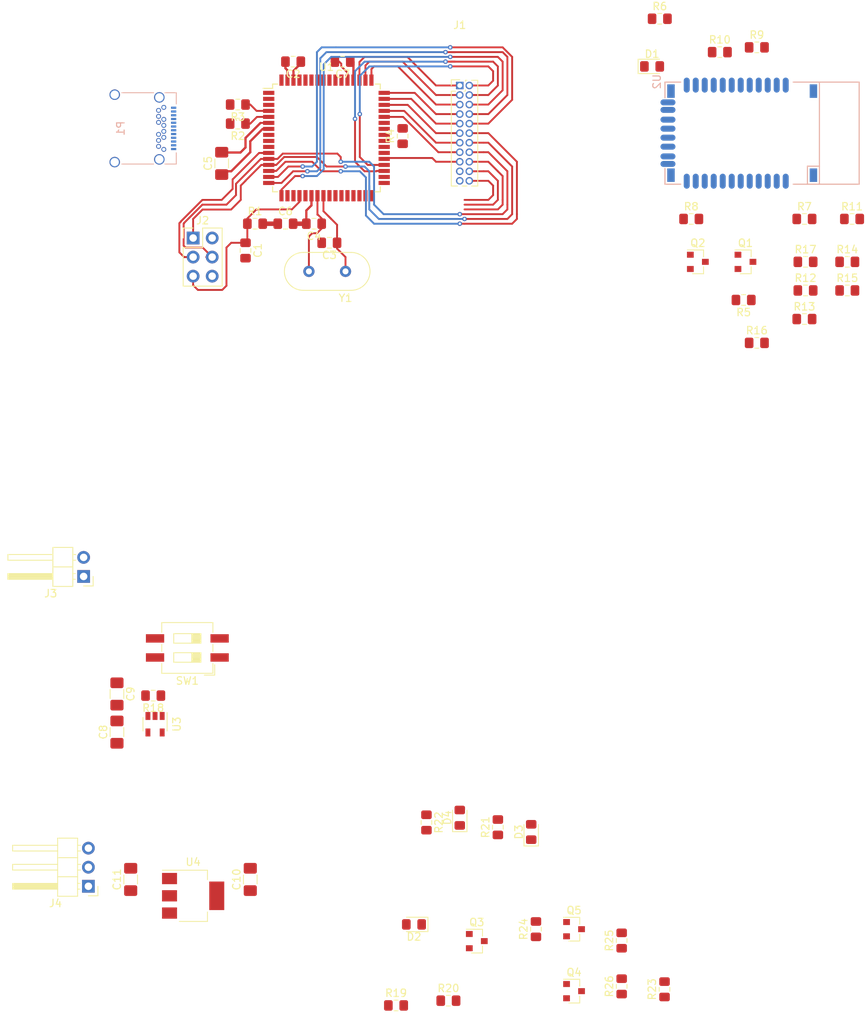
<source format=kicad_pcb>
(kicad_pcb (version 20171130) (host pcbnew 5.1.5+dfsg1-2build2)

  (general
    (thickness 1.6)
    (drawings 0)
    (tracks 308)
    (zones 0)
    (modules 57)
    (nets 104)
  )

  (page A4)
  (layers
    (0 F.Cu signal)
    (31 B.Cu signal)
    (32 B.Adhes user)
    (33 F.Adhes user)
    (34 B.Paste user)
    (35 F.Paste user)
    (36 B.SilkS user)
    (37 F.SilkS user)
    (38 B.Mask user)
    (39 F.Mask user)
    (40 Dwgs.User user)
    (41 Cmts.User user)
    (42 Eco1.User user)
    (43 Eco2.User user)
    (44 Edge.Cuts user)
    (45 Margin user)
    (46 B.CrtYd user)
    (47 F.CrtYd user)
    (48 B.Fab user)
    (49 F.Fab user)
  )

  (setup
    (last_trace_width 0.25)
    (trace_clearance 0.2)
    (zone_clearance 0.508)
    (zone_45_only no)
    (trace_min 0.2)
    (via_size 0.6)
    (via_drill 0.3)
    (via_min_size 0.4)
    (via_min_drill 0.3)
    (uvia_size 0.3)
    (uvia_drill 0.1)
    (uvias_allowed no)
    (uvia_min_size 0.2)
    (uvia_min_drill 0.1)
    (edge_width 0.05)
    (segment_width 0.2)
    (pcb_text_width 0.3)
    (pcb_text_size 1.5 1.5)
    (mod_edge_width 0.12)
    (mod_text_size 1 1)
    (mod_text_width 0.15)
    (pad_size 0.7 1.15)
    (pad_drill 0)
    (pad_to_mask_clearance 0.051)
    (solder_mask_min_width 0.25)
    (aux_axis_origin 0 0)
    (visible_elements FFFFF77F)
    (pcbplotparams
      (layerselection 0x010fc_ffffffff)
      (usegerberextensions false)
      (usegerberattributes false)
      (usegerberadvancedattributes false)
      (creategerberjobfile false)
      (excludeedgelayer true)
      (linewidth 0.100000)
      (plotframeref false)
      (viasonmask false)
      (mode 1)
      (useauxorigin false)
      (hpglpennumber 1)
      (hpglpenspeed 20)
      (hpglpendiameter 15.000000)
      (psnegative false)
      (psa4output false)
      (plotreference true)
      (plotvalue true)
      (plotinvisibletext false)
      (padsonsilk false)
      (subtractmaskfromsilk false)
      (outputformat 1)
      (mirror false)
      (drillshape 1)
      (scaleselection 1)
      (outputdirectory ""))
  )

  (net 0 "")
  (net 1 GND)
  (net 2 /RESET)
  (net 3 /AREF)
  (net 4 "Net-(C3-Pad1)")
  (net 5 "Net-(C4-Pad1)")
  (net 6 "Net-(C5-Pad1)")
  (net 7 +5V)
  (net 8 /VUSB)
  (net 9 /Sheet5D061573/LIPO_RAW)
  (net 10 /Sheet5D061573/Vout33_int)
  (net 11 "Net-(D1-Pad2)")
  (net 12 /LED_STS)
  (net 13 /Sheet5D061573/PSEL)
  (net 14 "Net-(D3-Pad2)")
  (net 15 "Net-(D4-Pad2)")
  (net 16 /Sheet5D061573/Chrg)
  (net 17 /PC3)
  (net 18 /PC1)
  (net 19 /PA0)
  (net 20 /PC0)
  (net 21 /PA1)
  (net 22 /PB7)
  (net 23 /PA2)
  (net 24 /PB6)
  (net 25 /PA3)
  (net 26 /PB5)
  (net 27 /PA4)
  (net 28 /PB4)
  (net 29 /PA5)
  (net 30 /PB3)
  (net 31 /PA6)
  (net 32 /PB2)
  (net 33 /PA7)
  (net 34 /PB1)
  (net 35 /PC2)
  (net 36 /PB0)
  (net 37 /SHIFT_LED)
  (net 38 /RN42_TX)
  (net 39 +3V3)
  (net 40 /MCU_RX)
  (net 41 /RN42_RTS)
  (net 42 /PF1)
  (net 43 /Sheet5D061573/LIPO_SW)
  (net 44 "Net-(Q3-Pad2)")
  (net 45 /PF4)
  (net 46 "Net-(Q4-Pad1)")
  (net 47 "Net-(Q5-Pad3)")
  (net 48 /DPLUS)
  (net 49 "Net-(R2-Pad1)")
  (net 50 /DMINUS)
  (net 51 "Net-(R3-Pad1)")
  (net 52 "Net-(R4-Pad2)")
  (net 53 /FACTORY_RESET)
  (net 54 "Net-(R10-Pad2)")
  (net 55 /PF7)
  (net 56 /CONN)
  (net 57 /MCU_TX)
  (net 58 /RN42_RX)
  (net 59 /PD5)
  (net 60 /RN42_CTS)
  (net 61 "Net-(R18-Pad1)")
  (net 62 /PF0)
  (net 63 "Net-(U1-Pad59)")
  (net 64 "Net-(U1-Pad58)")
  (net 65 "Net-(U1-Pad56)")
  (net 66 /LINKED)
  (net 67 "Net-(U1-Pad42)")
  (net 68 "Net-(U1-Pad41)")
  (net 69 "Net-(U1-Pad40)")
  (net 70 "Net-(U1-Pad39)")
  (net 71 "Net-(U1-Pad34)")
  (net 72 "Net-(U1-Pad33)")
  (net 73 "Net-(U1-Pad32)")
  (net 74 "Net-(U1-Pad31)")
  (net 75 "Net-(U1-Pad29)")
  (net 76 "Net-(U1-Pad26)")
  (net 77 "Net-(U1-Pad25)")
  (net 78 "Net-(U1-Pad19)")
  (net 79 "Net-(U1-Pad18)")
  (net 80 "Net-(U1-Pad9)")
  (net 81 "Net-(U1-Pad2)")
  (net 82 "Net-(U1-Pad1)")
  (net 83 "Net-(U2-Pad24)")
  (net 84 "Net-(U2-Pad23)")
  (net 85 "Net-(U2-Pad20)")
  (net 86 "Net-(U2-Pad18)")
  (net 87 "Net-(U2-Pad17)")
  (net 88 "Net-(U2-Pad30)")
  (net 89 "Net-(U2-Pad31)")
  (net 90 "Net-(U2-Pad32)")
  (net 91 "Net-(U2-Pad33)")
  (net 92 "Net-(U2-Pad34)")
  (net 93 "Net-(U2-Pad35)")
  (net 94 "Net-(U2-Pad10)")
  (net 95 "Net-(U2-Pad9)")
  (net 96 "Net-(U2-Pad8)")
  (net 97 "Net-(U2-Pad7)")
  (net 98 "Net-(U2-Pad6)")
  (net 99 "Net-(U2-Pad5)")
  (net 100 "Net-(U2-Pad4)")
  (net 101 "Net-(U2-Pad2)")
  (net 102 "Net-(P1-PadB5)")
  (net 103 "Net-(P1-PadA5)")

  (net_class Default "This is the default net class."
    (clearance 0.2)
    (trace_width 0.25)
    (via_dia 0.6)
    (via_drill 0.3)
    (uvia_dia 0.3)
    (uvia_drill 0.1)
    (add_net +3V3)
    (add_net +5V)
    (add_net /AREF)
    (add_net /CONN)
    (add_net /DMINUS)
    (add_net /DPLUS)
    (add_net /FACTORY_RESET)
    (add_net /LED_STS)
    (add_net /LINKED)
    (add_net /MCU_RX)
    (add_net /MCU_TX)
    (add_net /PA0)
    (add_net /PA1)
    (add_net /PA2)
    (add_net /PA3)
    (add_net /PA4)
    (add_net /PA5)
    (add_net /PA6)
    (add_net /PA7)
    (add_net /PB0)
    (add_net /PB1)
    (add_net /PB2)
    (add_net /PB3)
    (add_net /PB4)
    (add_net /PB5)
    (add_net /PB6)
    (add_net /PB7)
    (add_net /PC0)
    (add_net /PC1)
    (add_net /PC2)
    (add_net /PC3)
    (add_net /PD5)
    (add_net /PF0)
    (add_net /PF1)
    (add_net /PF4)
    (add_net /PF7)
    (add_net /RESET)
    (add_net /RN42_CTS)
    (add_net /RN42_RTS)
    (add_net /RN42_RX)
    (add_net /RN42_TX)
    (add_net /SHIFT_LED)
    (add_net /Sheet5D061573/Chrg)
    (add_net /Sheet5D061573/LIPO_RAW)
    (add_net /Sheet5D061573/LIPO_SW)
    (add_net /Sheet5D061573/PSEL)
    (add_net /Sheet5D061573/Vout33_int)
    (add_net /VUSB)
    (add_net GND)
    (add_net "Net-(C3-Pad1)")
    (add_net "Net-(C4-Pad1)")
    (add_net "Net-(C5-Pad1)")
    (add_net "Net-(D1-Pad2)")
    (add_net "Net-(D3-Pad2)")
    (add_net "Net-(D4-Pad2)")
    (add_net "Net-(P1-PadA5)")
    (add_net "Net-(P1-PadB5)")
    (add_net "Net-(Q3-Pad2)")
    (add_net "Net-(Q4-Pad1)")
    (add_net "Net-(Q5-Pad3)")
    (add_net "Net-(R10-Pad2)")
    (add_net "Net-(R18-Pad1)")
    (add_net "Net-(R2-Pad1)")
    (add_net "Net-(R3-Pad1)")
    (add_net "Net-(R4-Pad2)")
    (add_net "Net-(U1-Pad1)")
    (add_net "Net-(U1-Pad18)")
    (add_net "Net-(U1-Pad19)")
    (add_net "Net-(U1-Pad2)")
    (add_net "Net-(U1-Pad25)")
    (add_net "Net-(U1-Pad26)")
    (add_net "Net-(U1-Pad29)")
    (add_net "Net-(U1-Pad31)")
    (add_net "Net-(U1-Pad32)")
    (add_net "Net-(U1-Pad33)")
    (add_net "Net-(U1-Pad34)")
    (add_net "Net-(U1-Pad39)")
    (add_net "Net-(U1-Pad40)")
    (add_net "Net-(U1-Pad41)")
    (add_net "Net-(U1-Pad42)")
    (add_net "Net-(U1-Pad56)")
    (add_net "Net-(U1-Pad58)")
    (add_net "Net-(U1-Pad59)")
    (add_net "Net-(U1-Pad9)")
    (add_net "Net-(U2-Pad10)")
    (add_net "Net-(U2-Pad17)")
    (add_net "Net-(U2-Pad18)")
    (add_net "Net-(U2-Pad2)")
    (add_net "Net-(U2-Pad20)")
    (add_net "Net-(U2-Pad23)")
    (add_net "Net-(U2-Pad24)")
    (add_net "Net-(U2-Pad30)")
    (add_net "Net-(U2-Pad31)")
    (add_net "Net-(U2-Pad32)")
    (add_net "Net-(U2-Pad33)")
    (add_net "Net-(U2-Pad34)")
    (add_net "Net-(U2-Pad35)")
    (add_net "Net-(U2-Pad4)")
    (add_net "Net-(U2-Pad5)")
    (add_net "Net-(U2-Pad6)")
    (add_net "Net-(U2-Pad7)")
    (add_net "Net-(U2-Pad8)")
    (add_net "Net-(U2-Pad9)")
  )

  (net_class Double ""
    (clearance 0.2)
    (trace_width 0.5)
    (via_dia 0.6)
    (via_drill 0.3)
    (uvia_dia 0.3)
    (uvia_drill 0.1)
  )

  (module Package_QFP:TQFP-64_14x14mm_P0.8mm (layer F.Cu) (tedit 5A02F146) (tstamp 5D3E8B1D)
    (at 118.11 69.215)
    (descr "64-Lead Plastic Thin Quad Flatpack (PF) - 14x14x1 mm Body, 2.00 mm [TQFP] (see Microchip Packaging Specification 00000049BS.pdf)")
    (tags "QFP 0.8")
    (path /5D82ED23)
    (attr smd)
    (fp_text reference U1 (at 0 -9.45) (layer F.SilkS)
      (effects (font (size 1 1) (thickness 0.15)))
    )
    (fp_text value AT90USB1286-AU (at 0 9.45) (layer F.Fab)
      (effects (font (size 1 1) (thickness 0.15)))
    )
    (fp_line (start -7.175 -6.6) (end -8.45 -6.6) (layer F.SilkS) (width 0.15))
    (fp_line (start 7.175 -7.175) (end 6.5 -7.175) (layer F.SilkS) (width 0.15))
    (fp_line (start 7.175 7.175) (end 6.5 7.175) (layer F.SilkS) (width 0.15))
    (fp_line (start -7.175 7.175) (end -6.5 7.175) (layer F.SilkS) (width 0.15))
    (fp_line (start -7.175 -7.175) (end -6.5 -7.175) (layer F.SilkS) (width 0.15))
    (fp_line (start -7.175 7.175) (end -7.175 6.5) (layer F.SilkS) (width 0.15))
    (fp_line (start 7.175 7.175) (end 7.175 6.5) (layer F.SilkS) (width 0.15))
    (fp_line (start 7.175 -7.175) (end 7.175 -6.5) (layer F.SilkS) (width 0.15))
    (fp_line (start -7.175 -7.175) (end -7.175 -6.6) (layer F.SilkS) (width 0.15))
    (fp_line (start -8.7 8.7) (end 8.7 8.7) (layer F.CrtYd) (width 0.05))
    (fp_line (start -8.7 -8.7) (end 8.7 -8.7) (layer F.CrtYd) (width 0.05))
    (fp_line (start 8.7 -8.7) (end 8.7 8.7) (layer F.CrtYd) (width 0.05))
    (fp_line (start -8.7 -8.7) (end -8.7 8.7) (layer F.CrtYd) (width 0.05))
    (fp_line (start -7 -6) (end -6 -7) (layer F.Fab) (width 0.15))
    (fp_line (start -7 7) (end -7 -6) (layer F.Fab) (width 0.15))
    (fp_line (start 7 7) (end -7 7) (layer F.Fab) (width 0.15))
    (fp_line (start 7 -7) (end 7 7) (layer F.Fab) (width 0.15))
    (fp_line (start -6 -7) (end 7 -7) (layer F.Fab) (width 0.15))
    (fp_text user %R (at 0 0) (layer F.Fab)
      (effects (font (size 1 1) (thickness 0.15)))
    )
    (pad 64 smd rect (at -6 -7.7 90) (size 1.5 0.55) (layers F.Cu F.Paste F.Mask)
      (net 7 +5V))
    (pad 63 smd rect (at -5.2 -7.7 90) (size 1.5 0.55) (layers F.Cu F.Paste F.Mask)
      (net 1 GND))
    (pad 62 smd rect (at -4.4 -7.7 90) (size 1.5 0.55) (layers F.Cu F.Paste F.Mask)
      (net 3 /AREF))
    (pad 61 smd rect (at -3.6 -7.7 90) (size 1.5 0.55) (layers F.Cu F.Paste F.Mask)
      (net 62 /PF0))
    (pad 60 smd rect (at -2.8 -7.7 90) (size 1.5 0.55) (layers F.Cu F.Paste F.Mask)
      (net 42 /PF1))
    (pad 59 smd rect (at -2 -7.7 90) (size 1.5 0.55) (layers F.Cu F.Paste F.Mask)
      (net 63 "Net-(U1-Pad59)"))
    (pad 58 smd rect (at -1.2 -7.7 90) (size 1.5 0.55) (layers F.Cu F.Paste F.Mask)
      (net 64 "Net-(U1-Pad58)"))
    (pad 57 smd rect (at -0.4 -7.7 90) (size 1.5 0.55) (layers F.Cu F.Paste F.Mask)
      (net 45 /PF4))
    (pad 56 smd rect (at 0.4 -7.7 90) (size 1.5 0.55) (layers F.Cu F.Paste F.Mask)
      (net 65 "Net-(U1-Pad56)"))
    (pad 55 smd rect (at 1.2 -7.7 90) (size 1.5 0.55) (layers F.Cu F.Paste F.Mask)
      (net 66 /LINKED))
    (pad 54 smd rect (at 2 -7.7 90) (size 1.5 0.55) (layers F.Cu F.Paste F.Mask)
      (net 55 /PF7))
    (pad 53 smd rect (at 2.8 -7.7 90) (size 1.5 0.55) (layers F.Cu F.Paste F.Mask)
      (net 1 GND))
    (pad 52 smd rect (at 3.6 -7.7 90) (size 1.5 0.55) (layers F.Cu F.Paste F.Mask)
      (net 7 +5V))
    (pad 51 smd rect (at 4.4 -7.7 90) (size 1.5 0.55) (layers F.Cu F.Paste F.Mask)
      (net 19 /PA0))
    (pad 50 smd rect (at 5.2 -7.7 90) (size 1.5 0.55) (layers F.Cu F.Paste F.Mask)
      (net 21 /PA1))
    (pad 49 smd rect (at 6 -7.7 90) (size 1.5 0.55) (layers F.Cu F.Paste F.Mask)
      (net 23 /PA2))
    (pad 48 smd rect (at 7.7 -6) (size 1.5 0.55) (layers F.Cu F.Paste F.Mask)
      (net 25 /PA3))
    (pad 47 smd rect (at 7.7 -5.2) (size 1.5 0.55) (layers F.Cu F.Paste F.Mask)
      (net 27 /PA4))
    (pad 46 smd rect (at 7.7 -4.4) (size 1.5 0.55) (layers F.Cu F.Paste F.Mask)
      (net 29 /PA5))
    (pad 45 smd rect (at 7.7 -3.6) (size 1.5 0.55) (layers F.Cu F.Paste F.Mask)
      (net 31 /PA6))
    (pad 44 smd rect (at 7.7 -2.8) (size 1.5 0.55) (layers F.Cu F.Paste F.Mask)
      (net 33 /PA7))
    (pad 43 smd rect (at 7.7 -2) (size 1.5 0.55) (layers F.Cu F.Paste F.Mask)
      (net 52 "Net-(R4-Pad2)"))
    (pad 42 smd rect (at 7.7 -1.2) (size 1.5 0.55) (layers F.Cu F.Paste F.Mask)
      (net 67 "Net-(U1-Pad42)"))
    (pad 41 smd rect (at 7.7 -0.4) (size 1.5 0.55) (layers F.Cu F.Paste F.Mask)
      (net 68 "Net-(U1-Pad41)"))
    (pad 40 smd rect (at 7.7 0.4) (size 1.5 0.55) (layers F.Cu F.Paste F.Mask)
      (net 69 "Net-(U1-Pad40)"))
    (pad 39 smd rect (at 7.7 1.2) (size 1.5 0.55) (layers F.Cu F.Paste F.Mask)
      (net 70 "Net-(U1-Pad39)"))
    (pad 38 smd rect (at 7.7 2) (size 1.5 0.55) (layers F.Cu F.Paste F.Mask)
      (net 17 /PC3))
    (pad 37 smd rect (at 7.7 2.8) (size 1.5 0.55) (layers F.Cu F.Paste F.Mask)
      (net 35 /PC2))
    (pad 36 smd rect (at 7.7 3.6) (size 1.5 0.55) (layers F.Cu F.Paste F.Mask)
      (net 18 /PC1))
    (pad 35 smd rect (at 7.7 4.4) (size 1.5 0.55) (layers F.Cu F.Paste F.Mask)
      (net 20 /PC0))
    (pad 34 smd rect (at 7.7 5.2) (size 1.5 0.55) (layers F.Cu F.Paste F.Mask)
      (net 71 "Net-(U1-Pad34)"))
    (pad 33 smd rect (at 7.7 6) (size 1.5 0.55) (layers F.Cu F.Paste F.Mask)
      (net 72 "Net-(U1-Pad33)"))
    (pad 32 smd rect (at 6 7.7 90) (size 1.5 0.55) (layers F.Cu F.Paste F.Mask)
      (net 73 "Net-(U1-Pad32)"))
    (pad 31 smd rect (at 5.2 7.7 90) (size 1.5 0.55) (layers F.Cu F.Paste F.Mask)
      (net 74 "Net-(U1-Pad31)"))
    (pad 30 smd rect (at 4.4 7.7 90) (size 1.5 0.55) (layers F.Cu F.Paste F.Mask)
      (net 59 /PD5))
    (pad 29 smd rect (at 3.6 7.7 90) (size 1.5 0.55) (layers F.Cu F.Paste F.Mask)
      (net 75 "Net-(U1-Pad29)"))
    (pad 28 smd rect (at 2.8 7.7 90) (size 1.5 0.55) (layers F.Cu F.Paste F.Mask)
      (net 57 /MCU_TX))
    (pad 27 smd rect (at 2 7.7 90) (size 1.5 0.55) (layers F.Cu F.Paste F.Mask)
      (net 40 /MCU_RX))
    (pad 26 smd rect (at 1.2 7.7 90) (size 1.5 0.55) (layers F.Cu F.Paste F.Mask)
      (net 76 "Net-(U1-Pad26)"))
    (pad 25 smd rect (at 0.4 7.7 90) (size 1.5 0.55) (layers F.Cu F.Paste F.Mask)
      (net 77 "Net-(U1-Pad25)"))
    (pad 24 smd rect (at -0.4 7.7 90) (size 1.5 0.55) (layers F.Cu F.Paste F.Mask)
      (net 4 "Net-(C3-Pad1)"))
    (pad 23 smd rect (at -1.2 7.7 90) (size 1.5 0.55) (layers F.Cu F.Paste F.Mask)
      (net 5 "Net-(C4-Pad1)"))
    (pad 22 smd rect (at -2 7.7 90) (size 1.5 0.55) (layers F.Cu F.Paste F.Mask)
      (net 1 GND))
    (pad 21 smd rect (at -2.8 7.7 90) (size 1.5 0.55) (layers F.Cu F.Paste F.Mask)
      (net 7 +5V))
    (pad 20 smd rect (at -3.6 7.7 90) (size 1.5 0.55) (layers F.Cu F.Paste F.Mask)
      (net 2 /RESET))
    (pad 19 smd rect (at -4.4 7.7 90) (size 1.5 0.55) (layers F.Cu F.Paste F.Mask)
      (net 78 "Net-(U1-Pad19)"))
    (pad 18 smd rect (at -5.2 7.7 90) (size 1.5 0.55) (layers F.Cu F.Paste F.Mask)
      (net 79 "Net-(U1-Pad18)"))
    (pad 17 smd rect (at -6 7.7 90) (size 1.5 0.55) (layers F.Cu F.Paste F.Mask)
      (net 22 /PB7))
    (pad 16 smd rect (at -7.7 6) (size 1.5 0.55) (layers F.Cu F.Paste F.Mask)
      (net 24 /PB6))
    (pad 15 smd rect (at -7.7 5.2) (size 1.5 0.55) (layers F.Cu F.Paste F.Mask)
      (net 26 /PB5))
    (pad 14 smd rect (at -7.7 4.4) (size 1.5 0.55) (layers F.Cu F.Paste F.Mask)
      (net 28 /PB4))
    (pad 13 smd rect (at -7.7 3.6) (size 1.5 0.55) (layers F.Cu F.Paste F.Mask)
      (net 30 /PB3))
    (pad 12 smd rect (at -7.7 2.8) (size 1.5 0.55) (layers F.Cu F.Paste F.Mask)
      (net 32 /PB2))
    (pad 11 smd rect (at -7.7 2) (size 1.5 0.55) (layers F.Cu F.Paste F.Mask)
      (net 34 /PB1))
    (pad 10 smd rect (at -7.7 1.2) (size 1.5 0.55) (layers F.Cu F.Paste F.Mask)
      (net 36 /PB0))
    (pad 9 smd rect (at -7.7 0.4) (size 1.5 0.55) (layers F.Cu F.Paste F.Mask)
      (net 80 "Net-(U1-Pad9)"))
    (pad 8 smd rect (at -7.7 -0.4) (size 1.5 0.55) (layers F.Cu F.Paste F.Mask)
      (net 8 /VUSB))
    (pad 7 smd rect (at -7.7 -1.2) (size 1.5 0.55) (layers F.Cu F.Paste F.Mask)
      (net 6 "Net-(C5-Pad1)"))
    (pad 6 smd rect (at -7.7 -2) (size 1.5 0.55) (layers F.Cu F.Paste F.Mask)
      (net 1 GND))
    (pad 5 smd rect (at -7.7 -2.8) (size 1.5 0.55) (layers F.Cu F.Paste F.Mask)
      (net 49 "Net-(R2-Pad1)"))
    (pad 4 smd rect (at -7.7 -3.6) (size 1.5 0.55) (layers F.Cu F.Paste F.Mask)
      (net 51 "Net-(R3-Pad1)"))
    (pad 3 smd rect (at -7.7 -4.4) (size 1.5 0.55) (layers F.Cu F.Paste F.Mask)
      (net 8 /VUSB))
    (pad 2 smd rect (at -7.7 -5.2) (size 1.5 0.55) (layers F.Cu F.Paste F.Mask)
      (net 81 "Net-(U1-Pad2)"))
    (pad 1 smd rect (at -7.7 -6) (size 1.5 0.55) (layers F.Cu F.Paste F.Mask)
      (net 82 "Net-(U1-Pad1)"))
    (model ${KISYS3DMOD}/Package_QFP.3dshapes/TQFP-64_14x14mm_P0.8mm.wrl
      (at (xyz 0 0 0))
      (scale (xyz 1 1 1))
      (rotate (xyz 0 0 0))
    )
  )

  (module Connector_USB:USB_C_Receptacle_Amphenol_12401548E4-2A_CircularHoles (layer B.Cu) (tedit 5A142044) (tstamp 5F2EB0BE)
    (at 92.71 67.945 90)
    (descr "USB TYPE C, RA RCPT PCB, Hybrid, https://www.amphenolcanada.com/StockAvailabilityPrice.aspx?From=&PartNum=12401548E4%7e2A")
    (tags "USB C Type-C Receptacle Hybrid")
    (path /5D06B1F2)
    (attr smd)
    (fp_text reference P1 (at 0 -2.04 -90) (layer B.SilkS)
      (effects (font (size 1 1) (thickness 0.15)) (justify mirror))
    )
    (fp_text value USB_C_Plug_USB2.0 (at 0 1.96 -90) (layer B.Fab)
      (effects (font (size 1 1) (thickness 0.15)) (justify mirror))
    )
    (fp_line (start -4.75 5.37) (end -4.75 3.85) (layer B.SilkS) (width 0.12))
    (fp_line (start 4.75 2.35) (end 4.75 -1.89) (layer B.SilkS) (width 0.12))
    (fp_line (start -4.6 -5.23) (end -4.6 5.22) (layer B.Fab) (width 0.1))
    (fp_line (start -4.6 5.22) (end 4.6 5.22) (layer B.Fab) (width 0.1))
    (fp_line (start -4.75 5.37) (end -3.25 5.37) (layer B.SilkS) (width 0.12))
    (fp_line (start -4.75 2.35) (end -4.75 -1.89) (layer B.SilkS) (width 0.12))
    (fp_line (start 4.75 5.37) (end 4.75 3.85) (layer B.SilkS) (width 0.12))
    (fp_line (start 3.25 5.37) (end 4.75 5.37) (layer B.SilkS) (width 0.12))
    (fp_line (start -4.6 -5.23) (end 4.6 -5.23) (layer B.Fab) (width 0.1))
    (fp_line (start 4.6 -5.23) (end 4.6 5.22) (layer B.Fab) (width 0.1))
    (fp_line (start -5.69 5.87) (end 5.69 5.87) (layer B.CrtYd) (width 0.05))
    (fp_line (start 5.69 5.87) (end 5.69 -5.73) (layer B.CrtYd) (width 0.05))
    (fp_line (start 5.69 -5.73) (end -5.69 -5.73) (layer B.CrtYd) (width 0.05))
    (fp_line (start -5.69 -5.73) (end -5.69 5.87) (layer B.CrtYd) (width 0.05))
    (fp_text user %R (at 0 -2.04 -90) (layer B.Fab)
      (effects (font (size 1 1) (thickness 0.1)) (justify mirror))
    )
    (fp_text user "PCB Edge" (at 0 0.96 -90) (layer Dwgs.User)
      (effects (font (size 0.5 0.5) (thickness 0.08)))
    )
    (pad B11 thru_hole circle (at -2.4 3.01 90) (size 0.65 0.65) (drill 0.4) (layers *.Cu *.Mask))
    (pad B10 thru_hole circle (at -1.6 3.01 90) (size 0.65 0.65) (drill 0.4) (layers *.Cu *.Mask))
    (pad B8 thru_hole circle (at -0.8 3.01 90) (size 0.65 0.65) (drill 0.4) (layers *.Cu *.Mask))
    (pad B5 thru_hole circle (at 0.8 3.01 90) (size 0.65 0.65) (drill 0.4) (layers *.Cu *.Mask)
      (net 102 "Net-(P1-PadB5)"))
    (pad B3 thru_hole circle (at 1.6 3.01 90) (size 0.65 0.65) (drill 0.4) (layers *.Cu *.Mask))
    (pad B2 thru_hole circle (at 2.4 3.01 90) (size 0.65 0.65) (drill 0.4) (layers *.Cu *.Mask))
    (pad B12 thru_hole circle (at -2.8 3.71 90) (size 0.65 0.65) (drill 0.4) (layers *.Cu *.Mask)
      (net 1 GND))
    (pad B9 thru_hole circle (at -1.2 3.71 90) (size 0.65 0.65) (drill 0.4) (layers *.Cu *.Mask)
      (net 8 /VUSB))
    (pad B7 thru_hole circle (at -0.4 3.71 90) (size 0.65 0.65) (drill 0.4) (layers *.Cu *.Mask))
    (pad B6 thru_hole circle (at 0.4 3.71 90) (size 0.65 0.65) (drill 0.4) (layers *.Cu *.Mask))
    (pad B4 thru_hole circle (at 1.2 3.71 90) (size 0.65 0.65) (drill 0.4) (layers *.Cu *.Mask)
      (net 8 /VUSB))
    (pad B1 thru_hole circle (at 2.8 3.71 90) (size 0.65 0.65) (drill 0.4) (layers *.Cu *.Mask)
      (net 1 GND))
    (pad "" np_thru_hole circle (at -3.6 4.36 90) (size 0.65 0.65) (drill 0.65) (layers *.Cu *.Mask))
    (pad "" np_thru_hole circle (at 3.6 4.36 90) (size 0.95 0.95) (drill 0.95) (layers *.Cu *.Mask))
    (pad S1 thru_hole circle (at -4.49 -2.84 90) (size 1.4 1.4) (drill 1.1) (layers *.Cu *.Mask)
      (net 1 GND))
    (pad S1 thru_hole circle (at 4.49 -2.84 90) (size 1.4 1.4) (drill 1.1) (layers *.Cu *.Mask)
      (net 1 GND))
    (pad S1 thru_hole circle (at 4.13 3.11 90) (size 1.4 1.4) (drill 1.1) (layers *.Cu *.Mask)
      (net 1 GND))
    (pad A11 smd rect (at 2.25 5.02 90) (size 0.3 0.7) (layers B.Cu B.Paste B.Mask))
    (pad A8 smd rect (at 0.75 5.02 90) (size 0.3 0.7) (layers B.Cu B.Paste B.Mask))
    (pad A9 smd rect (at 1.25 5.02 90) (size 0.3 0.7) (layers B.Cu B.Paste B.Mask)
      (net 8 /VUSB))
    (pad A10 smd rect (at 1.75 5.02 90) (size 0.3 0.7) (layers B.Cu B.Paste B.Mask))
    (pad A12 smd rect (at 2.75 5.02 90) (size 0.3 0.7) (layers B.Cu B.Paste B.Mask)
      (net 1 GND))
    (pad A7 smd rect (at 0.25 5.02 90) (size 0.3 0.7) (layers B.Cu B.Paste B.Mask)
      (net 50 /DMINUS))
    (pad A6 smd rect (at -0.25 5.02 90) (size 0.3 0.7) (layers B.Cu B.Paste B.Mask)
      (net 48 /DPLUS))
    (pad A5 smd rect (at -0.75 5.02 90) (size 0.3 0.7) (layers B.Cu B.Paste B.Mask)
      (net 103 "Net-(P1-PadA5)"))
    (pad A4 smd rect (at -1.25 5.02 90) (size 0.3 0.7) (layers B.Cu B.Paste B.Mask)
      (net 8 /VUSB))
    (pad A3 smd rect (at -1.75 5.02 90) (size 0.3 0.7) (layers B.Cu B.Paste B.Mask))
    (pad A2 smd rect (at -2.25 5.02 90) (size 0.3 0.7) (layers B.Cu B.Paste B.Mask))
    (pad A1 smd rect (at -2.75 5.02 90) (size 0.3 0.7) (layers B.Cu B.Paste B.Mask)
      (net 1 GND))
    (pad S1 thru_hole circle (at -4.13 3.11 90) (size 1.4 1.4) (drill 1.1) (layers *.Cu *.Mask)
      (net 1 GND))
    (model ${KISYS3DMOD}/Connector_USB.3dshapes/USB_C_Receptacle_Amphenol_12401548E4-2A.wrl
      (at (xyz 0 0 0))
      (scale (xyz 1 1 1))
      (rotate (xyz 0 0 0))
    )
  )

  (module Connector_PinHeader_1.27mm:PinHeader_2x11_P1.27mm_Vertical (layer F.Cu) (tedit 59FED6E3) (tstamp 5F2EA96A)
    (at 135.89 62.23)
    (descr "Through hole straight pin header, 2x11, 1.27mm pitch, double rows")
    (tags "Through hole pin header THT 2x11 1.27mm double row")
    (path /5D7808BA)
    (fp_text reference J1 (at 0 -8.045) (layer F.SilkS)
      (effects (font (size 1 1) (thickness 0.15)))
    )
    (fp_text value Conn_02x11_Odd_Even (at 0 8.045) (layer F.Fab)
      (effects (font (size 1 1) (thickness 0.15)))
    )
    (fp_text user %R (at 0 0 90) (layer F.Fab)
      (effects (font (size 1 1) (thickness 0.15)))
    )
    (fp_line (start 2.85 -1.15) (end -1.6 -1.15) (layer F.CrtYd) (width 0.05))
    (fp_line (start 2.85 13.85) (end 2.85 -1.15) (layer F.CrtYd) (width 0.05))
    (fp_line (start -1.6 13.85) (end 2.85 13.85) (layer F.CrtYd) (width 0.05))
    (fp_line (start -1.6 -1.15) (end -1.6 13.85) (layer F.CrtYd) (width 0.05))
    (fp_line (start -1.13 -0.76) (end 0 -0.76) (layer F.SilkS) (width 0.12))
    (fp_line (start -1.13 0) (end -1.13 -0.76) (layer F.SilkS) (width 0.12))
    (fp_line (start 1.57753 -0.695) (end 2.4 -0.695) (layer F.SilkS) (width 0.12))
    (fp_line (start 0.76 -0.695) (end 0.96247 -0.695) (layer F.SilkS) (width 0.12))
    (fp_line (start 0.76 -0.563471) (end 0.76 -0.695) (layer F.SilkS) (width 0.12))
    (fp_line (start 0.76 0.706529) (end 0.76 0.563471) (layer F.SilkS) (width 0.12))
    (fp_line (start 0.563471 0.76) (end 0.706529 0.76) (layer F.SilkS) (width 0.12))
    (fp_line (start -1.13 0.76) (end -0.563471 0.76) (layer F.SilkS) (width 0.12))
    (fp_line (start 2.4 -0.695) (end 2.4 13.395) (layer F.SilkS) (width 0.12))
    (fp_line (start -1.13 0.76) (end -1.13 13.395) (layer F.SilkS) (width 0.12))
    (fp_line (start 0.30753 13.395) (end 0.96247 13.395) (layer F.SilkS) (width 0.12))
    (fp_line (start 1.57753 13.395) (end 2.4 13.395) (layer F.SilkS) (width 0.12))
    (fp_line (start -1.13 13.395) (end -0.30753 13.395) (layer F.SilkS) (width 0.12))
    (fp_line (start -1.07 0.2175) (end -0.2175 -0.635) (layer F.Fab) (width 0.1))
    (fp_line (start -1.07 13.335) (end -1.07 0.2175) (layer F.Fab) (width 0.1))
    (fp_line (start 2.34 13.335) (end -1.07 13.335) (layer F.Fab) (width 0.1))
    (fp_line (start 2.34 -0.635) (end 2.34 13.335) (layer F.Fab) (width 0.1))
    (fp_line (start -0.2175 -0.635) (end 2.34 -0.635) (layer F.Fab) (width 0.1))
    (pad 22 thru_hole oval (at 1.27 12.7) (size 1 1) (drill 0.65) (layers *.Cu *.Mask)
      (net 17 /PC3))
    (pad 21 thru_hole oval (at 0 12.7) (size 1 1) (drill 0.65) (layers *.Cu *.Mask)
      (net 1 GND))
    (pad 20 thru_hole oval (at 1.27 11.43) (size 1 1) (drill 0.65) (layers *.Cu *.Mask)
      (net 36 /PB0))
    (pad 19 thru_hole oval (at 0 11.43) (size 1 1) (drill 0.65) (layers *.Cu *.Mask)
      (net 37 /SHIFT_LED))
    (pad 18 thru_hole oval (at 1.27 10.16) (size 1 1) (drill 0.65) (layers *.Cu *.Mask)
      (net 34 /PB1))
    (pad 17 thru_hole oval (at 0 10.16) (size 1 1) (drill 0.65) (layers *.Cu *.Mask)
      (net 35 /PC2))
    (pad 16 thru_hole oval (at 1.27 8.89) (size 1 1) (drill 0.65) (layers *.Cu *.Mask)
      (net 32 /PB2))
    (pad 15 thru_hole oval (at 0 8.89) (size 1 1) (drill 0.65) (layers *.Cu *.Mask)
      (net 33 /PA7))
    (pad 14 thru_hole oval (at 1.27 7.62) (size 1 1) (drill 0.65) (layers *.Cu *.Mask)
      (net 30 /PB3))
    (pad 13 thru_hole oval (at 0 7.62) (size 1 1) (drill 0.65) (layers *.Cu *.Mask)
      (net 31 /PA6))
    (pad 12 thru_hole oval (at 1.27 6.35) (size 1 1) (drill 0.65) (layers *.Cu *.Mask)
      (net 28 /PB4))
    (pad 11 thru_hole oval (at 0 6.35) (size 1 1) (drill 0.65) (layers *.Cu *.Mask)
      (net 29 /PA5))
    (pad 10 thru_hole oval (at 1.27 5.08) (size 1 1) (drill 0.65) (layers *.Cu *.Mask)
      (net 26 /PB5))
    (pad 9 thru_hole oval (at 0 5.08) (size 1 1) (drill 0.65) (layers *.Cu *.Mask)
      (net 27 /PA4))
    (pad 8 thru_hole oval (at 1.27 3.81) (size 1 1) (drill 0.65) (layers *.Cu *.Mask)
      (net 24 /PB6))
    (pad 7 thru_hole oval (at 0 3.81) (size 1 1) (drill 0.65) (layers *.Cu *.Mask)
      (net 25 /PA3))
    (pad 6 thru_hole oval (at 1.27 2.54) (size 1 1) (drill 0.65) (layers *.Cu *.Mask)
      (net 22 /PB7))
    (pad 5 thru_hole oval (at 0 2.54) (size 1 1) (drill 0.65) (layers *.Cu *.Mask)
      (net 23 /PA2))
    (pad 4 thru_hole oval (at 1.27 1.27) (size 1 1) (drill 0.65) (layers *.Cu *.Mask)
      (net 20 /PC0))
    (pad 3 thru_hole oval (at 0 1.27) (size 1 1) (drill 0.65) (layers *.Cu *.Mask)
      (net 21 /PA1))
    (pad 2 thru_hole oval (at 1.27 0) (size 1 1) (drill 0.65) (layers *.Cu *.Mask)
      (net 18 /PC1))
    (pad 1 thru_hole rect (at 0 0) (size 1 1) (drill 0.65) (layers *.Cu *.Mask)
      (net 19 /PA0))
    (model ${KISYS3DMOD}/Connector_PinHeader_1.27mm.3dshapes/PinHeader_2x11_P1.27mm_Vertical.wrl
      (at (xyz 0 0 0))
      (scale (xyz 1 1 1))
      (rotate (xyz 0 0 0))
    )
  )

  (module Crystal:Crystal_HC49-4H_Vertical (layer F.Cu) (tedit 5A1AD3B7) (tstamp 5F2DB538)
    (at 120.65 86.995 180)
    (descr "Crystal THT HC-49-4H http://5hertz.com/pdfs/04404_D.pdf")
    (tags "THT crystalHC-49-4H")
    (path /5CE1DDDC)
    (fp_text reference Y1 (at 0 -3.55) (layer F.SilkS)
      (effects (font (size 1 1) (thickness 0.15)))
    )
    (fp_text value 16MHz (at 0 3.55) (layer F.Fab)
      (effects (font (size 1 1) (thickness 0.15)))
    )
    (fp_arc (start 5.64 0) (end 5.64 -2.525) (angle 180) (layer F.SilkS) (width 0.12))
    (fp_arc (start -0.76 0) (end -0.76 -2.525) (angle -180) (layer F.SilkS) (width 0.12))
    (fp_arc (start 5.44 0) (end 5.44 -2) (angle 180) (layer F.Fab) (width 0.1))
    (fp_arc (start -0.56 0) (end -0.56 -2) (angle -180) (layer F.Fab) (width 0.1))
    (fp_arc (start 5.64 0) (end 5.64 -2.325) (angle 180) (layer F.Fab) (width 0.1))
    (fp_arc (start -0.76 0) (end -0.76 -2.325) (angle -180) (layer F.Fab) (width 0.1))
    (fp_line (start 8.5 -2.8) (end -3.6 -2.8) (layer F.CrtYd) (width 0.05))
    (fp_line (start 8.5 2.8) (end 8.5 -2.8) (layer F.CrtYd) (width 0.05))
    (fp_line (start -3.6 2.8) (end 8.5 2.8) (layer F.CrtYd) (width 0.05))
    (fp_line (start -3.6 -2.8) (end -3.6 2.8) (layer F.CrtYd) (width 0.05))
    (fp_line (start -0.76 2.525) (end 5.64 2.525) (layer F.SilkS) (width 0.12))
    (fp_line (start -0.76 -2.525) (end 5.64 -2.525) (layer F.SilkS) (width 0.12))
    (fp_line (start -0.56 2) (end 5.44 2) (layer F.Fab) (width 0.1))
    (fp_line (start -0.56 -2) (end 5.44 -2) (layer F.Fab) (width 0.1))
    (fp_line (start -0.76 2.325) (end 5.64 2.325) (layer F.Fab) (width 0.1))
    (fp_line (start -0.76 -2.325) (end 5.64 -2.325) (layer F.Fab) (width 0.1))
    (fp_text user %R (at 0 0) (layer F.Fab)
      (effects (font (size 1 1) (thickness 0.15)))
    )
    (pad 2 thru_hole circle (at 4.88 0 180) (size 1.5 1.5) (drill 0.8) (layers *.Cu *.Mask)
      (net 5 "Net-(C4-Pad1)"))
    (pad 1 thru_hole circle (at 0 0 180) (size 1.5 1.5) (drill 0.8) (layers *.Cu *.Mask)
      (net 4 "Net-(C3-Pad1)"))
    (model ${KISYS3DMOD}/Crystal.3dshapes/Crystal_HC49-4H_Vertical.wrl
      (at (xyz 0 0 0))
      (scale (xyz 1 1 1))
      (rotate (xyz 0 0 0))
    )
  )

  (module Capacitor_SMD:C_1206_3216Metric_Pad1.42x1.75mm_HandSolder (layer F.Cu) (tedit 5B301BBE) (tstamp 5DECF02E)
    (at 92 168 90)
    (descr "Capacitor SMD 1206 (3216 Metric), square (rectangular) end terminal, IPC_7351 nominal with elongated pad for handsoldering. (Body size source: http://www.tortai-tech.com/upload/download/2011102023233369053.pdf), generated with kicad-footprint-generator")
    (tags "capacitor handsolder")
    (path /5D061574/5D3EEDF5)
    (attr smd)
    (fp_text reference C11 (at 0 -1.82 90) (layer F.SilkS)
      (effects (font (size 1 1) (thickness 0.15)))
    )
    (fp_text value 10u (at 0 1.82 90) (layer F.Fab)
      (effects (font (size 1 1) (thickness 0.15)))
    )
    (fp_text user %R (at 0 0 90) (layer F.Fab)
      (effects (font (size 0.8 0.8) (thickness 0.12)))
    )
    (fp_line (start 2.45 1.12) (end -2.45 1.12) (layer F.CrtYd) (width 0.05))
    (fp_line (start 2.45 -1.12) (end 2.45 1.12) (layer F.CrtYd) (width 0.05))
    (fp_line (start -2.45 -1.12) (end 2.45 -1.12) (layer F.CrtYd) (width 0.05))
    (fp_line (start -2.45 1.12) (end -2.45 -1.12) (layer F.CrtYd) (width 0.05))
    (fp_line (start -0.602064 0.91) (end 0.602064 0.91) (layer F.SilkS) (width 0.12))
    (fp_line (start -0.602064 -0.91) (end 0.602064 -0.91) (layer F.SilkS) (width 0.12))
    (fp_line (start 1.6 0.8) (end -1.6 0.8) (layer F.Fab) (width 0.1))
    (fp_line (start 1.6 -0.8) (end 1.6 0.8) (layer F.Fab) (width 0.1))
    (fp_line (start -1.6 -0.8) (end 1.6 -0.8) (layer F.Fab) (width 0.1))
    (fp_line (start -1.6 0.8) (end -1.6 -0.8) (layer F.Fab) (width 0.1))
    (pad 2 smd roundrect (at 1.4875 0 90) (size 1.425 1.75) (layers F.Cu F.Paste F.Mask) (roundrect_rratio 0.175439)
      (net 1 GND))
    (pad 1 smd roundrect (at -1.4875 0 90) (size 1.425 1.75) (layers F.Cu F.Paste F.Mask) (roundrect_rratio 0.175439)
      (net 10 /Sheet5D061573/Vout33_int))
    (model ${KISYS3DMOD}/Capacitor_SMD.3dshapes/C_1206_3216Metric.wrl
      (at (xyz 0 0 0))
      (scale (xyz 1 1 1))
      (rotate (xyz 0 0 0))
    )
  )

  (module Capacitor_SMD:C_1206_3216Metric_Pad1.42x1.75mm_HandSolder (layer F.Cu) (tedit 5B301BBE) (tstamp 5DECF24C)
    (at 107.95 168 90)
    (descr "Capacitor SMD 1206 (3216 Metric), square (rectangular) end terminal, IPC_7351 nominal with elongated pad for handsoldering. (Body size source: http://www.tortai-tech.com/upload/download/2011102023233369053.pdf), generated with kicad-footprint-generator")
    (tags "capacitor handsolder")
    (path /5D061574/5D3EE714)
    (attr smd)
    (fp_text reference C10 (at 0 -1.82 90) (layer F.SilkS)
      (effects (font (size 1 1) (thickness 0.15)))
    )
    (fp_text value 10u (at 0 1.82 90) (layer F.Fab)
      (effects (font (size 1 1) (thickness 0.15)))
    )
    (fp_text user %R (at 0 0 90) (layer F.Fab)
      (effects (font (size 0.8 0.8) (thickness 0.12)))
    )
    (fp_line (start 2.45 1.12) (end -2.45 1.12) (layer F.CrtYd) (width 0.05))
    (fp_line (start 2.45 -1.12) (end 2.45 1.12) (layer F.CrtYd) (width 0.05))
    (fp_line (start -2.45 -1.12) (end 2.45 -1.12) (layer F.CrtYd) (width 0.05))
    (fp_line (start -2.45 1.12) (end -2.45 -1.12) (layer F.CrtYd) (width 0.05))
    (fp_line (start -0.602064 0.91) (end 0.602064 0.91) (layer F.SilkS) (width 0.12))
    (fp_line (start -0.602064 -0.91) (end 0.602064 -0.91) (layer F.SilkS) (width 0.12))
    (fp_line (start 1.6 0.8) (end -1.6 0.8) (layer F.Fab) (width 0.1))
    (fp_line (start 1.6 -0.8) (end 1.6 0.8) (layer F.Fab) (width 0.1))
    (fp_line (start -1.6 -0.8) (end 1.6 -0.8) (layer F.Fab) (width 0.1))
    (fp_line (start -1.6 0.8) (end -1.6 -0.8) (layer F.Fab) (width 0.1))
    (pad 2 smd roundrect (at 1.4875 0 90) (size 1.425 1.75) (layers F.Cu F.Paste F.Mask) (roundrect_rratio 0.175439)
      (net 1 GND))
    (pad 1 smd roundrect (at -1.4875 0 90) (size 1.425 1.75) (layers F.Cu F.Paste F.Mask) (roundrect_rratio 0.175439)
      (net 7 +5V))
    (model ${KISYS3DMOD}/Capacitor_SMD.3dshapes/C_1206_3216Metric.wrl
      (at (xyz 0 0 0))
      (scale (xyz 1 1 1))
      (rotate (xyz 0 0 0))
    )
  )

  (module Capacitor_SMD:C_1206_3216Metric_Pad1.42x1.75mm_HandSolder (layer F.Cu) (tedit 5B301BBE) (tstamp 5E514A05)
    (at 90.17 143.2925 270)
    (descr "Capacitor SMD 1206 (3216 Metric), square (rectangular) end terminal, IPC_7351 nominal with elongated pad for handsoldering. (Body size source: http://www.tortai-tech.com/upload/download/2011102023233369053.pdf), generated with kicad-footprint-generator")
    (tags "capacitor handsolder")
    (path /5D061574/5D3DDB46)
    (attr smd)
    (fp_text reference C9 (at 0 -1.82 90) (layer F.SilkS)
      (effects (font (size 1 1) (thickness 0.15)))
    )
    (fp_text value 4u7 (at 0 1.82 90) (layer F.Fab)
      (effects (font (size 1 1) (thickness 0.15)))
    )
    (fp_text user %R (at 0.2175 0 270) (layer F.Fab)
      (effects (font (size 0.8 0.8) (thickness 0.12)))
    )
    (fp_line (start 2.45 1.12) (end -2.45 1.12) (layer F.CrtYd) (width 0.05))
    (fp_line (start 2.45 -1.12) (end 2.45 1.12) (layer F.CrtYd) (width 0.05))
    (fp_line (start -2.45 -1.12) (end 2.45 -1.12) (layer F.CrtYd) (width 0.05))
    (fp_line (start -2.45 1.12) (end -2.45 -1.12) (layer F.CrtYd) (width 0.05))
    (fp_line (start -0.602064 0.91) (end 0.602064 0.91) (layer F.SilkS) (width 0.12))
    (fp_line (start -0.602064 -0.91) (end 0.602064 -0.91) (layer F.SilkS) (width 0.12))
    (fp_line (start 1.6 0.8) (end -1.6 0.8) (layer F.Fab) (width 0.1))
    (fp_line (start 1.6 -0.8) (end 1.6 0.8) (layer F.Fab) (width 0.1))
    (fp_line (start -1.6 -0.8) (end 1.6 -0.8) (layer F.Fab) (width 0.1))
    (fp_line (start -1.6 0.8) (end -1.6 -0.8) (layer F.Fab) (width 0.1))
    (pad 2 smd roundrect (at 1.4875 0 270) (size 1.425 1.75) (layers F.Cu F.Paste F.Mask) (roundrect_rratio 0.175439)
      (net 1 GND))
    (pad 1 smd roundrect (at -1.4875 0 270) (size 1.425 1.75) (layers F.Cu F.Paste F.Mask) (roundrect_rratio 0.175439)
      (net 9 /Sheet5D061573/LIPO_RAW))
    (model ${KISYS3DMOD}/Capacitor_SMD.3dshapes/C_1206_3216Metric.wrl
      (at (xyz 0 0 0))
      (scale (xyz 1 1 1))
      (rotate (xyz 0 0 0))
    )
  )

  (module Capacitor_SMD:C_1206_3216Metric_Pad1.42x1.75mm_HandSolder (layer F.Cu) (tedit 5B301BBE) (tstamp 5D3E86A9)
    (at 90.17 148.3725 90)
    (descr "Capacitor SMD 1206 (3216 Metric), square (rectangular) end terminal, IPC_7351 nominal with elongated pad for handsoldering. (Body size source: http://www.tortai-tech.com/upload/download/2011102023233369053.pdf), generated with kicad-footprint-generator")
    (tags "capacitor handsolder")
    (path /5D061574/5D3DDEF3)
    (attr smd)
    (fp_text reference C8 (at 0 -1.82 270) (layer F.SilkS)
      (effects (font (size 1 1) (thickness 0.15)))
    )
    (fp_text value 4u7 (at 0 1.82 90) (layer F.Fab)
      (effects (font (size 1 1) (thickness 0.15)))
    )
    (fp_text user %R (at 0 0 90) (layer F.Fab)
      (effects (font (size 0.8 0.8) (thickness 0.12)))
    )
    (fp_line (start 2.45 1.12) (end -2.45 1.12) (layer F.CrtYd) (width 0.05))
    (fp_line (start 2.45 -1.12) (end 2.45 1.12) (layer F.CrtYd) (width 0.05))
    (fp_line (start -2.45 -1.12) (end 2.45 -1.12) (layer F.CrtYd) (width 0.05))
    (fp_line (start -2.45 1.12) (end -2.45 -1.12) (layer F.CrtYd) (width 0.05))
    (fp_line (start -0.602064 0.91) (end 0.602064 0.91) (layer F.SilkS) (width 0.12))
    (fp_line (start -0.602064 -0.91) (end 0.602064 -0.91) (layer F.SilkS) (width 0.12))
    (fp_line (start 1.6 0.8) (end -1.6 0.8) (layer F.Fab) (width 0.1))
    (fp_line (start 1.6 -0.8) (end 1.6 0.8) (layer F.Fab) (width 0.1))
    (fp_line (start -1.6 -0.8) (end 1.6 -0.8) (layer F.Fab) (width 0.1))
    (fp_line (start -1.6 0.8) (end -1.6 -0.8) (layer F.Fab) (width 0.1))
    (pad 2 smd roundrect (at 1.4875 0 90) (size 1.425 1.75) (layers F.Cu F.Paste F.Mask) (roundrect_rratio 0.175439)
      (net 1 GND))
    (pad 1 smd roundrect (at -1.4875 0 90) (size 1.425 1.75) (layers F.Cu F.Paste F.Mask) (roundrect_rratio 0.175439)
      (net 8 /VUSB))
    (model ${KISYS3DMOD}/Capacitor_SMD.3dshapes/C_1206_3216Metric.wrl
      (at (xyz 0 0 0))
      (scale (xyz 1 1 1))
      (rotate (xyz 0 0 0))
    )
  )

  (module Package_TO_SOT_SMD:SOT-223-3_TabPin2 (layer F.Cu) (tedit 5A02FF57) (tstamp 5DECEEA6)
    (at 100.33 170.18)
    (descr "module CMS SOT223 4 pins")
    (tags "CMS SOT")
    (path /5D061574/5D06472D)
    (attr smd)
    (fp_text reference U4 (at 0 -4.5) (layer F.SilkS)
      (effects (font (size 1 1) (thickness 0.15)))
    )
    (fp_text value LM1117-3.3 (at 0 4.5) (layer F.Fab)
      (effects (font (size 1 1) (thickness 0.15)))
    )
    (fp_line (start 1.85 -3.35) (end 1.85 3.35) (layer F.Fab) (width 0.1))
    (fp_line (start -1.85 3.35) (end 1.85 3.35) (layer F.Fab) (width 0.1))
    (fp_line (start -4.1 -3.41) (end 1.91 -3.41) (layer F.SilkS) (width 0.12))
    (fp_line (start -0.85 -3.35) (end 1.85 -3.35) (layer F.Fab) (width 0.1))
    (fp_line (start -1.85 3.41) (end 1.91 3.41) (layer F.SilkS) (width 0.12))
    (fp_line (start -1.85 -2.35) (end -1.85 3.35) (layer F.Fab) (width 0.1))
    (fp_line (start -1.85 -2.35) (end -0.85 -3.35) (layer F.Fab) (width 0.1))
    (fp_line (start -4.4 -3.6) (end -4.4 3.6) (layer F.CrtYd) (width 0.05))
    (fp_line (start -4.4 3.6) (end 4.4 3.6) (layer F.CrtYd) (width 0.05))
    (fp_line (start 4.4 3.6) (end 4.4 -3.6) (layer F.CrtYd) (width 0.05))
    (fp_line (start 4.4 -3.6) (end -4.4 -3.6) (layer F.CrtYd) (width 0.05))
    (fp_line (start 1.91 -3.41) (end 1.91 -2.15) (layer F.SilkS) (width 0.12))
    (fp_line (start 1.91 3.41) (end 1.91 2.15) (layer F.SilkS) (width 0.12))
    (fp_text user %R (at 0 0 90) (layer F.Fab)
      (effects (font (size 0.8 0.8) (thickness 0.12)))
    )
    (pad 1 smd rect (at -3.15 -2.3) (size 2 1.5) (layers F.Cu F.Paste F.Mask)
      (net 1 GND))
    (pad 3 smd rect (at -3.15 2.3) (size 2 1.5) (layers F.Cu F.Paste F.Mask)
      (net 7 +5V))
    (pad 2 smd rect (at -3.15 0) (size 2 1.5) (layers F.Cu F.Paste F.Mask)
      (net 10 /Sheet5D061573/Vout33_int))
    (pad 2 smd rect (at 3.15 0) (size 2 3.8) (layers F.Cu F.Paste F.Mask)
      (net 10 /Sheet5D061573/Vout33_int))
    (model ${KISYS3DMOD}/Package_TO_SOT_SMD.3dshapes/SOT-223.wrl
      (at (xyz 0 0 0))
      (scale (xyz 1 1 1))
      (rotate (xyz 0 0 0))
    )
  )

  (module Package_TO_SOT_SMD:SOT-23-5 (layer F.Cu) (tedit 5A02FF57) (tstamp 5D3E8B70)
    (at 95.25 147.32 270)
    (descr "5-pin SOT23 package")
    (tags SOT-23-5)
    (path /5D061574/5D4029EA)
    (attr smd)
    (fp_text reference U3 (at 0 -2.9 90) (layer F.SilkS)
      (effects (font (size 1 1) (thickness 0.15)))
    )
    (fp_text value MCP73832-3-OT (at 0 2.9 90) (layer F.Fab)
      (effects (font (size 1 1) (thickness 0.15)))
    )
    (fp_line (start 0.9 -1.55) (end 0.9 1.55) (layer F.Fab) (width 0.1))
    (fp_line (start 0.9 1.55) (end -0.9 1.55) (layer F.Fab) (width 0.1))
    (fp_line (start -0.9 -0.9) (end -0.9 1.55) (layer F.Fab) (width 0.1))
    (fp_line (start 0.9 -1.55) (end -0.25 -1.55) (layer F.Fab) (width 0.1))
    (fp_line (start -0.9 -0.9) (end -0.25 -1.55) (layer F.Fab) (width 0.1))
    (fp_line (start -1.9 1.8) (end -1.9 -1.8) (layer F.CrtYd) (width 0.05))
    (fp_line (start 1.9 1.8) (end -1.9 1.8) (layer F.CrtYd) (width 0.05))
    (fp_line (start 1.9 -1.8) (end 1.9 1.8) (layer F.CrtYd) (width 0.05))
    (fp_line (start -1.9 -1.8) (end 1.9 -1.8) (layer F.CrtYd) (width 0.05))
    (fp_line (start 0.9 -1.61) (end -1.55 -1.61) (layer F.SilkS) (width 0.12))
    (fp_line (start -0.9 1.61) (end 0.9 1.61) (layer F.SilkS) (width 0.12))
    (fp_text user %R (at 0 0) (layer F.Fab)
      (effects (font (size 0.5 0.5) (thickness 0.075)))
    )
    (pad 5 smd rect (at 1.1 -0.95 270) (size 1.06 0.65) (layers F.Cu F.Paste F.Mask)
      (net 61 "Net-(R18-Pad1)"))
    (pad 4 smd rect (at 1.1 0.95 270) (size 1.06 0.65) (layers F.Cu F.Paste F.Mask)
      (net 8 /VUSB))
    (pad 3 smd rect (at -1.1 0.95 270) (size 1.06 0.65) (layers F.Cu F.Paste F.Mask)
      (net 9 /Sheet5D061573/LIPO_RAW))
    (pad 2 smd rect (at -1.1 0 270) (size 1.06 0.65) (layers F.Cu F.Paste F.Mask)
      (net 1 GND))
    (pad 1 smd rect (at -1.1 -0.95 270) (size 1.06 0.65) (layers F.Cu F.Paste F.Mask)
      (net 16 /Sheet5D061573/Chrg))
    (model ${KISYS3DMOD}/Package_TO_SOT_SMD.3dshapes/SOT-23-5.wrl
      (at (xyz 0 0 0))
      (scale (xyz 1 1 1))
      (rotate (xyz 0 0 0))
    )
  )

  (module RF_Module:RN42 (layer B.Cu) (tedit 5A056C49) (tstamp 5D3E8B5B)
    (at 173.355 68.58 90)
    (descr "Class 2 Bluetooth Module with on-board antenna")
    (tags "Bluetooth Module")
    (path /5D04B5E7)
    (attr smd)
    (fp_text reference U2 (at 6.858 -11.176 270) (layer B.SilkS)
      (effects (font (size 1 1) (thickness 0.15)) (justify mirror))
    )
    (fp_text value RN42 (at 0 0 270) (layer B.Fab)
      (effects (font (size 1 1) (thickness 0.15)) (justify mirror))
    )
    (fp_text user %R (at 0 2.5 270) (layer B.Fab)
      (effects (font (size 1 1) (thickness 0.15)) (justify mirror))
    )
    (fp_line (start -5.75 6) (end -6.75 5.5) (layer B.Fab) (width 0.1))
    (fp_line (start -6.75 6.5) (end -5.75 6) (layer B.Fab) (width 0.1))
    (fp_line (start 6.75 10.5) (end 6.75 -10) (layer B.Fab) (width 0.1))
    (fp_line (start -6.75 10.5) (end 6.75 10.5) (layer B.Fab) (width 0.1))
    (fp_line (start -6.75 -10) (end -6.75 10.5) (layer B.Fab) (width 0.1))
    (fp_line (start 6.75 -10) (end -6.75 -10) (layer B.Fab) (width 0.1))
    (fp_line (start -6.8 -10.1) (end -6.8 -8) (layer B.SilkS) (width 0.15))
    (fp_line (start -4.7 -10.1) (end -6.8 -10.1) (layer B.SilkS) (width 0.15))
    (fp_line (start 6.8 -10.1) (end 6.8 -8) (layer B.SilkS) (width 0.15))
    (fp_line (start 4.7 -10.1) (end 6.8 -10.1) (layer B.SilkS) (width 0.15))
    (fp_line (start 6.8 15.8) (end 6.8 7) (layer B.SilkS) (width 0.15))
    (fp_line (start -6.8 15.8) (end 6.8 15.8) (layer B.SilkS) (width 0.15))
    (fp_line (start -6.8 7) (end -6.8 15.8) (layer B.SilkS) (width 0.15))
    (fp_line (start -6.8 10.5) (end 6.8 10.5) (layer B.SilkS) (width 0.15))
    (fp_line (start -4.4 8.9) (end -4.4 10.5) (layer B.SilkS) (width 0.15))
    (fp_line (start -6.8 8.9) (end -4.4 8.9) (layer B.SilkS) (width 0.15))
    (fp_line (start -7.65 -10.95) (end -7.65 16.05) (layer B.CrtYd) (width 0.05))
    (fp_line (start 7.65 -10.95) (end -7.65 -10.95) (layer B.CrtYd) (width 0.05))
    (fp_line (start 7.65 16.05) (end 7.65 -10.95) (layer B.CrtYd) (width 0.05))
    (fp_line (start -7.65 16.05) (end 7.65 16.05) (layer B.CrtYd) (width 0.05))
    (fp_text user "Antenna Area" (at 0.3 13 270) (layer Cmts.User)
      (effects (font (size 1 1) (thickness 0.15)))
    )
    (pad 36 smd rect (at -5.6 9.7 90) (size 1.8 1) (layers B.Cu B.Paste B.Mask)
      (net 1 GND))
    (pad 36 smd rect (at 5.6 9.7 90) (size 1.8 1) (layers B.Cu B.Paste B.Mask)
      (net 1 GND))
    (pad 36 smd rect (at 5.6 -9.3 90) (size 1.8 1) (layers B.Cu B.Paste B.Mask)
      (net 1 GND))
    (pad 36 smd rect (at -5.6 -9.3 90) (size 1.8 1) (layers B.Cu B.Paste B.Mask)
      (net 1 GND))
    (pad 24 smd oval (at 6.4 6 90) (size 2 0.8) (layers B.Cu B.Paste B.Mask)
      (net 83 "Net-(U2-Pad24)"))
    (pad 23 smd oval (at 6.4 4.8 90) (size 2 0.8) (layers B.Cu B.Paste B.Mask)
      (net 84 "Net-(U2-Pad23)"))
    (pad 22 smd oval (at 6.4 3.6 90) (size 2 0.8) (layers B.Cu B.Paste B.Mask)
      (net 53 /FACTORY_RESET))
    (pad 21 smd oval (at 6.4 2.4 90) (size 2 0.8) (layers B.Cu B.Paste B.Mask)
      (net 12 /LED_STS))
    (pad 20 smd oval (at 6.4 1.2 90) (size 2 0.8) (layers B.Cu B.Paste B.Mask)
      (net 85 "Net-(U2-Pad20)"))
    (pad 19 smd oval (at 6.4 0 90) (size 2 0.8) (layers B.Cu B.Paste B.Mask)
      (net 66 /LINKED))
    (pad 18 smd oval (at 6.4 -1.2 90) (size 2 0.8) (layers B.Cu B.Paste B.Mask)
      (net 86 "Net-(U2-Pad18)"))
    (pad 17 smd oval (at 6.4 -2.4 90) (size 2 0.8) (layers B.Cu B.Paste B.Mask)
      (net 87 "Net-(U2-Pad17)"))
    (pad 16 smd oval (at 6.4 -3.6 90) (size 2 0.8) (layers B.Cu B.Paste B.Mask)
      (net 60 /RN42_CTS))
    (pad 15 smd oval (at 6.4 -4.8 90) (size 2 0.8) (layers B.Cu B.Paste B.Mask)
      (net 41 /RN42_RTS))
    (pad 14 smd oval (at 6.4 -6 90) (size 2 0.8) (layers B.Cu B.Paste B.Mask)
      (net 38 /RN42_TX))
    (pad 13 smd oval (at 6.4 -7.2 90) (size 2 0.8) (layers B.Cu B.Paste B.Mask)
      (net 58 /RN42_RX))
    (pad 30 smd oval (at 4.1 -9.7) (size 2 0.8) (layers B.Cu B.Paste B.Mask)
      (net 88 "Net-(U2-Pad30)"))
    (pad 28 smd oval (at 3.1 -9.7) (size 2 0.8) (layers B.Cu B.Paste B.Mask)
      (net 1 GND))
    (pad 31 smd oval (at 1.8 -9.7) (size 2 0.8) (layers B.Cu B.Paste B.Mask)
      (net 89 "Net-(U2-Pad31)"))
    (pad 32 smd oval (at 0.6 -9.7) (size 2 0.8) (layers B.Cu B.Paste B.Mask)
      (net 90 "Net-(U2-Pad32)"))
    (pad 33 smd oval (at -0.6 -9.7) (size 2 0.8) (layers B.Cu B.Paste B.Mask)
      (net 91 "Net-(U2-Pad33)"))
    (pad 34 smd oval (at -1.8 -9.7) (size 2 0.8) (layers B.Cu B.Paste B.Mask)
      (net 92 "Net-(U2-Pad34)"))
    (pad 29 smd oval (at -3.1 -9.7) (size 2 0.8) (layers B.Cu B.Paste B.Mask)
      (net 1 GND))
    (pad 35 smd oval (at -4.1 -9.7) (size 2 0.8) (layers B.Cu B.Paste B.Mask)
      (net 93 "Net-(U2-Pad35)"))
    (pad 12 smd oval (at -6.4 -7.2 90) (size 2 0.8) (layers B.Cu B.Paste B.Mask)
      (net 1 GND))
    (pad 11 smd oval (at -6.4 -6 90) (size 2 0.8) (layers B.Cu B.Paste B.Mask)
      (net 39 +3V3))
    (pad 10 smd oval (at -6.4 -4.8 90) (size 2 0.8) (layers B.Cu B.Paste B.Mask)
      (net 94 "Net-(U2-Pad10)"))
    (pad 9 smd oval (at -6.4 -3.6 90) (size 2 0.8) (layers B.Cu B.Paste B.Mask)
      (net 95 "Net-(U2-Pad9)"))
    (pad 8 smd oval (at -6.4 -2.4 90) (size 2 0.8) (layers B.Cu B.Paste B.Mask)
      (net 96 "Net-(U2-Pad8)"))
    (pad 7 smd oval (at -6.4 -1.2 90) (size 2 0.8) (layers B.Cu B.Paste B.Mask)
      (net 97 "Net-(U2-Pad7)"))
    (pad 6 smd oval (at -6.4 0 90) (size 2 0.8) (layers B.Cu B.Paste B.Mask)
      (net 98 "Net-(U2-Pad6)"))
    (pad 5 smd oval (at -6.4 1.2 90) (size 2 0.8) (layers B.Cu B.Paste B.Mask)
      (net 99 "Net-(U2-Pad5)"))
    (pad 4 smd oval (at -6.4 2.4 90) (size 2 0.8) (layers B.Cu B.Paste B.Mask)
      (net 100 "Net-(U2-Pad4)"))
    (pad 3 smd oval (at -6.4 3.6 90) (size 2 0.8) (layers B.Cu B.Paste B.Mask)
      (net 56 /CONN))
    (pad 2 smd oval (at -6.4 4.8 90) (size 2 0.8) (layers B.Cu B.Paste B.Mask)
      (net 101 "Net-(U2-Pad2)"))
    (pad 1 smd oval (at -6.4 6 90) (size 2 0.8) (layers B.Cu B.Paste B.Mask)
      (net 1 GND))
    (model ${KISYS3DMOD}/RF_Module.3dshapes/RN42.wrl
      (at (xyz 0 0 0))
      (scale (xyz 1 1 1))
      (rotate (xyz 0 0 0))
    )
  )

  (module Button_Switch_SMD:SW_DIP_SPSTx02_Slide_6.7x6.64mm_W8.61mm_P2.54mm_LowProfile (layer F.Cu) (tedit 5A4E1404) (tstamp 5D73C83A)
    (at 99.555 137.16 180)
    (descr "SMD 2x-dip-switch SPST , Slide, row spacing 8.61 mm (338 mils), body size 6.7x6.64mm (see e.g. https://www.ctscorp.com/wp-content/uploads/219.pdf), SMD, LowProfile")
    (tags "SMD DIP Switch SPST Slide 8.61mm 338mil SMD LowProfile")
    (path /5D061574/5D3FB827)
    (attr smd)
    (fp_text reference SW1 (at 0 -4.38) (layer F.SilkS)
      (effects (font (size 1 1) (thickness 0.15)))
    )
    (fp_text value SW_DPST (at 0 4.38) (layer F.Fab)
      (effects (font (size 1 1) (thickness 0.15)))
    )
    (fp_text user on (at 0.4275 -2.6125) (layer F.Fab)
      (effects (font (size 0.8 0.8) (thickness 0.12)))
    )
    (fp_text user %R (at 2.58 0 90) (layer F.Fab)
      (effects (font (size 0.8 0.8) (thickness 0.12)))
    )
    (fp_line (start 5.8 -3.65) (end -5.8 -3.65) (layer F.CrtYd) (width 0.05))
    (fp_line (start 5.8 3.65) (end 5.8 -3.65) (layer F.CrtYd) (width 0.05))
    (fp_line (start -5.8 3.65) (end 5.8 3.65) (layer F.CrtYd) (width 0.05))
    (fp_line (start -5.8 -3.65) (end -5.8 3.65) (layer F.CrtYd) (width 0.05))
    (fp_line (start -0.603333 0.635) (end -0.603333 1.905) (layer F.SilkS) (width 0.12))
    (fp_line (start -1.81 1.835) (end -0.603333 1.835) (layer F.SilkS) (width 0.12))
    (fp_line (start -1.81 1.715) (end -0.603333 1.715) (layer F.SilkS) (width 0.12))
    (fp_line (start -1.81 1.595) (end -0.603333 1.595) (layer F.SilkS) (width 0.12))
    (fp_line (start -1.81 1.475) (end -0.603333 1.475) (layer F.SilkS) (width 0.12))
    (fp_line (start -1.81 1.355) (end -0.603333 1.355) (layer F.SilkS) (width 0.12))
    (fp_line (start -1.81 1.235) (end -0.603333 1.235) (layer F.SilkS) (width 0.12))
    (fp_line (start -1.81 1.115) (end -0.603333 1.115) (layer F.SilkS) (width 0.12))
    (fp_line (start -1.81 0.995) (end -0.603333 0.995) (layer F.SilkS) (width 0.12))
    (fp_line (start -1.81 0.875) (end -0.603333 0.875) (layer F.SilkS) (width 0.12))
    (fp_line (start -1.81 0.755) (end -0.603333 0.755) (layer F.SilkS) (width 0.12))
    (fp_line (start 1.81 0.635) (end -1.81 0.635) (layer F.SilkS) (width 0.12))
    (fp_line (start 1.81 1.905) (end 1.81 0.635) (layer F.SilkS) (width 0.12))
    (fp_line (start -1.81 1.905) (end 1.81 1.905) (layer F.SilkS) (width 0.12))
    (fp_line (start -1.81 0.635) (end -1.81 1.905) (layer F.SilkS) (width 0.12))
    (fp_line (start -0.603333 -1.905) (end -0.603333 -0.635) (layer F.SilkS) (width 0.12))
    (fp_line (start -1.81 -0.705) (end -0.603333 -0.705) (layer F.SilkS) (width 0.12))
    (fp_line (start -1.81 -0.825) (end -0.603333 -0.825) (layer F.SilkS) (width 0.12))
    (fp_line (start -1.81 -0.945) (end -0.603333 -0.945) (layer F.SilkS) (width 0.12))
    (fp_line (start -1.81 -1.065) (end -0.603333 -1.065) (layer F.SilkS) (width 0.12))
    (fp_line (start -1.81 -1.185) (end -0.603333 -1.185) (layer F.SilkS) (width 0.12))
    (fp_line (start -1.81 -1.305) (end -0.603333 -1.305) (layer F.SilkS) (width 0.12))
    (fp_line (start -1.81 -1.425) (end -0.603333 -1.425) (layer F.SilkS) (width 0.12))
    (fp_line (start -1.81 -1.545) (end -0.603333 -1.545) (layer F.SilkS) (width 0.12))
    (fp_line (start -1.81 -1.665) (end -0.603333 -1.665) (layer F.SilkS) (width 0.12))
    (fp_line (start -1.81 -1.785) (end -0.603333 -1.785) (layer F.SilkS) (width 0.12))
    (fp_line (start 1.81 -1.905) (end -1.81 -1.905) (layer F.SilkS) (width 0.12))
    (fp_line (start 1.81 -0.635) (end 1.81 -1.905) (layer F.SilkS) (width 0.12))
    (fp_line (start -1.81 -0.635) (end 1.81 -0.635) (layer F.SilkS) (width 0.12))
    (fp_line (start -1.81 -1.905) (end -1.81 -0.635) (layer F.SilkS) (width 0.12))
    (fp_line (start -3.65 -3.62) (end -3.65 -2.237) (layer F.SilkS) (width 0.12))
    (fp_line (start -3.65 -3.62) (end -2.267 -3.62) (layer F.SilkS) (width 0.12))
    (fp_line (start 3.41 -0.47) (end 3.41 0.47) (layer F.SilkS) (width 0.12))
    (fp_line (start 3.41 -3.38) (end 3.41 -2.07) (layer F.SilkS) (width 0.12))
    (fp_line (start 3.41 2.07) (end 3.41 3.38) (layer F.SilkS) (width 0.12))
    (fp_line (start -3.41 2.07) (end -3.41 3.38) (layer F.SilkS) (width 0.12))
    (fp_line (start -3.41 -0.47) (end -3.41 0.47) (layer F.SilkS) (width 0.12))
    (fp_line (start -3.41 -3.38) (end -3.41 -2.07) (layer F.SilkS) (width 0.12))
    (fp_line (start -3.41 3.38) (end 3.41 3.38) (layer F.SilkS) (width 0.12))
    (fp_line (start -3.41 -3.38) (end 3.41 -3.38) (layer F.SilkS) (width 0.12))
    (fp_line (start -0.603333 0.635) (end -0.603333 1.905) (layer F.Fab) (width 0.1))
    (fp_line (start -1.81 1.835) (end -0.603333 1.835) (layer F.Fab) (width 0.1))
    (fp_line (start -1.81 1.735) (end -0.603333 1.735) (layer F.Fab) (width 0.1))
    (fp_line (start -1.81 1.635) (end -0.603333 1.635) (layer F.Fab) (width 0.1))
    (fp_line (start -1.81 1.535) (end -0.603333 1.535) (layer F.Fab) (width 0.1))
    (fp_line (start -1.81 1.435) (end -0.603333 1.435) (layer F.Fab) (width 0.1))
    (fp_line (start -1.81 1.335) (end -0.603333 1.335) (layer F.Fab) (width 0.1))
    (fp_line (start -1.81 1.235) (end -0.603333 1.235) (layer F.Fab) (width 0.1))
    (fp_line (start -1.81 1.135) (end -0.603333 1.135) (layer F.Fab) (width 0.1))
    (fp_line (start -1.81 1.035) (end -0.603333 1.035) (layer F.Fab) (width 0.1))
    (fp_line (start -1.81 0.935) (end -0.603333 0.935) (layer F.Fab) (width 0.1))
    (fp_line (start -1.81 0.835) (end -0.603333 0.835) (layer F.Fab) (width 0.1))
    (fp_line (start -1.81 0.735) (end -0.603333 0.735) (layer F.Fab) (width 0.1))
    (fp_line (start 1.81 0.635) (end -1.81 0.635) (layer F.Fab) (width 0.1))
    (fp_line (start 1.81 1.905) (end 1.81 0.635) (layer F.Fab) (width 0.1))
    (fp_line (start -1.81 1.905) (end 1.81 1.905) (layer F.Fab) (width 0.1))
    (fp_line (start -1.81 0.635) (end -1.81 1.905) (layer F.Fab) (width 0.1))
    (fp_line (start -0.603333 -1.905) (end -0.603333 -0.635) (layer F.Fab) (width 0.1))
    (fp_line (start -1.81 -0.705) (end -0.603333 -0.705) (layer F.Fab) (width 0.1))
    (fp_line (start -1.81 -0.805) (end -0.603333 -0.805) (layer F.Fab) (width 0.1))
    (fp_line (start -1.81 -0.905) (end -0.603333 -0.905) (layer F.Fab) (width 0.1))
    (fp_line (start -1.81 -1.005) (end -0.603333 -1.005) (layer F.Fab) (width 0.1))
    (fp_line (start -1.81 -1.105) (end -0.603333 -1.105) (layer F.Fab) (width 0.1))
    (fp_line (start -1.81 -1.205) (end -0.603333 -1.205) (layer F.Fab) (width 0.1))
    (fp_line (start -1.81 -1.305) (end -0.603333 -1.305) (layer F.Fab) (width 0.1))
    (fp_line (start -1.81 -1.405) (end -0.603333 -1.405) (layer F.Fab) (width 0.1))
    (fp_line (start -1.81 -1.505) (end -0.603333 -1.505) (layer F.Fab) (width 0.1))
    (fp_line (start -1.81 -1.605) (end -0.603333 -1.605) (layer F.Fab) (width 0.1))
    (fp_line (start -1.81 -1.705) (end -0.603333 -1.705) (layer F.Fab) (width 0.1))
    (fp_line (start -1.81 -1.805) (end -0.603333 -1.805) (layer F.Fab) (width 0.1))
    (fp_line (start 1.81 -1.905) (end -1.81 -1.905) (layer F.Fab) (width 0.1))
    (fp_line (start 1.81 -0.635) (end 1.81 -1.905) (layer F.Fab) (width 0.1))
    (fp_line (start -1.81 -0.635) (end 1.81 -0.635) (layer F.Fab) (width 0.1))
    (fp_line (start -1.81 -1.905) (end -1.81 -0.635) (layer F.Fab) (width 0.1))
    (fp_line (start -3.35 -2.32) (end -2.35 -3.32) (layer F.Fab) (width 0.1))
    (fp_line (start -3.35 3.32) (end -3.35 -2.32) (layer F.Fab) (width 0.1))
    (fp_line (start 3.35 3.32) (end -3.35 3.32) (layer F.Fab) (width 0.1))
    (fp_line (start 3.35 -3.32) (end 3.35 3.32) (layer F.Fab) (width 0.1))
    (fp_line (start -2.35 -3.32) (end 3.35 -3.32) (layer F.Fab) (width 0.1))
    (pad 4 smd rect (at 4.305 -1.27 180) (size 2.44 1.12) (layers F.Cu F.Paste F.Mask)
      (net 43 /Sheet5D061573/LIPO_SW))
    (pad 2 smd rect (at -4.305 1.27 180) (size 2.44 1.12) (layers F.Cu F.Paste F.Mask)
      (net 39 +3V3))
    (pad 3 smd rect (at 4.305 1.27 180) (size 2.44 1.12) (layers F.Cu F.Paste F.Mask)
      (net 9 /Sheet5D061573/LIPO_RAW))
    (pad 1 smd rect (at -4.305 -1.27 180) (size 2.44 1.12) (layers F.Cu F.Paste F.Mask)
      (net 10 /Sheet5D061573/Vout33_int))
    (model ${KISYS3DMOD}/Button_Switch_SMD.3dshapes/SW_DIP_SPSTx02_Slide_6.7x6.64mm_W8.61mm_P2.54mm_LowProfile.wrl
      (at (xyz 0 0 0))
      (scale (xyz 1 1 1))
      (rotate (xyz 0 0 90))
    )
  )

  (module Resistor_SMD:R_0805_2012Metric_Pad1.15x1.40mm_HandSolder (layer F.Cu) (tedit 5B36C52B) (tstamp 5D73BC44)
    (at 157.48 182.245 90)
    (descr "Resistor SMD 0805 (2012 Metric), square (rectangular) end terminal, IPC_7351 nominal with elongated pad for handsoldering. (Body size source: https://docs.google.com/spreadsheets/d/1BsfQQcO9C6DZCsRaXUlFlo91Tg2WpOkGARC1WS5S8t0/edit?usp=sharing), generated with kicad-footprint-generator")
    (tags "resistor handsolder")
    (path /5D061574/5D63CF6A)
    (attr smd)
    (fp_text reference R26 (at 0 -1.65 90) (layer F.SilkS)
      (effects (font (size 1 1) (thickness 0.15)))
    )
    (fp_text value 10k (at 0 1.65 90) (layer F.Fab)
      (effects (font (size 1 1) (thickness 0.15)))
    )
    (fp_text user %R (at 0 0 90) (layer F.Fab)
      (effects (font (size 0.5 0.5) (thickness 0.08)))
    )
    (fp_line (start 1.85 0.95) (end -1.85 0.95) (layer F.CrtYd) (width 0.05))
    (fp_line (start 1.85 -0.95) (end 1.85 0.95) (layer F.CrtYd) (width 0.05))
    (fp_line (start -1.85 -0.95) (end 1.85 -0.95) (layer F.CrtYd) (width 0.05))
    (fp_line (start -1.85 0.95) (end -1.85 -0.95) (layer F.CrtYd) (width 0.05))
    (fp_line (start -0.261252 0.71) (end 0.261252 0.71) (layer F.SilkS) (width 0.12))
    (fp_line (start -0.261252 -0.71) (end 0.261252 -0.71) (layer F.SilkS) (width 0.12))
    (fp_line (start 1 0.6) (end -1 0.6) (layer F.Fab) (width 0.1))
    (fp_line (start 1 -0.6) (end 1 0.6) (layer F.Fab) (width 0.1))
    (fp_line (start -1 -0.6) (end 1 -0.6) (layer F.Fab) (width 0.1))
    (fp_line (start -1 0.6) (end -1 -0.6) (layer F.Fab) (width 0.1))
    (pad 2 smd roundrect (at 1.025 0 90) (size 1.15 1.4) (layers F.Cu F.Paste F.Mask) (roundrect_rratio 0.217391)
      (net 62 /PF0))
    (pad 1 smd roundrect (at -1.025 0 90) (size 1.15 1.4) (layers F.Cu F.Paste F.Mask) (roundrect_rratio 0.217391)
      (net 1 GND))
    (model ${KISYS3DMOD}/Resistor_SMD.3dshapes/R_0805_2012Metric.wrl
      (at (xyz 0 0 0))
      (scale (xyz 1 1 1))
      (rotate (xyz 0 0 0))
    )
  )

  (module Resistor_SMD:R_0805_2012Metric_Pad1.15x1.40mm_HandSolder (layer F.Cu) (tedit 5B36C52B) (tstamp 5D3E8A58)
    (at 157.48 176.14 90)
    (descr "Resistor SMD 0805 (2012 Metric), square (rectangular) end terminal, IPC_7351 nominal with elongated pad for handsoldering. (Body size source: https://docs.google.com/spreadsheets/d/1BsfQQcO9C6DZCsRaXUlFlo91Tg2WpOkGARC1WS5S8t0/edit?usp=sharing), generated with kicad-footprint-generator")
    (tags "resistor handsolder")
    (path /5D061574/5D63CBE3)
    (attr smd)
    (fp_text reference R25 (at 0 -1.65 90) (layer F.SilkS)
      (effects (font (size 1 1) (thickness 0.15)))
    )
    (fp_text value 10k (at 0 1.65 90) (layer F.Fab)
      (effects (font (size 1 1) (thickness 0.15)))
    )
    (fp_text user %R (at 0 0 90) (layer F.Fab)
      (effects (font (size 0.5 0.5) (thickness 0.08)))
    )
    (fp_line (start 1.85 0.95) (end -1.85 0.95) (layer F.CrtYd) (width 0.05))
    (fp_line (start 1.85 -0.95) (end 1.85 0.95) (layer F.CrtYd) (width 0.05))
    (fp_line (start -1.85 -0.95) (end 1.85 -0.95) (layer F.CrtYd) (width 0.05))
    (fp_line (start -1.85 0.95) (end -1.85 -0.95) (layer F.CrtYd) (width 0.05))
    (fp_line (start -0.261252 0.71) (end 0.261252 0.71) (layer F.SilkS) (width 0.12))
    (fp_line (start -0.261252 -0.71) (end 0.261252 -0.71) (layer F.SilkS) (width 0.12))
    (fp_line (start 1 0.6) (end -1 0.6) (layer F.Fab) (width 0.1))
    (fp_line (start 1 -0.6) (end 1 0.6) (layer F.Fab) (width 0.1))
    (fp_line (start -1 -0.6) (end 1 -0.6) (layer F.Fab) (width 0.1))
    (fp_line (start -1 0.6) (end -1 -0.6) (layer F.Fab) (width 0.1))
    (pad 2 smd roundrect (at 1.025 0 90) (size 1.15 1.4) (layers F.Cu F.Paste F.Mask) (roundrect_rratio 0.217391)
      (net 47 "Net-(Q5-Pad3)"))
    (pad 1 smd roundrect (at -1.025 0 90) (size 1.15 1.4) (layers F.Cu F.Paste F.Mask) (roundrect_rratio 0.217391)
      (net 62 /PF0))
    (model ${KISYS3DMOD}/Resistor_SMD.3dshapes/R_0805_2012Metric.wrl
      (at (xyz 0 0 0))
      (scale (xyz 1 1 1))
      (rotate (xyz 0 0 0))
    )
  )

  (module Resistor_SMD:R_0805_2012Metric_Pad1.15x1.40mm_HandSolder (layer F.Cu) (tedit 5B36C52B) (tstamp 5D3E8A47)
    (at 146.05 174.625 90)
    (descr "Resistor SMD 0805 (2012 Metric), square (rectangular) end terminal, IPC_7351 nominal with elongated pad for handsoldering. (Body size source: https://docs.google.com/spreadsheets/d/1BsfQQcO9C6DZCsRaXUlFlo91Tg2WpOkGARC1WS5S8t0/edit?usp=sharing), generated with kicad-footprint-generator")
    (tags "resistor handsolder")
    (path /5D061574/5D637C8C)
    (attr smd)
    (fp_text reference R24 (at 0 -1.65 90) (layer F.SilkS)
      (effects (font (size 1 1) (thickness 0.15)))
    )
    (fp_text value 10k (at 0 1.65 90) (layer F.Fab)
      (effects (font (size 1 1) (thickness 0.15)))
    )
    (fp_text user %R (at 0 0 90) (layer F.Fab)
      (effects (font (size 0.5 0.5) (thickness 0.08)))
    )
    (fp_line (start 1.85 0.95) (end -1.85 0.95) (layer F.CrtYd) (width 0.05))
    (fp_line (start 1.85 -0.95) (end 1.85 0.95) (layer F.CrtYd) (width 0.05))
    (fp_line (start -1.85 -0.95) (end 1.85 -0.95) (layer F.CrtYd) (width 0.05))
    (fp_line (start -1.85 0.95) (end -1.85 -0.95) (layer F.CrtYd) (width 0.05))
    (fp_line (start -0.261252 0.71) (end 0.261252 0.71) (layer F.SilkS) (width 0.12))
    (fp_line (start -0.261252 -0.71) (end 0.261252 -0.71) (layer F.SilkS) (width 0.12))
    (fp_line (start 1 0.6) (end -1 0.6) (layer F.Fab) (width 0.1))
    (fp_line (start 1 -0.6) (end 1 0.6) (layer F.Fab) (width 0.1))
    (fp_line (start -1 -0.6) (end 1 -0.6) (layer F.Fab) (width 0.1))
    (fp_line (start -1 0.6) (end -1 -0.6) (layer F.Fab) (width 0.1))
    (pad 2 smd roundrect (at 1.025 0 90) (size 1.15 1.4) (layers F.Cu F.Paste F.Mask) (roundrect_rratio 0.217391)
      (net 9 /Sheet5D061573/LIPO_RAW))
    (pad 1 smd roundrect (at -1.025 0 90) (size 1.15 1.4) (layers F.Cu F.Paste F.Mask) (roundrect_rratio 0.217391)
      (net 46 "Net-(Q4-Pad1)"))
    (model ${KISYS3DMOD}/Resistor_SMD.3dshapes/R_0805_2012Metric.wrl
      (at (xyz 0 0 0))
      (scale (xyz 1 1 1))
      (rotate (xyz 0 0 0))
    )
  )

  (module Resistor_SMD:R_0805_2012Metric_Pad1.15x1.40mm_HandSolder (layer F.Cu) (tedit 5B36C52B) (tstamp 5D73BF95)
    (at 163.195 182.635 90)
    (descr "Resistor SMD 0805 (2012 Metric), square (rectangular) end terminal, IPC_7351 nominal with elongated pad for handsoldering. (Body size source: https://docs.google.com/spreadsheets/d/1BsfQQcO9C6DZCsRaXUlFlo91Tg2WpOkGARC1WS5S8t0/edit?usp=sharing), generated with kicad-footprint-generator")
    (tags "resistor handsolder")
    (path /5D061574/5D64A5F3)
    (attr smd)
    (fp_text reference R23 (at 0 -1.65 90) (layer F.SilkS)
      (effects (font (size 1 1) (thickness 0.15)))
    )
    (fp_text value 10k (at 0 1.65 90) (layer F.Fab)
      (effects (font (size 1 1) (thickness 0.15)))
    )
    (fp_text user %R (at 0 0 90) (layer F.Fab)
      (effects (font (size 0.5 0.5) (thickness 0.08)))
    )
    (fp_line (start 1.85 0.95) (end -1.85 0.95) (layer F.CrtYd) (width 0.05))
    (fp_line (start 1.85 -0.95) (end 1.85 0.95) (layer F.CrtYd) (width 0.05))
    (fp_line (start -1.85 -0.95) (end 1.85 -0.95) (layer F.CrtYd) (width 0.05))
    (fp_line (start -1.85 0.95) (end -1.85 -0.95) (layer F.CrtYd) (width 0.05))
    (fp_line (start -0.261252 0.71) (end 0.261252 0.71) (layer F.SilkS) (width 0.12))
    (fp_line (start -0.261252 -0.71) (end 0.261252 -0.71) (layer F.SilkS) (width 0.12))
    (fp_line (start 1 0.6) (end -1 0.6) (layer F.Fab) (width 0.1))
    (fp_line (start 1 -0.6) (end 1 0.6) (layer F.Fab) (width 0.1))
    (fp_line (start -1 -0.6) (end 1 -0.6) (layer F.Fab) (width 0.1))
    (fp_line (start -1 0.6) (end -1 -0.6) (layer F.Fab) (width 0.1))
    (pad 2 smd roundrect (at 1.025 0 90) (size 1.15 1.4) (layers F.Cu F.Paste F.Mask) (roundrect_rratio 0.217391)
      (net 45 /PF4))
    (pad 1 smd roundrect (at -1.025 0 90) (size 1.15 1.4) (layers F.Cu F.Paste F.Mask) (roundrect_rratio 0.217391)
      (net 1 GND))
    (model ${KISYS3DMOD}/Resistor_SMD.3dshapes/R_0805_2012Metric.wrl
      (at (xyz 0 0 0))
      (scale (xyz 1 1 1))
      (rotate (xyz 0 0 0))
    )
  )

  (module Resistor_SMD:R_0805_2012Metric_Pad1.15x1.40mm_HandSolder (layer F.Cu) (tedit 5B36C52B) (tstamp 5D3E8A25)
    (at 131.445 160.41 270)
    (descr "Resistor SMD 0805 (2012 Metric), square (rectangular) end terminal, IPC_7351 nominal with elongated pad for handsoldering. (Body size source: https://docs.google.com/spreadsheets/d/1BsfQQcO9C6DZCsRaXUlFlo91Tg2WpOkGARC1WS5S8t0/edit?usp=sharing), generated with kicad-footprint-generator")
    (tags "resistor handsolder")
    (path /5D061574/5D3EDE54)
    (attr smd)
    (fp_text reference R22 (at 0 -1.65 90) (layer F.SilkS)
      (effects (font (size 1 1) (thickness 0.15)))
    )
    (fp_text value 1k (at 0 1.65 90) (layer F.Fab)
      (effects (font (size 1 1) (thickness 0.15)))
    )
    (fp_text user %R (at 0 0 90) (layer F.Fab)
      (effects (font (size 0.5 0.5) (thickness 0.08)))
    )
    (fp_line (start 1.85 0.95) (end -1.85 0.95) (layer F.CrtYd) (width 0.05))
    (fp_line (start 1.85 -0.95) (end 1.85 0.95) (layer F.CrtYd) (width 0.05))
    (fp_line (start -1.85 -0.95) (end 1.85 -0.95) (layer F.CrtYd) (width 0.05))
    (fp_line (start -1.85 0.95) (end -1.85 -0.95) (layer F.CrtYd) (width 0.05))
    (fp_line (start -0.261252 0.71) (end 0.261252 0.71) (layer F.SilkS) (width 0.12))
    (fp_line (start -0.261252 -0.71) (end 0.261252 -0.71) (layer F.SilkS) (width 0.12))
    (fp_line (start 1 0.6) (end -1 0.6) (layer F.Fab) (width 0.1))
    (fp_line (start 1 -0.6) (end 1 0.6) (layer F.Fab) (width 0.1))
    (fp_line (start -1 -0.6) (end 1 -0.6) (layer F.Fab) (width 0.1))
    (fp_line (start -1 0.6) (end -1 -0.6) (layer F.Fab) (width 0.1))
    (pad 2 smd roundrect (at 1.025 0 270) (size 1.15 1.4) (layers F.Cu F.Paste F.Mask) (roundrect_rratio 0.217391)
      (net 13 /Sheet5D061573/PSEL))
    (pad 1 smd roundrect (at -1.025 0 270) (size 1.15 1.4) (layers F.Cu F.Paste F.Mask) (roundrect_rratio 0.217391)
      (net 15 "Net-(D4-Pad2)"))
    (model ${KISYS3DMOD}/Resistor_SMD.3dshapes/R_0805_2012Metric.wrl
      (at (xyz 0 0 0))
      (scale (xyz 1 1 1))
      (rotate (xyz 0 0 0))
    )
  )

  (module Resistor_SMD:R_0805_2012Metric_Pad1.15x1.40mm_HandSolder (layer F.Cu) (tedit 5B36C52B) (tstamp 5D3E8A14)
    (at 140.97 161.045 90)
    (descr "Resistor SMD 0805 (2012 Metric), square (rectangular) end terminal, IPC_7351 nominal with elongated pad for handsoldering. (Body size source: https://docs.google.com/spreadsheets/d/1BsfQQcO9C6DZCsRaXUlFlo91Tg2WpOkGARC1WS5S8t0/edit?usp=sharing), generated with kicad-footprint-generator")
    (tags "resistor handsolder")
    (path /5D061574/5D3EDCE4)
    (attr smd)
    (fp_text reference R21 (at 0 -1.65 90) (layer F.SilkS)
      (effects (font (size 1 1) (thickness 0.15)))
    )
    (fp_text value 1k (at 0 1.65 90) (layer F.Fab)
      (effects (font (size 1 1) (thickness 0.15)))
    )
    (fp_text user %R (at 0 0 90) (layer F.Fab)
      (effects (font (size 0.5 0.5) (thickness 0.08)))
    )
    (fp_line (start 1.85 0.95) (end -1.85 0.95) (layer F.CrtYd) (width 0.05))
    (fp_line (start 1.85 -0.95) (end 1.85 0.95) (layer F.CrtYd) (width 0.05))
    (fp_line (start -1.85 -0.95) (end 1.85 -0.95) (layer F.CrtYd) (width 0.05))
    (fp_line (start -1.85 0.95) (end -1.85 -0.95) (layer F.CrtYd) (width 0.05))
    (fp_line (start -0.261252 0.71) (end 0.261252 0.71) (layer F.SilkS) (width 0.12))
    (fp_line (start -0.261252 -0.71) (end 0.261252 -0.71) (layer F.SilkS) (width 0.12))
    (fp_line (start 1 0.6) (end -1 0.6) (layer F.Fab) (width 0.1))
    (fp_line (start 1 -0.6) (end 1 0.6) (layer F.Fab) (width 0.1))
    (fp_line (start -1 -0.6) (end 1 -0.6) (layer F.Fab) (width 0.1))
    (fp_line (start -1 0.6) (end -1 -0.6) (layer F.Fab) (width 0.1))
    (pad 2 smd roundrect (at 1.025 0 90) (size 1.15 1.4) (layers F.Cu F.Paste F.Mask) (roundrect_rratio 0.217391)
      (net 8 /VUSB))
    (pad 1 smd roundrect (at -1.025 0 90) (size 1.15 1.4) (layers F.Cu F.Paste F.Mask) (roundrect_rratio 0.217391)
      (net 14 "Net-(D3-Pad2)"))
    (model ${KISYS3DMOD}/Resistor_SMD.3dshapes/R_0805_2012Metric.wrl
      (at (xyz 0 0 0))
      (scale (xyz 1 1 1))
      (rotate (xyz 0 0 0))
    )
  )

  (module Resistor_SMD:R_0805_2012Metric_Pad1.15x1.40mm_HandSolder (layer F.Cu) (tedit 5B36C52B) (tstamp 5D3E8A03)
    (at 134.375 184.15)
    (descr "Resistor SMD 0805 (2012 Metric), square (rectangular) end terminal, IPC_7351 nominal with elongated pad for handsoldering. (Body size source: https://docs.google.com/spreadsheets/d/1BsfQQcO9C6DZCsRaXUlFlo91Tg2WpOkGARC1WS5S8t0/edit?usp=sharing), generated with kicad-footprint-generator")
    (tags "resistor handsolder")
    (path /5D061574/5D3E7F4C)
    (attr smd)
    (fp_text reference R20 (at 0 -1.65) (layer F.SilkS)
      (effects (font (size 1 1) (thickness 0.15)))
    )
    (fp_text value 10k (at 0 1.65) (layer F.Fab)
      (effects (font (size 1 1) (thickness 0.15)))
    )
    (fp_text user %R (at 0 0) (layer F.Fab)
      (effects (font (size 0.5 0.5) (thickness 0.08)))
    )
    (fp_line (start 1.85 0.95) (end -1.85 0.95) (layer F.CrtYd) (width 0.05))
    (fp_line (start 1.85 -0.95) (end 1.85 0.95) (layer F.CrtYd) (width 0.05))
    (fp_line (start -1.85 -0.95) (end 1.85 -0.95) (layer F.CrtYd) (width 0.05))
    (fp_line (start -1.85 0.95) (end -1.85 -0.95) (layer F.CrtYd) (width 0.05))
    (fp_line (start -0.261252 0.71) (end 0.261252 0.71) (layer F.SilkS) (width 0.12))
    (fp_line (start -0.261252 -0.71) (end 0.261252 -0.71) (layer F.SilkS) (width 0.12))
    (fp_line (start 1 0.6) (end -1 0.6) (layer F.Fab) (width 0.1))
    (fp_line (start 1 -0.6) (end 1 0.6) (layer F.Fab) (width 0.1))
    (fp_line (start -1 -0.6) (end 1 -0.6) (layer F.Fab) (width 0.1))
    (fp_line (start -1 0.6) (end -1 -0.6) (layer F.Fab) (width 0.1))
    (pad 2 smd roundrect (at 1.025 0) (size 1.15 1.4) (layers F.Cu F.Paste F.Mask) (roundrect_rratio 0.217391)
      (net 44 "Net-(Q3-Pad2)"))
    (pad 1 smd roundrect (at -1.025 0) (size 1.15 1.4) (layers F.Cu F.Paste F.Mask) (roundrect_rratio 0.217391)
      (net 1 GND))
    (model ${KISYS3DMOD}/Resistor_SMD.3dshapes/R_0805_2012Metric.wrl
      (at (xyz 0 0 0))
      (scale (xyz 1 1 1))
      (rotate (xyz 0 0 0))
    )
  )

  (module Resistor_SMD:R_0805_2012Metric_Pad1.15x1.40mm_HandSolder (layer F.Cu) (tedit 5B36C52B) (tstamp 5D3E89F2)
    (at 127.39 184.785)
    (descr "Resistor SMD 0805 (2012 Metric), square (rectangular) end terminal, IPC_7351 nominal with elongated pad for handsoldering. (Body size source: https://docs.google.com/spreadsheets/d/1BsfQQcO9C6DZCsRaXUlFlo91Tg2WpOkGARC1WS5S8t0/edit?usp=sharing), generated with kicad-footprint-generator")
    (tags "resistor handsolder")
    (path /5D061574/5D3E799D)
    (attr smd)
    (fp_text reference R19 (at 0 -1.65) (layer F.SilkS)
      (effects (font (size 1 1) (thickness 0.15)))
    )
    (fp_text value 1k (at 0 1.65) (layer F.Fab)
      (effects (font (size 1 1) (thickness 0.15)))
    )
    (fp_text user %R (at 0 0) (layer F.Fab)
      (effects (font (size 0.5 0.5) (thickness 0.08)))
    )
    (fp_line (start 1.85 0.95) (end -1.85 0.95) (layer F.CrtYd) (width 0.05))
    (fp_line (start 1.85 -0.95) (end 1.85 0.95) (layer F.CrtYd) (width 0.05))
    (fp_line (start -1.85 -0.95) (end 1.85 -0.95) (layer F.CrtYd) (width 0.05))
    (fp_line (start -1.85 0.95) (end -1.85 -0.95) (layer F.CrtYd) (width 0.05))
    (fp_line (start -0.261252 0.71) (end 0.261252 0.71) (layer F.SilkS) (width 0.12))
    (fp_line (start -0.261252 -0.71) (end 0.261252 -0.71) (layer F.SilkS) (width 0.12))
    (fp_line (start 1 0.6) (end -1 0.6) (layer F.Fab) (width 0.1))
    (fp_line (start 1 -0.6) (end 1 0.6) (layer F.Fab) (width 0.1))
    (fp_line (start -1 -0.6) (end 1 -0.6) (layer F.Fab) (width 0.1))
    (fp_line (start -1 0.6) (end -1 -0.6) (layer F.Fab) (width 0.1))
    (pad 2 smd roundrect (at 1.025 0) (size 1.15 1.4) (layers F.Cu F.Paste F.Mask) (roundrect_rratio 0.217391)
      (net 8 /VUSB))
    (pad 1 smd roundrect (at -1.025 0) (size 1.15 1.4) (layers F.Cu F.Paste F.Mask) (roundrect_rratio 0.217391)
      (net 44 "Net-(Q3-Pad2)"))
    (model ${KISYS3DMOD}/Resistor_SMD.3dshapes/R_0805_2012Metric.wrl
      (at (xyz 0 0 0))
      (scale (xyz 1 1 1))
      (rotate (xyz 0 0 0))
    )
  )

  (module Resistor_SMD:R_0805_2012Metric_Pad1.15x1.40mm_HandSolder (layer F.Cu) (tedit 5B36C52B) (tstamp 5D3E89E1)
    (at 95.005 143.51 180)
    (descr "Resistor SMD 0805 (2012 Metric), square (rectangular) end terminal, IPC_7351 nominal with elongated pad for handsoldering. (Body size source: https://docs.google.com/spreadsheets/d/1BsfQQcO9C6DZCsRaXUlFlo91Tg2WpOkGARC1WS5S8t0/edit?usp=sharing), generated with kicad-footprint-generator")
    (tags "resistor handsolder")
    (path /5D061574/5D3E0459)
    (attr smd)
    (fp_text reference R18 (at 0 -1.65) (layer F.SilkS)
      (effects (font (size 1 1) (thickness 0.15)))
    )
    (fp_text value PROG (at 0 1.65) (layer F.Fab)
      (effects (font (size 1 1) (thickness 0.15)))
    )
    (fp_text user %R (at 0 0) (layer F.Fab)
      (effects (font (size 0.5 0.5) (thickness 0.08)))
    )
    (fp_line (start 1.85 0.95) (end -1.85 0.95) (layer F.CrtYd) (width 0.05))
    (fp_line (start 1.85 -0.95) (end 1.85 0.95) (layer F.CrtYd) (width 0.05))
    (fp_line (start -1.85 -0.95) (end 1.85 -0.95) (layer F.CrtYd) (width 0.05))
    (fp_line (start -1.85 0.95) (end -1.85 -0.95) (layer F.CrtYd) (width 0.05))
    (fp_line (start -0.261252 0.71) (end 0.261252 0.71) (layer F.SilkS) (width 0.12))
    (fp_line (start -0.261252 -0.71) (end 0.261252 -0.71) (layer F.SilkS) (width 0.12))
    (fp_line (start 1 0.6) (end -1 0.6) (layer F.Fab) (width 0.1))
    (fp_line (start 1 -0.6) (end 1 0.6) (layer F.Fab) (width 0.1))
    (fp_line (start -1 -0.6) (end 1 -0.6) (layer F.Fab) (width 0.1))
    (fp_line (start -1 0.6) (end -1 -0.6) (layer F.Fab) (width 0.1))
    (pad 2 smd roundrect (at 1.025 0 180) (size 1.15 1.4) (layers F.Cu F.Paste F.Mask) (roundrect_rratio 0.217391)
      (net 1 GND))
    (pad 1 smd roundrect (at -1.025 0 180) (size 1.15 1.4) (layers F.Cu F.Paste F.Mask) (roundrect_rratio 0.217391)
      (net 61 "Net-(R18-Pad1)"))
    (model ${KISYS3DMOD}/Resistor_SMD.3dshapes/R_0805_2012Metric.wrl
      (at (xyz 0 0 0))
      (scale (xyz 1 1 1))
      (rotate (xyz 0 0 0))
    )
  )

  (module Resistor_SMD:R_0805_2012Metric_Pad1.15x1.40mm_HandSolder (layer F.Cu) (tedit 5B36C52B) (tstamp 5D73AD30)
    (at 182 85.725)
    (descr "Resistor SMD 0805 (2012 Metric), square (rectangular) end terminal, IPC_7351 nominal with elongated pad for handsoldering. (Body size source: https://docs.google.com/spreadsheets/d/1BsfQQcO9C6DZCsRaXUlFlo91Tg2WpOkGARC1WS5S8t0/edit?usp=sharing), generated with kicad-footprint-generator")
    (tags "resistor handsolder")
    (path /5D4D9D58)
    (attr smd)
    (fp_text reference R17 (at 0 -1.65) (layer F.SilkS)
      (effects (font (size 1 1) (thickness 0.15)))
    )
    (fp_text value 15k (at 0 1.65) (layer F.Fab)
      (effects (font (size 1 1) (thickness 0.15)))
    )
    (fp_text user %R (at 0 0) (layer F.Fab)
      (effects (font (size 0.5 0.5) (thickness 0.08)))
    )
    (fp_line (start 1.85 0.95) (end -1.85 0.95) (layer F.CrtYd) (width 0.05))
    (fp_line (start 1.85 -0.95) (end 1.85 0.95) (layer F.CrtYd) (width 0.05))
    (fp_line (start -1.85 -0.95) (end 1.85 -0.95) (layer F.CrtYd) (width 0.05))
    (fp_line (start -1.85 0.95) (end -1.85 -0.95) (layer F.CrtYd) (width 0.05))
    (fp_line (start -0.261252 0.71) (end 0.261252 0.71) (layer F.SilkS) (width 0.12))
    (fp_line (start -0.261252 -0.71) (end 0.261252 -0.71) (layer F.SilkS) (width 0.12))
    (fp_line (start 1 0.6) (end -1 0.6) (layer F.Fab) (width 0.1))
    (fp_line (start 1 -0.6) (end 1 0.6) (layer F.Fab) (width 0.1))
    (fp_line (start -1 -0.6) (end 1 -0.6) (layer F.Fab) (width 0.1))
    (fp_line (start -1 0.6) (end -1 -0.6) (layer F.Fab) (width 0.1))
    (pad 2 smd roundrect (at 1.025 0) (size 1.15 1.4) (layers F.Cu F.Paste F.Mask) (roundrect_rratio 0.217391)
      (net 60 /RN42_CTS))
    (pad 1 smd roundrect (at -1.025 0) (size 1.15 1.4) (layers F.Cu F.Paste F.Mask) (roundrect_rratio 0.217391)
      (net 1 GND))
    (model ${KISYS3DMOD}/Resistor_SMD.3dshapes/R_0805_2012Metric.wrl
      (at (xyz 0 0 0))
      (scale (xyz 1 1 1))
      (rotate (xyz 0 0 0))
    )
  )

  (module Resistor_SMD:R_0805_2012Metric_Pad1.15x1.40mm_HandSolder (layer F.Cu) (tedit 5B36C52B) (tstamp 5F2DCE98)
    (at 175.505 96.52)
    (descr "Resistor SMD 0805 (2012 Metric), square (rectangular) end terminal, IPC_7351 nominal with elongated pad for handsoldering. (Body size source: https://docs.google.com/spreadsheets/d/1BsfQQcO9C6DZCsRaXUlFlo91Tg2WpOkGARC1WS5S8t0/edit?usp=sharing), generated with kicad-footprint-generator")
    (tags "resistor handsolder")
    (path /5D4D9D62)
    (attr smd)
    (fp_text reference R16 (at 0 -1.65) (layer F.SilkS)
      (effects (font (size 1 1) (thickness 0.15)))
    )
    (fp_text value 10k (at 0 1.65) (layer F.Fab)
      (effects (font (size 1 1) (thickness 0.15)))
    )
    (fp_text user %R (at 0 0) (layer F.Fab)
      (effects (font (size 0.5 0.5) (thickness 0.08)))
    )
    (fp_line (start 1.85 0.95) (end -1.85 0.95) (layer F.CrtYd) (width 0.05))
    (fp_line (start 1.85 -0.95) (end 1.85 0.95) (layer F.CrtYd) (width 0.05))
    (fp_line (start -1.85 -0.95) (end 1.85 -0.95) (layer F.CrtYd) (width 0.05))
    (fp_line (start -1.85 0.95) (end -1.85 -0.95) (layer F.CrtYd) (width 0.05))
    (fp_line (start -0.261252 0.71) (end 0.261252 0.71) (layer F.SilkS) (width 0.12))
    (fp_line (start -0.261252 -0.71) (end 0.261252 -0.71) (layer F.SilkS) (width 0.12))
    (fp_line (start 1 0.6) (end -1 0.6) (layer F.Fab) (width 0.1))
    (fp_line (start 1 -0.6) (end 1 0.6) (layer F.Fab) (width 0.1))
    (fp_line (start -1 -0.6) (end 1 -0.6) (layer F.Fab) (width 0.1))
    (fp_line (start -1 0.6) (end -1 -0.6) (layer F.Fab) (width 0.1))
    (pad 2 smd roundrect (at 1.025 0) (size 1.15 1.4) (layers F.Cu F.Paste F.Mask) (roundrect_rratio 0.217391)
      (net 59 /PD5))
    (pad 1 smd roundrect (at -1.025 0) (size 1.15 1.4) (layers F.Cu F.Paste F.Mask) (roundrect_rratio 0.217391)
      (net 60 /RN42_CTS))
    (model ${KISYS3DMOD}/Resistor_SMD.3dshapes/R_0805_2012Metric.wrl
      (at (xyz 0 0 0))
      (scale (xyz 1 1 1))
      (rotate (xyz 0 0 0))
    )
  )

  (module Resistor_SMD:R_0805_2012Metric_Pad1.15x1.40mm_HandSolder (layer F.Cu) (tedit 5B36C52B) (tstamp 5D3E89AE)
    (at 187.57 89.535)
    (descr "Resistor SMD 0805 (2012 Metric), square (rectangular) end terminal, IPC_7351 nominal with elongated pad for handsoldering. (Body size source: https://docs.google.com/spreadsheets/d/1BsfQQcO9C6DZCsRaXUlFlo91Tg2WpOkGARC1WS5S8t0/edit?usp=sharing), generated with kicad-footprint-generator")
    (tags "resistor handsolder")
    (path /5D4C44BE)
    (attr smd)
    (fp_text reference R15 (at 0 -1.65) (layer F.SilkS)
      (effects (font (size 1 1) (thickness 0.15)))
    )
    (fp_text value 15k (at 0 1.65) (layer F.Fab)
      (effects (font (size 1 1) (thickness 0.15)))
    )
    (fp_text user %R (at 0 0) (layer F.Fab)
      (effects (font (size 0.5 0.5) (thickness 0.08)))
    )
    (fp_line (start 1.85 0.95) (end -1.85 0.95) (layer F.CrtYd) (width 0.05))
    (fp_line (start 1.85 -0.95) (end 1.85 0.95) (layer F.CrtYd) (width 0.05))
    (fp_line (start -1.85 -0.95) (end 1.85 -0.95) (layer F.CrtYd) (width 0.05))
    (fp_line (start -1.85 0.95) (end -1.85 -0.95) (layer F.CrtYd) (width 0.05))
    (fp_line (start -0.261252 0.71) (end 0.261252 0.71) (layer F.SilkS) (width 0.12))
    (fp_line (start -0.261252 -0.71) (end 0.261252 -0.71) (layer F.SilkS) (width 0.12))
    (fp_line (start 1 0.6) (end -1 0.6) (layer F.Fab) (width 0.1))
    (fp_line (start 1 -0.6) (end 1 0.6) (layer F.Fab) (width 0.1))
    (fp_line (start -1 -0.6) (end 1 -0.6) (layer F.Fab) (width 0.1))
    (fp_line (start -1 0.6) (end -1 -0.6) (layer F.Fab) (width 0.1))
    (pad 2 smd roundrect (at 1.025 0) (size 1.15 1.4) (layers F.Cu F.Paste F.Mask) (roundrect_rratio 0.217391)
      (net 58 /RN42_RX))
    (pad 1 smd roundrect (at -1.025 0) (size 1.15 1.4) (layers F.Cu F.Paste F.Mask) (roundrect_rratio 0.217391)
      (net 1 GND))
    (model ${KISYS3DMOD}/Resistor_SMD.3dshapes/R_0805_2012Metric.wrl
      (at (xyz 0 0 0))
      (scale (xyz 1 1 1))
      (rotate (xyz 0 0 0))
    )
  )

  (module Resistor_SMD:R_0805_2012Metric_Pad1.15x1.40mm_HandSolder (layer F.Cu) (tedit 5B36C52B) (tstamp 5D3E899D)
    (at 187.57 85.725)
    (descr "Resistor SMD 0805 (2012 Metric), square (rectangular) end terminal, IPC_7351 nominal with elongated pad for handsoldering. (Body size source: https://docs.google.com/spreadsheets/d/1BsfQQcO9C6DZCsRaXUlFlo91Tg2WpOkGARC1WS5S8t0/edit?usp=sharing), generated with kicad-footprint-generator")
    (tags "resistor handsolder")
    (path /5D4C4D95)
    (attr smd)
    (fp_text reference R14 (at 0 -1.65) (layer F.SilkS)
      (effects (font (size 1 1) (thickness 0.15)))
    )
    (fp_text value 10k (at 0 1.65) (layer F.Fab)
      (effects (font (size 1 1) (thickness 0.15)))
    )
    (fp_text user %R (at 0 0) (layer F.Fab)
      (effects (font (size 0.5 0.5) (thickness 0.08)))
    )
    (fp_line (start 1.85 0.95) (end -1.85 0.95) (layer F.CrtYd) (width 0.05))
    (fp_line (start 1.85 -0.95) (end 1.85 0.95) (layer F.CrtYd) (width 0.05))
    (fp_line (start -1.85 -0.95) (end 1.85 -0.95) (layer F.CrtYd) (width 0.05))
    (fp_line (start -1.85 0.95) (end -1.85 -0.95) (layer F.CrtYd) (width 0.05))
    (fp_line (start -0.261252 0.71) (end 0.261252 0.71) (layer F.SilkS) (width 0.12))
    (fp_line (start -0.261252 -0.71) (end 0.261252 -0.71) (layer F.SilkS) (width 0.12))
    (fp_line (start 1 0.6) (end -1 0.6) (layer F.Fab) (width 0.1))
    (fp_line (start 1 -0.6) (end 1 0.6) (layer F.Fab) (width 0.1))
    (fp_line (start -1 -0.6) (end 1 -0.6) (layer F.Fab) (width 0.1))
    (fp_line (start -1 0.6) (end -1 -0.6) (layer F.Fab) (width 0.1))
    (pad 2 smd roundrect (at 1.025 0) (size 1.15 1.4) (layers F.Cu F.Paste F.Mask) (roundrect_rratio 0.217391)
      (net 57 /MCU_TX))
    (pad 1 smd roundrect (at -1.025 0) (size 1.15 1.4) (layers F.Cu F.Paste F.Mask) (roundrect_rratio 0.217391)
      (net 58 /RN42_RX))
    (model ${KISYS3DMOD}/Resistor_SMD.3dshapes/R_0805_2012Metric.wrl
      (at (xyz 0 0 0))
      (scale (xyz 1 1 1))
      (rotate (xyz 0 0 0))
    )
  )

  (module Resistor_SMD:R_0805_2012Metric_Pad1.15x1.40mm_HandSolder (layer F.Cu) (tedit 5B36C52B) (tstamp 5D3E898C)
    (at 181.855 93.345)
    (descr "Resistor SMD 0805 (2012 Metric), square (rectangular) end terminal, IPC_7351 nominal with elongated pad for handsoldering. (Body size source: https://docs.google.com/spreadsheets/d/1BsfQQcO9C6DZCsRaXUlFlo91Tg2WpOkGARC1WS5S8t0/edit?usp=sharing), generated with kicad-footprint-generator")
    (tags "resistor handsolder")
    (path /5D4AE975)
    (attr smd)
    (fp_text reference R13 (at 0 -1.65) (layer F.SilkS)
      (effects (font (size 1 1) (thickness 0.15)))
    )
    (fp_text value 15k (at 0 1.65) (layer F.Fab)
      (effects (font (size 1 1) (thickness 0.15)))
    )
    (fp_text user %R (at 0 0) (layer F.Fab)
      (effects (font (size 0.5 0.5) (thickness 0.08)))
    )
    (fp_line (start 1.85 0.95) (end -1.85 0.95) (layer F.CrtYd) (width 0.05))
    (fp_line (start 1.85 -0.95) (end 1.85 0.95) (layer F.CrtYd) (width 0.05))
    (fp_line (start -1.85 -0.95) (end 1.85 -0.95) (layer F.CrtYd) (width 0.05))
    (fp_line (start -1.85 0.95) (end -1.85 -0.95) (layer F.CrtYd) (width 0.05))
    (fp_line (start -0.261252 0.71) (end 0.261252 0.71) (layer F.SilkS) (width 0.12))
    (fp_line (start -0.261252 -0.71) (end 0.261252 -0.71) (layer F.SilkS) (width 0.12))
    (fp_line (start 1 0.6) (end -1 0.6) (layer F.Fab) (width 0.1))
    (fp_line (start 1 -0.6) (end 1 0.6) (layer F.Fab) (width 0.1))
    (fp_line (start -1 -0.6) (end 1 -0.6) (layer F.Fab) (width 0.1))
    (fp_line (start -1 0.6) (end -1 -0.6) (layer F.Fab) (width 0.1))
    (pad 2 smd roundrect (at 1.025 0) (size 1.15 1.4) (layers F.Cu F.Paste F.Mask) (roundrect_rratio 0.217391)
      (net 56 /CONN))
    (pad 1 smd roundrect (at -1.025 0) (size 1.15 1.4) (layers F.Cu F.Paste F.Mask) (roundrect_rratio 0.217391)
      (net 1 GND))
    (model ${KISYS3DMOD}/Resistor_SMD.3dshapes/R_0805_2012Metric.wrl
      (at (xyz 0 0 0))
      (scale (xyz 1 1 1))
      (rotate (xyz 0 0 0))
    )
  )

  (module Resistor_SMD:R_0805_2012Metric_Pad1.15x1.40mm_HandSolder (layer F.Cu) (tedit 5B36C52B) (tstamp 5D3E897B)
    (at 182 89.535)
    (descr "Resistor SMD 0805 (2012 Metric), square (rectangular) end terminal, IPC_7351 nominal with elongated pad for handsoldering. (Body size source: https://docs.google.com/spreadsheets/d/1BsfQQcO9C6DZCsRaXUlFlo91Tg2WpOkGARC1WS5S8t0/edit?usp=sharing), generated with kicad-footprint-generator")
    (tags "resistor handsolder")
    (path /5D4AE445)
    (attr smd)
    (fp_text reference R12 (at 0 -1.65) (layer F.SilkS)
      (effects (font (size 1 1) (thickness 0.15)))
    )
    (fp_text value 10k (at 0 1.65) (layer F.Fab)
      (effects (font (size 1 1) (thickness 0.15)))
    )
    (fp_text user %R (at 0 0) (layer F.Fab)
      (effects (font (size 0.5 0.5) (thickness 0.08)))
    )
    (fp_line (start 1.85 0.95) (end -1.85 0.95) (layer F.CrtYd) (width 0.05))
    (fp_line (start 1.85 -0.95) (end 1.85 0.95) (layer F.CrtYd) (width 0.05))
    (fp_line (start -1.85 -0.95) (end 1.85 -0.95) (layer F.CrtYd) (width 0.05))
    (fp_line (start -1.85 0.95) (end -1.85 -0.95) (layer F.CrtYd) (width 0.05))
    (fp_line (start -0.261252 0.71) (end 0.261252 0.71) (layer F.SilkS) (width 0.12))
    (fp_line (start -0.261252 -0.71) (end 0.261252 -0.71) (layer F.SilkS) (width 0.12))
    (fp_line (start 1 0.6) (end -1 0.6) (layer F.Fab) (width 0.1))
    (fp_line (start 1 -0.6) (end 1 0.6) (layer F.Fab) (width 0.1))
    (fp_line (start -1 -0.6) (end 1 -0.6) (layer F.Fab) (width 0.1))
    (fp_line (start -1 0.6) (end -1 -0.6) (layer F.Fab) (width 0.1))
    (pad 2 smd roundrect (at 1.025 0) (size 1.15 1.4) (layers F.Cu F.Paste F.Mask) (roundrect_rratio 0.217391)
      (net 55 /PF7))
    (pad 1 smd roundrect (at -1.025 0) (size 1.15 1.4) (layers F.Cu F.Paste F.Mask) (roundrect_rratio 0.217391)
      (net 56 /CONN))
    (model ${KISYS3DMOD}/Resistor_SMD.3dshapes/R_0805_2012Metric.wrl
      (at (xyz 0 0 0))
      (scale (xyz 1 1 1))
      (rotate (xyz 0 0 0))
    )
  )

  (module Resistor_SMD:R_0805_2012Metric_Pad1.15x1.40mm_HandSolder (layer F.Cu) (tedit 5B36C52B) (tstamp 5D73C662)
    (at 188.205 80.01)
    (descr "Resistor SMD 0805 (2012 Metric), square (rectangular) end terminal, IPC_7351 nominal with elongated pad for handsoldering. (Body size source: https://docs.google.com/spreadsheets/d/1BsfQQcO9C6DZCsRaXUlFlo91Tg2WpOkGARC1WS5S8t0/edit?usp=sharing), generated with kicad-footprint-generator")
    (tags "resistor handsolder")
    (path /5D561FAE)
    (attr smd)
    (fp_text reference R11 (at 0 -1.65) (layer F.SilkS)
      (effects (font (size 1 1) (thickness 0.15)))
    )
    (fp_text value 10k (at 0 1.65) (layer F.Fab)
      (effects (font (size 1 1) (thickness 0.15)))
    )
    (fp_text user %R (at 0 0) (layer F.Fab)
      (effects (font (size 0.5 0.5) (thickness 0.08)))
    )
    (fp_line (start 1.85 0.95) (end -1.85 0.95) (layer F.CrtYd) (width 0.05))
    (fp_line (start 1.85 -0.95) (end 1.85 0.95) (layer F.CrtYd) (width 0.05))
    (fp_line (start -1.85 -0.95) (end 1.85 -0.95) (layer F.CrtYd) (width 0.05))
    (fp_line (start -1.85 0.95) (end -1.85 -0.95) (layer F.CrtYd) (width 0.05))
    (fp_line (start -0.261252 0.71) (end 0.261252 0.71) (layer F.SilkS) (width 0.12))
    (fp_line (start -0.261252 -0.71) (end 0.261252 -0.71) (layer F.SilkS) (width 0.12))
    (fp_line (start 1 0.6) (end -1 0.6) (layer F.Fab) (width 0.1))
    (fp_line (start 1 -0.6) (end 1 0.6) (layer F.Fab) (width 0.1))
    (fp_line (start -1 -0.6) (end 1 -0.6) (layer F.Fab) (width 0.1))
    (fp_line (start -1 0.6) (end -1 -0.6) (layer F.Fab) (width 0.1))
    (pad 2 smd roundrect (at 1.025 0) (size 1.15 1.4) (layers F.Cu F.Paste F.Mask) (roundrect_rratio 0.217391)
      (net 42 /PF1))
    (pad 1 smd roundrect (at -1.025 0) (size 1.15 1.4) (layers F.Cu F.Paste F.Mask) (roundrect_rratio 0.217391)
      (net 7 +5V))
    (model ${KISYS3DMOD}/Resistor_SMD.3dshapes/R_0805_2012Metric.wrl
      (at (xyz 0 0 0))
      (scale (xyz 1 1 1))
      (rotate (xyz 0 0 0))
    )
  )

  (module Resistor_SMD:R_0805_2012Metric_Pad1.15x1.40mm_HandSolder (layer F.Cu) (tedit 5B36C52B) (tstamp 5D3E8959)
    (at 170.57 57.785)
    (descr "Resistor SMD 0805 (2012 Metric), square (rectangular) end terminal, IPC_7351 nominal with elongated pad for handsoldering. (Body size source: https://docs.google.com/spreadsheets/d/1BsfQQcO9C6DZCsRaXUlFlo91Tg2WpOkGARC1WS5S8t0/edit?usp=sharing), generated with kicad-footprint-generator")
    (tags "resistor handsolder")
    (path /5D5D9292)
    (attr smd)
    (fp_text reference R10 (at 0 -1.65) (layer F.SilkS)
      (effects (font (size 1 1) (thickness 0.15)))
    )
    (fp_text value 10k (at 0 1.65) (layer F.Fab)
      (effects (font (size 1 1) (thickness 0.15)))
    )
    (fp_text user %R (at 0 0) (layer F.Fab)
      (effects (font (size 0.5 0.5) (thickness 0.08)))
    )
    (fp_line (start 1.85 0.95) (end -1.85 0.95) (layer F.CrtYd) (width 0.05))
    (fp_line (start 1.85 -0.95) (end 1.85 0.95) (layer F.CrtYd) (width 0.05))
    (fp_line (start -1.85 -0.95) (end 1.85 -0.95) (layer F.CrtYd) (width 0.05))
    (fp_line (start -1.85 0.95) (end -1.85 -0.95) (layer F.CrtYd) (width 0.05))
    (fp_line (start -0.261252 0.71) (end 0.261252 0.71) (layer F.SilkS) (width 0.12))
    (fp_line (start -0.261252 -0.71) (end 0.261252 -0.71) (layer F.SilkS) (width 0.12))
    (fp_line (start 1 0.6) (end -1 0.6) (layer F.Fab) (width 0.1))
    (fp_line (start 1 -0.6) (end 1 0.6) (layer F.Fab) (width 0.1))
    (fp_line (start -1 -0.6) (end 1 -0.6) (layer F.Fab) (width 0.1))
    (fp_line (start -1 0.6) (end -1 -0.6) (layer F.Fab) (width 0.1))
    (pad 2 smd roundrect (at 1.025 0) (size 1.15 1.4) (layers F.Cu F.Paste F.Mask) (roundrect_rratio 0.217391)
      (net 54 "Net-(R10-Pad2)"))
    (pad 1 smd roundrect (at -1.025 0) (size 1.15 1.4) (layers F.Cu F.Paste F.Mask) (roundrect_rratio 0.217391)
      (net 39 +3V3))
    (model ${KISYS3DMOD}/Resistor_SMD.3dshapes/R_0805_2012Metric.wrl
      (at (xyz 0 0 0))
      (scale (xyz 1 1 1))
      (rotate (xyz 0 0 0))
    )
  )

  (module Resistor_SMD:R_0805_2012Metric_Pad1.15x1.40mm_HandSolder (layer F.Cu) (tedit 5B36C52B) (tstamp 5D3E8948)
    (at 175.505 57.15)
    (descr "Resistor SMD 0805 (2012 Metric), square (rectangular) end terminal, IPC_7351 nominal with elongated pad for handsoldering. (Body size source: https://docs.google.com/spreadsheets/d/1BsfQQcO9C6DZCsRaXUlFlo91Tg2WpOkGARC1WS5S8t0/edit?usp=sharing), generated with kicad-footprint-generator")
    (tags "resistor handsolder")
    (path /5D5D88BA)
    (attr smd)
    (fp_text reference R9 (at 0 -1.65) (layer F.SilkS)
      (effects (font (size 1 1) (thickness 0.15)))
    )
    (fp_text value 0 (at 0 1.65) (layer F.Fab)
      (effects (font (size 1 1) (thickness 0.15)))
    )
    (fp_text user %R (at 0 0) (layer F.Fab)
      (effects (font (size 0.5 0.5) (thickness 0.08)))
    )
    (fp_line (start 1.85 0.95) (end -1.85 0.95) (layer F.CrtYd) (width 0.05))
    (fp_line (start 1.85 -0.95) (end 1.85 0.95) (layer F.CrtYd) (width 0.05))
    (fp_line (start -1.85 -0.95) (end 1.85 -0.95) (layer F.CrtYd) (width 0.05))
    (fp_line (start -1.85 0.95) (end -1.85 -0.95) (layer F.CrtYd) (width 0.05))
    (fp_line (start -0.261252 0.71) (end 0.261252 0.71) (layer F.SilkS) (width 0.12))
    (fp_line (start -0.261252 -0.71) (end 0.261252 -0.71) (layer F.SilkS) (width 0.12))
    (fp_line (start 1 0.6) (end -1 0.6) (layer F.Fab) (width 0.1))
    (fp_line (start 1 -0.6) (end 1 0.6) (layer F.Fab) (width 0.1))
    (fp_line (start -1 -0.6) (end 1 -0.6) (layer F.Fab) (width 0.1))
    (fp_line (start -1 0.6) (end -1 -0.6) (layer F.Fab) (width 0.1))
    (pad 2 smd roundrect (at 1.025 0) (size 1.15 1.4) (layers F.Cu F.Paste F.Mask) (roundrect_rratio 0.217391)
      (net 53 /FACTORY_RESET))
    (pad 1 smd roundrect (at -1.025 0) (size 1.15 1.4) (layers F.Cu F.Paste F.Mask) (roundrect_rratio 0.217391)
      (net 54 "Net-(R10-Pad2)"))
    (model ${KISYS3DMOD}/Resistor_SMD.3dshapes/R_0805_2012Metric.wrl
      (at (xyz 0 0 0))
      (scale (xyz 1 1 1))
      (rotate (xyz 0 0 0))
    )
  )

  (module Resistor_SMD:R_0805_2012Metric_Pad1.15x1.40mm_HandSolder (layer F.Cu) (tedit 5B36C52B) (tstamp 5D3E8937)
    (at 166.76 80.01)
    (descr "Resistor SMD 0805 (2012 Metric), square (rectangular) end terminal, IPC_7351 nominal with elongated pad for handsoldering. (Body size source: https://docs.google.com/spreadsheets/d/1BsfQQcO9C6DZCsRaXUlFlo91Tg2WpOkGARC1WS5S8t0/edit?usp=sharing), generated with kicad-footprint-generator")
    (tags "resistor handsolder")
    (path /5D561FA4)
    (attr smd)
    (fp_text reference R8 (at 0 -1.65) (layer F.SilkS)
      (effects (font (size 1 1) (thickness 0.15)))
    )
    (fp_text value 10k (at 0 1.65) (layer F.Fab)
      (effects (font (size 1 1) (thickness 0.15)))
    )
    (fp_text user %R (at 0 0) (layer F.Fab)
      (effects (font (size 0.5 0.5) (thickness 0.08)))
    )
    (fp_line (start 1.85 0.95) (end -1.85 0.95) (layer F.CrtYd) (width 0.05))
    (fp_line (start 1.85 -0.95) (end 1.85 0.95) (layer F.CrtYd) (width 0.05))
    (fp_line (start -1.85 -0.95) (end 1.85 -0.95) (layer F.CrtYd) (width 0.05))
    (fp_line (start -1.85 0.95) (end -1.85 -0.95) (layer F.CrtYd) (width 0.05))
    (fp_line (start -0.261252 0.71) (end 0.261252 0.71) (layer F.SilkS) (width 0.12))
    (fp_line (start -0.261252 -0.71) (end 0.261252 -0.71) (layer F.SilkS) (width 0.12))
    (fp_line (start 1 0.6) (end -1 0.6) (layer F.Fab) (width 0.1))
    (fp_line (start 1 -0.6) (end 1 0.6) (layer F.Fab) (width 0.1))
    (fp_line (start -1 -0.6) (end 1 -0.6) (layer F.Fab) (width 0.1))
    (fp_line (start -1 0.6) (end -1 -0.6) (layer F.Fab) (width 0.1))
    (pad 2 smd roundrect (at 1.025 0) (size 1.15 1.4) (layers F.Cu F.Paste F.Mask) (roundrect_rratio 0.217391)
      (net 39 +3V3))
    (pad 1 smd roundrect (at -1.025 0) (size 1.15 1.4) (layers F.Cu F.Paste F.Mask) (roundrect_rratio 0.217391)
      (net 41 /RN42_RTS))
    (model ${KISYS3DMOD}/Resistor_SMD.3dshapes/R_0805_2012Metric.wrl
      (at (xyz 0 0 0))
      (scale (xyz 1 1 1))
      (rotate (xyz 0 0 0))
    )
  )

  (module Resistor_SMD:R_0805_2012Metric_Pad1.15x1.40mm_HandSolder (layer F.Cu) (tedit 5B36C52B) (tstamp 5D3E8926)
    (at 181.855 80.01)
    (descr "Resistor SMD 0805 (2012 Metric), square (rectangular) end terminal, IPC_7351 nominal with elongated pad for handsoldering. (Body size source: https://docs.google.com/spreadsheets/d/1BsfQQcO9C6DZCsRaXUlFlo91Tg2WpOkGARC1WS5S8t0/edit?usp=sharing), generated with kicad-footprint-generator")
    (tags "resistor handsolder")
    (path /5D4EB342)
    (attr smd)
    (fp_text reference R7 (at 0 -1.65) (layer F.SilkS)
      (effects (font (size 1 1) (thickness 0.15)))
    )
    (fp_text value 10k (at 0 1.65) (layer F.Fab)
      (effects (font (size 1 1) (thickness 0.15)))
    )
    (fp_text user %R (at 0 0) (layer F.Fab)
      (effects (font (size 0.5 0.5) (thickness 0.08)))
    )
    (fp_line (start 1.85 0.95) (end -1.85 0.95) (layer F.CrtYd) (width 0.05))
    (fp_line (start 1.85 -0.95) (end 1.85 0.95) (layer F.CrtYd) (width 0.05))
    (fp_line (start -1.85 -0.95) (end 1.85 -0.95) (layer F.CrtYd) (width 0.05))
    (fp_line (start -1.85 0.95) (end -1.85 -0.95) (layer F.CrtYd) (width 0.05))
    (fp_line (start -0.261252 0.71) (end 0.261252 0.71) (layer F.SilkS) (width 0.12))
    (fp_line (start -0.261252 -0.71) (end 0.261252 -0.71) (layer F.SilkS) (width 0.12))
    (fp_line (start 1 0.6) (end -1 0.6) (layer F.Fab) (width 0.1))
    (fp_line (start 1 -0.6) (end 1 0.6) (layer F.Fab) (width 0.1))
    (fp_line (start -1 -0.6) (end 1 -0.6) (layer F.Fab) (width 0.1))
    (fp_line (start -1 0.6) (end -1 -0.6) (layer F.Fab) (width 0.1))
    (pad 2 smd roundrect (at 1.025 0) (size 1.15 1.4) (layers F.Cu F.Paste F.Mask) (roundrect_rratio 0.217391)
      (net 40 /MCU_RX))
    (pad 1 smd roundrect (at -1.025 0) (size 1.15 1.4) (layers F.Cu F.Paste F.Mask) (roundrect_rratio 0.217391)
      (net 7 +5V))
    (model ${KISYS3DMOD}/Resistor_SMD.3dshapes/R_0805_2012Metric.wrl
      (at (xyz 0 0 0))
      (scale (xyz 1 1 1))
      (rotate (xyz 0 0 0))
    )
  )

  (module Resistor_SMD:R_0805_2012Metric_Pad1.15x1.40mm_HandSolder (layer F.Cu) (tedit 5B36C52B) (tstamp 5D3E8915)
    (at 162.56 53.34)
    (descr "Resistor SMD 0805 (2012 Metric), square (rectangular) end terminal, IPC_7351 nominal with elongated pad for handsoldering. (Body size source: https://docs.google.com/spreadsheets/d/1BsfQQcO9C6DZCsRaXUlFlo91Tg2WpOkGARC1WS5S8t0/edit?usp=sharing), generated with kicad-footprint-generator")
    (tags "resistor handsolder")
    (path /5D685353)
    (attr smd)
    (fp_text reference R6 (at 0 -1.65) (layer F.SilkS)
      (effects (font (size 1 1) (thickness 0.15)))
    )
    (fp_text value 1k (at 0 1.65) (layer F.Fab)
      (effects (font (size 1 1) (thickness 0.15)))
    )
    (fp_text user %R (at 0 0) (layer F.Fab)
      (effects (font (size 0.5 0.5) (thickness 0.08)))
    )
    (fp_line (start 1.85 0.95) (end -1.85 0.95) (layer F.CrtYd) (width 0.05))
    (fp_line (start 1.85 -0.95) (end 1.85 0.95) (layer F.CrtYd) (width 0.05))
    (fp_line (start -1.85 -0.95) (end 1.85 -0.95) (layer F.CrtYd) (width 0.05))
    (fp_line (start -1.85 0.95) (end -1.85 -0.95) (layer F.CrtYd) (width 0.05))
    (fp_line (start -0.261252 0.71) (end 0.261252 0.71) (layer F.SilkS) (width 0.12))
    (fp_line (start -0.261252 -0.71) (end 0.261252 -0.71) (layer F.SilkS) (width 0.12))
    (fp_line (start 1 0.6) (end -1 0.6) (layer F.Fab) (width 0.1))
    (fp_line (start 1 -0.6) (end 1 0.6) (layer F.Fab) (width 0.1))
    (fp_line (start -1 -0.6) (end 1 -0.6) (layer F.Fab) (width 0.1))
    (fp_line (start -1 0.6) (end -1 -0.6) (layer F.Fab) (width 0.1))
    (pad 2 smd roundrect (at 1.025 0) (size 1.15 1.4) (layers F.Cu F.Paste F.Mask) (roundrect_rratio 0.217391)
      (net 39 +3V3))
    (pad 1 smd roundrect (at -1.025 0) (size 1.15 1.4) (layers F.Cu F.Paste F.Mask) (roundrect_rratio 0.217391)
      (net 11 "Net-(D1-Pad2)"))
    (model ${KISYS3DMOD}/Resistor_SMD.3dshapes/R_0805_2012Metric.wrl
      (at (xyz 0 0 0))
      (scale (xyz 1 1 1))
      (rotate (xyz 0 0 0))
    )
  )

  (module Resistor_SMD:R_0805_2012Metric_Pad1.15x1.40mm_HandSolder (layer F.Cu) (tedit 5B36C52B) (tstamp 5D3E8904)
    (at 173.745 90.805 180)
    (descr "Resistor SMD 0805 (2012 Metric), square (rectangular) end terminal, IPC_7351 nominal with elongated pad for handsoldering. (Body size source: https://docs.google.com/spreadsheets/d/1BsfQQcO9C6DZCsRaXUlFlo91Tg2WpOkGARC1WS5S8t0/edit?usp=sharing), generated with kicad-footprint-generator")
    (tags "resistor handsolder")
    (path /5D4EAF2D)
    (attr smd)
    (fp_text reference R5 (at 0 -1.65) (layer F.SilkS)
      (effects (font (size 1 1) (thickness 0.15)))
    )
    (fp_text value 10k (at 0 1.65) (layer F.Fab)
      (effects (font (size 1 1) (thickness 0.15)))
    )
    (fp_text user %R (at 0 0) (layer F.Fab)
      (effects (font (size 0.5 0.5) (thickness 0.08)))
    )
    (fp_line (start 1.85 0.95) (end -1.85 0.95) (layer F.CrtYd) (width 0.05))
    (fp_line (start 1.85 -0.95) (end 1.85 0.95) (layer F.CrtYd) (width 0.05))
    (fp_line (start -1.85 -0.95) (end 1.85 -0.95) (layer F.CrtYd) (width 0.05))
    (fp_line (start -1.85 0.95) (end -1.85 -0.95) (layer F.CrtYd) (width 0.05))
    (fp_line (start -0.261252 0.71) (end 0.261252 0.71) (layer F.SilkS) (width 0.12))
    (fp_line (start -0.261252 -0.71) (end 0.261252 -0.71) (layer F.SilkS) (width 0.12))
    (fp_line (start 1 0.6) (end -1 0.6) (layer F.Fab) (width 0.1))
    (fp_line (start 1 -0.6) (end 1 0.6) (layer F.Fab) (width 0.1))
    (fp_line (start -1 -0.6) (end 1 -0.6) (layer F.Fab) (width 0.1))
    (fp_line (start -1 0.6) (end -1 -0.6) (layer F.Fab) (width 0.1))
    (pad 2 smd roundrect (at 1.025 0 180) (size 1.15 1.4) (layers F.Cu F.Paste F.Mask) (roundrect_rratio 0.217391)
      (net 39 +3V3))
    (pad 1 smd roundrect (at -1.025 0 180) (size 1.15 1.4) (layers F.Cu F.Paste F.Mask) (roundrect_rratio 0.217391)
      (net 38 /RN42_TX))
    (model ${KISYS3DMOD}/Resistor_SMD.3dshapes/R_0805_2012Metric.wrl
      (at (xyz 0 0 0))
      (scale (xyz 1 1 1))
      (rotate (xyz 0 0 0))
    )
  )

  (module Resistor_SMD:R_0805_2012Metric_Pad1.15x1.40mm_HandSolder (layer F.Cu) (tedit 5B36C52B) (tstamp 5F2DCC80)
    (at 128.27 68.97 90)
    (descr "Resistor SMD 0805 (2012 Metric), square (rectangular) end terminal, IPC_7351 nominal with elongated pad for handsoldering. (Body size source: https://docs.google.com/spreadsheets/d/1BsfQQcO9C6DZCsRaXUlFlo91Tg2WpOkGARC1WS5S8t0/edit?usp=sharing), generated with kicad-footprint-generator")
    (tags "resistor handsolder")
    (path /5D57F05C)
    (attr smd)
    (fp_text reference R4 (at 0 -1.65 90) (layer F.SilkS)
      (effects (font (size 1 1) (thickness 0.15)))
    )
    (fp_text value 1k (at 0 1.65 90) (layer F.Fab)
      (effects (font (size 1 1) (thickness 0.15)))
    )
    (fp_text user %R (at 0 0 90) (layer F.Fab)
      (effects (font (size 0.5 0.5) (thickness 0.08)))
    )
    (fp_line (start 1.85 0.95) (end -1.85 0.95) (layer F.CrtYd) (width 0.05))
    (fp_line (start 1.85 -0.95) (end 1.85 0.95) (layer F.CrtYd) (width 0.05))
    (fp_line (start -1.85 -0.95) (end 1.85 -0.95) (layer F.CrtYd) (width 0.05))
    (fp_line (start -1.85 0.95) (end -1.85 -0.95) (layer F.CrtYd) (width 0.05))
    (fp_line (start -0.261252 0.71) (end 0.261252 0.71) (layer F.SilkS) (width 0.12))
    (fp_line (start -0.261252 -0.71) (end 0.261252 -0.71) (layer F.SilkS) (width 0.12))
    (fp_line (start 1 0.6) (end -1 0.6) (layer F.Fab) (width 0.1))
    (fp_line (start 1 -0.6) (end 1 0.6) (layer F.Fab) (width 0.1))
    (fp_line (start -1 -0.6) (end 1 -0.6) (layer F.Fab) (width 0.1))
    (fp_line (start -1 0.6) (end -1 -0.6) (layer F.Fab) (width 0.1))
    (pad 2 smd roundrect (at 1.025 0 90) (size 1.15 1.4) (layers F.Cu F.Paste F.Mask) (roundrect_rratio 0.217391)
      (net 52 "Net-(R4-Pad2)"))
    (pad 1 smd roundrect (at -1.025 0 90) (size 1.15 1.4) (layers F.Cu F.Paste F.Mask) (roundrect_rratio 0.217391)
      (net 1 GND))
    (model ${KISYS3DMOD}/Resistor_SMD.3dshapes/R_0805_2012Metric.wrl
      (at (xyz 0 0 0))
      (scale (xyz 1 1 1))
      (rotate (xyz 0 0 0))
    )
  )

  (module Resistor_SMD:R_0805_2012Metric_Pad1.15x1.40mm_HandSolder (layer F.Cu) (tedit 5B36C52B) (tstamp 5F2E27FE)
    (at 106.29 64.77 180)
    (descr "Resistor SMD 0805 (2012 Metric), square (rectangular) end terminal, IPC_7351 nominal with elongated pad for handsoldering. (Body size source: https://docs.google.com/spreadsheets/d/1BsfQQcO9C6DZCsRaXUlFlo91Tg2WpOkGARC1WS5S8t0/edit?usp=sharing), generated with kicad-footprint-generator")
    (tags "resistor handsolder")
    (path /5D04DFA1)
    (attr smd)
    (fp_text reference R3 (at 0 -1.65) (layer F.SilkS)
      (effects (font (size 1 1) (thickness 0.15)))
    )
    (fp_text value 22 (at 0 1.65) (layer F.Fab)
      (effects (font (size 1 1) (thickness 0.15)))
    )
    (fp_text user %R (at 0 0) (layer F.Fab)
      (effects (font (size 0.5 0.5) (thickness 0.08)))
    )
    (fp_line (start 1.85 0.95) (end -1.85 0.95) (layer F.CrtYd) (width 0.05))
    (fp_line (start 1.85 -0.95) (end 1.85 0.95) (layer F.CrtYd) (width 0.05))
    (fp_line (start -1.85 -0.95) (end 1.85 -0.95) (layer F.CrtYd) (width 0.05))
    (fp_line (start -1.85 0.95) (end -1.85 -0.95) (layer F.CrtYd) (width 0.05))
    (fp_line (start -0.261252 0.71) (end 0.261252 0.71) (layer F.SilkS) (width 0.12))
    (fp_line (start -0.261252 -0.71) (end 0.261252 -0.71) (layer F.SilkS) (width 0.12))
    (fp_line (start 1 0.6) (end -1 0.6) (layer F.Fab) (width 0.1))
    (fp_line (start 1 -0.6) (end 1 0.6) (layer F.Fab) (width 0.1))
    (fp_line (start -1 -0.6) (end 1 -0.6) (layer F.Fab) (width 0.1))
    (fp_line (start -1 0.6) (end -1 -0.6) (layer F.Fab) (width 0.1))
    (pad 2 smd roundrect (at 1.025 0 180) (size 1.15 1.4) (layers F.Cu F.Paste F.Mask) (roundrect_rratio 0.217391)
      (net 50 /DMINUS))
    (pad 1 smd roundrect (at -1.025 0 180) (size 1.15 1.4) (layers F.Cu F.Paste F.Mask) (roundrect_rratio 0.217391)
      (net 51 "Net-(R3-Pad1)"))
    (model ${KISYS3DMOD}/Resistor_SMD.3dshapes/R_0805_2012Metric.wrl
      (at (xyz 0 0 0))
      (scale (xyz 1 1 1))
      (rotate (xyz 0 0 0))
    )
  )

  (module Resistor_SMD:R_0805_2012Metric_Pad1.15x1.40mm_HandSolder (layer F.Cu) (tedit 5B36C52B) (tstamp 5D3E88D1)
    (at 106.29 67.31 180)
    (descr "Resistor SMD 0805 (2012 Metric), square (rectangular) end terminal, IPC_7351 nominal with elongated pad for handsoldering. (Body size source: https://docs.google.com/spreadsheets/d/1BsfQQcO9C6DZCsRaXUlFlo91Tg2WpOkGARC1WS5S8t0/edit?usp=sharing), generated with kicad-footprint-generator")
    (tags "resistor handsolder")
    (path /5D04DD55)
    (attr smd)
    (fp_text reference R2 (at 0 -1.65) (layer F.SilkS)
      (effects (font (size 1 1) (thickness 0.15)))
    )
    (fp_text value 22 (at 0 1.65) (layer F.Fab)
      (effects (font (size 1 1) (thickness 0.15)))
    )
    (fp_text user %R (at 0 0) (layer F.Fab)
      (effects (font (size 0.5 0.5) (thickness 0.08)))
    )
    (fp_line (start 1.85 0.95) (end -1.85 0.95) (layer F.CrtYd) (width 0.05))
    (fp_line (start 1.85 -0.95) (end 1.85 0.95) (layer F.CrtYd) (width 0.05))
    (fp_line (start -1.85 -0.95) (end 1.85 -0.95) (layer F.CrtYd) (width 0.05))
    (fp_line (start -1.85 0.95) (end -1.85 -0.95) (layer F.CrtYd) (width 0.05))
    (fp_line (start -0.261252 0.71) (end 0.261252 0.71) (layer F.SilkS) (width 0.12))
    (fp_line (start -0.261252 -0.71) (end 0.261252 -0.71) (layer F.SilkS) (width 0.12))
    (fp_line (start 1 0.6) (end -1 0.6) (layer F.Fab) (width 0.1))
    (fp_line (start 1 -0.6) (end 1 0.6) (layer F.Fab) (width 0.1))
    (fp_line (start -1 -0.6) (end 1 -0.6) (layer F.Fab) (width 0.1))
    (fp_line (start -1 0.6) (end -1 -0.6) (layer F.Fab) (width 0.1))
    (pad 2 smd roundrect (at 1.025 0 180) (size 1.15 1.4) (layers F.Cu F.Paste F.Mask) (roundrect_rratio 0.217391)
      (net 48 /DPLUS))
    (pad 1 smd roundrect (at -1.025 0 180) (size 1.15 1.4) (layers F.Cu F.Paste F.Mask) (roundrect_rratio 0.217391)
      (net 49 "Net-(R2-Pad1)"))
    (model ${KISYS3DMOD}/Resistor_SMD.3dshapes/R_0805_2012Metric.wrl
      (at (xyz 0 0 0))
      (scale (xyz 1 1 1))
      (rotate (xyz 0 0 0))
    )
  )

  (module Resistor_SMD:R_0805_2012Metric_Pad1.15x1.40mm_HandSolder (layer F.Cu) (tedit 5B36C52B) (tstamp 5F2E5BF9)
    (at 108.585 80.645)
    (descr "Resistor SMD 0805 (2012 Metric), square (rectangular) end terminal, IPC_7351 nominal with elongated pad for handsoldering. (Body size source: https://docs.google.com/spreadsheets/d/1BsfQQcO9C6DZCsRaXUlFlo91Tg2WpOkGARC1WS5S8t0/edit?usp=sharing), generated with kicad-footprint-generator")
    (tags "resistor handsolder")
    (path /5D057E71)
    (attr smd)
    (fp_text reference R1 (at 0 -1.65) (layer F.SilkS)
      (effects (font (size 1 1) (thickness 0.15)))
    )
    (fp_text value 1k (at 0 1.65) (layer F.Fab)
      (effects (font (size 1 1) (thickness 0.15)))
    )
    (fp_text user %R (at 0 0) (layer F.Fab)
      (effects (font (size 0.5 0.5) (thickness 0.08)))
    )
    (fp_line (start 1.85 0.95) (end -1.85 0.95) (layer F.CrtYd) (width 0.05))
    (fp_line (start 1.85 -0.95) (end 1.85 0.95) (layer F.CrtYd) (width 0.05))
    (fp_line (start -1.85 -0.95) (end 1.85 -0.95) (layer F.CrtYd) (width 0.05))
    (fp_line (start -1.85 0.95) (end -1.85 -0.95) (layer F.CrtYd) (width 0.05))
    (fp_line (start -0.261252 0.71) (end 0.261252 0.71) (layer F.SilkS) (width 0.12))
    (fp_line (start -0.261252 -0.71) (end 0.261252 -0.71) (layer F.SilkS) (width 0.12))
    (fp_line (start 1 0.6) (end -1 0.6) (layer F.Fab) (width 0.1))
    (fp_line (start 1 -0.6) (end 1 0.6) (layer F.Fab) (width 0.1))
    (fp_line (start -1 -0.6) (end 1 -0.6) (layer F.Fab) (width 0.1))
    (fp_line (start -1 0.6) (end -1 -0.6) (layer F.Fab) (width 0.1))
    (pad 2 smd roundrect (at 1.025 0) (size 1.15 1.4) (layers F.Cu F.Paste F.Mask) (roundrect_rratio 0.217391)
      (net 7 +5V))
    (pad 1 smd roundrect (at -1.025 0) (size 1.15 1.4) (layers F.Cu F.Paste F.Mask) (roundrect_rratio 0.217391)
      (net 2 /RESET))
    (model ${KISYS3DMOD}/Resistor_SMD.3dshapes/R_0805_2012Metric.wrl
      (at (xyz 0 0 0))
      (scale (xyz 1 1 1))
      (rotate (xyz 0 0 0))
    )
  )

  (module Package_TO_SOT_SMD:SOT-23 (layer F.Cu) (tedit 5A02FF57) (tstamp 5D3E88AF)
    (at 151.13 174.625)
    (descr "SOT-23, Standard")
    (tags SOT-23)
    (path /5D061574/5D6342E4)
    (attr smd)
    (fp_text reference Q5 (at 0 -2.5) (layer F.SilkS)
      (effects (font (size 1 1) (thickness 0.15)))
    )
    (fp_text value Q_PMOS_DGS (at 0 2.5) (layer F.Fab)
      (effects (font (size 1 1) (thickness 0.15)))
    )
    (fp_line (start 0.76 1.58) (end -0.7 1.58) (layer F.SilkS) (width 0.12))
    (fp_line (start 0.76 -1.58) (end -1.4 -1.58) (layer F.SilkS) (width 0.12))
    (fp_line (start -1.7 1.75) (end -1.7 -1.75) (layer F.CrtYd) (width 0.05))
    (fp_line (start 1.7 1.75) (end -1.7 1.75) (layer F.CrtYd) (width 0.05))
    (fp_line (start 1.7 -1.75) (end 1.7 1.75) (layer F.CrtYd) (width 0.05))
    (fp_line (start -1.7 -1.75) (end 1.7 -1.75) (layer F.CrtYd) (width 0.05))
    (fp_line (start 0.76 -1.58) (end 0.76 -0.65) (layer F.SilkS) (width 0.12))
    (fp_line (start 0.76 1.58) (end 0.76 0.65) (layer F.SilkS) (width 0.12))
    (fp_line (start -0.7 1.52) (end 0.7 1.52) (layer F.Fab) (width 0.1))
    (fp_line (start 0.7 -1.52) (end 0.7 1.52) (layer F.Fab) (width 0.1))
    (fp_line (start -0.7 -0.95) (end -0.15 -1.52) (layer F.Fab) (width 0.1))
    (fp_line (start -0.15 -1.52) (end 0.7 -1.52) (layer F.Fab) (width 0.1))
    (fp_line (start -0.7 -0.95) (end -0.7 1.5) (layer F.Fab) (width 0.1))
    (fp_text user %R (at 0 0 90) (layer F.Fab)
      (effects (font (size 0.5 0.5) (thickness 0.075)))
    )
    (pad 3 smd rect (at 1 0) (size 0.9 0.8) (layers F.Cu F.Paste F.Mask)
      (net 47 "Net-(Q5-Pad3)"))
    (pad 2 smd rect (at -1 0.95) (size 0.9 0.8) (layers F.Cu F.Paste F.Mask)
      (net 46 "Net-(Q4-Pad1)"))
    (pad 1 smd rect (at -1 -0.95) (size 0.9 0.8) (layers F.Cu F.Paste F.Mask)
      (net 9 /Sheet5D061573/LIPO_RAW))
    (model ${KISYS3DMOD}/Package_TO_SOT_SMD.3dshapes/SOT-23.wrl
      (at (xyz 0 0 0))
      (scale (xyz 1 1 1))
      (rotate (xyz 0 0 0))
    )
  )

  (module Package_TO_SOT_SMD:SOT-23 (layer F.Cu) (tedit 5A02FF57) (tstamp 5D3E889A)
    (at 151.13 182.88)
    (descr "SOT-23, Standard")
    (tags SOT-23)
    (path /5D061574/5D6350AB)
    (attr smd)
    (fp_text reference Q4 (at 0 -2.5) (layer F.SilkS)
      (effects (font (size 1 1) (thickness 0.15)))
    )
    (fp_text value Q_NMOS_DGS (at 0 2.5) (layer F.Fab)
      (effects (font (size 1 1) (thickness 0.15)))
    )
    (fp_line (start 0.76 1.58) (end -0.7 1.58) (layer F.SilkS) (width 0.12))
    (fp_line (start 0.76 -1.58) (end -1.4 -1.58) (layer F.SilkS) (width 0.12))
    (fp_line (start -1.7 1.75) (end -1.7 -1.75) (layer F.CrtYd) (width 0.05))
    (fp_line (start 1.7 1.75) (end -1.7 1.75) (layer F.CrtYd) (width 0.05))
    (fp_line (start 1.7 -1.75) (end 1.7 1.75) (layer F.CrtYd) (width 0.05))
    (fp_line (start -1.7 -1.75) (end 1.7 -1.75) (layer F.CrtYd) (width 0.05))
    (fp_line (start 0.76 -1.58) (end 0.76 -0.65) (layer F.SilkS) (width 0.12))
    (fp_line (start 0.76 1.58) (end 0.76 0.65) (layer F.SilkS) (width 0.12))
    (fp_line (start -0.7 1.52) (end 0.7 1.52) (layer F.Fab) (width 0.1))
    (fp_line (start 0.7 -1.52) (end 0.7 1.52) (layer F.Fab) (width 0.1))
    (fp_line (start -0.7 -0.95) (end -0.15 -1.52) (layer F.Fab) (width 0.1))
    (fp_line (start -0.15 -1.52) (end 0.7 -1.52) (layer F.Fab) (width 0.1))
    (fp_line (start -0.7 -0.95) (end -0.7 1.5) (layer F.Fab) (width 0.1))
    (fp_text user %R (at 0 0 90) (layer F.Fab)
      (effects (font (size 0.5 0.5) (thickness 0.075)))
    )
    (pad 3 smd rect (at 1 0) (size 0.9 0.8) (layers F.Cu F.Paste F.Mask)
      (net 1 GND))
    (pad 2 smd rect (at -1 0.95) (size 0.9 0.8) (layers F.Cu F.Paste F.Mask)
      (net 45 /PF4))
    (pad 1 smd rect (at -1 -0.95) (size 0.9 0.8) (layers F.Cu F.Paste F.Mask)
      (net 46 "Net-(Q4-Pad1)"))
    (model ${KISYS3DMOD}/Package_TO_SOT_SMD.3dshapes/SOT-23.wrl
      (at (xyz 0 0 0))
      (scale (xyz 1 1 1))
      (rotate (xyz 0 0 0))
    )
  )

  (module Package_TO_SOT_SMD:SOT-23 (layer F.Cu) (tedit 5A02FF57) (tstamp 5D73BA30)
    (at 138.16 176.215)
    (descr "SOT-23, Standard")
    (tags SOT-23)
    (path /5D061574/5D3E6BF3)
    (attr smd)
    (fp_text reference Q3 (at 0 -2.5) (layer F.SilkS)
      (effects (font (size 1 1) (thickness 0.15)))
    )
    (fp_text value Q_PMOS_DGS (at 0 2.5) (layer F.Fab)
      (effects (font (size 1 1) (thickness 0.15)))
    )
    (fp_line (start 0.76 1.58) (end -0.7 1.58) (layer F.SilkS) (width 0.12))
    (fp_line (start 0.76 -1.58) (end -1.4 -1.58) (layer F.SilkS) (width 0.12))
    (fp_line (start -1.7 1.75) (end -1.7 -1.75) (layer F.CrtYd) (width 0.05))
    (fp_line (start 1.7 1.75) (end -1.7 1.75) (layer F.CrtYd) (width 0.05))
    (fp_line (start 1.7 -1.75) (end 1.7 1.75) (layer F.CrtYd) (width 0.05))
    (fp_line (start -1.7 -1.75) (end 1.7 -1.75) (layer F.CrtYd) (width 0.05))
    (fp_line (start 0.76 -1.58) (end 0.76 -0.65) (layer F.SilkS) (width 0.12))
    (fp_line (start 0.76 1.58) (end 0.76 0.65) (layer F.SilkS) (width 0.12))
    (fp_line (start -0.7 1.52) (end 0.7 1.52) (layer F.Fab) (width 0.1))
    (fp_line (start 0.7 -1.52) (end 0.7 1.52) (layer F.Fab) (width 0.1))
    (fp_line (start -0.7 -0.95) (end -0.15 -1.52) (layer F.Fab) (width 0.1))
    (fp_line (start -0.15 -1.52) (end 0.7 -1.52) (layer F.Fab) (width 0.1))
    (fp_line (start -0.7 -0.95) (end -0.7 1.5) (layer F.Fab) (width 0.1))
    (fp_text user %R (at 0 0 90) (layer F.Fab)
      (effects (font (size 0.5 0.5) (thickness 0.075)))
    )
    (pad 3 smd rect (at 1 0) (size 0.9 0.8) (layers F.Cu F.Paste F.Mask)
      (net 43 /Sheet5D061573/LIPO_SW))
    (pad 2 smd rect (at -1 0.95) (size 0.9 0.8) (layers F.Cu F.Paste F.Mask)
      (net 44 "Net-(Q3-Pad2)"))
    (pad 1 smd rect (at -1 -0.95) (size 0.9 0.8) (layers F.Cu F.Paste F.Mask)
      (net 13 /Sheet5D061573/PSEL))
    (model ${KISYS3DMOD}/Package_TO_SOT_SMD.3dshapes/SOT-23.wrl
      (at (xyz 0 0 0))
      (scale (xyz 1 1 1))
      (rotate (xyz 0 0 0))
    )
  )

  (module Package_TO_SOT_SMD:SOT-23 (layer F.Cu) (tedit 5A02FF57) (tstamp 5D3E8870)
    (at 167.64 85.725)
    (descr "SOT-23, Standard")
    (tags SOT-23)
    (path /5D561F9A)
    (attr smd)
    (fp_text reference Q2 (at 0 -2.5) (layer F.SilkS)
      (effects (font (size 1 1) (thickness 0.15)))
    )
    (fp_text value Q_NMOS_DGS (at 0 2.5) (layer F.Fab)
      (effects (font (size 1 1) (thickness 0.15)))
    )
    (fp_line (start 0.76 1.58) (end -0.7 1.58) (layer F.SilkS) (width 0.12))
    (fp_line (start 0.76 -1.58) (end -1.4 -1.58) (layer F.SilkS) (width 0.12))
    (fp_line (start -1.7 1.75) (end -1.7 -1.75) (layer F.CrtYd) (width 0.05))
    (fp_line (start 1.7 1.75) (end -1.7 1.75) (layer F.CrtYd) (width 0.05))
    (fp_line (start 1.7 -1.75) (end 1.7 1.75) (layer F.CrtYd) (width 0.05))
    (fp_line (start -1.7 -1.75) (end 1.7 -1.75) (layer F.CrtYd) (width 0.05))
    (fp_line (start 0.76 -1.58) (end 0.76 -0.65) (layer F.SilkS) (width 0.12))
    (fp_line (start 0.76 1.58) (end 0.76 0.65) (layer F.SilkS) (width 0.12))
    (fp_line (start -0.7 1.52) (end 0.7 1.52) (layer F.Fab) (width 0.1))
    (fp_line (start 0.7 -1.52) (end 0.7 1.52) (layer F.Fab) (width 0.1))
    (fp_line (start -0.7 -0.95) (end -0.15 -1.52) (layer F.Fab) (width 0.1))
    (fp_line (start -0.15 -1.52) (end 0.7 -1.52) (layer F.Fab) (width 0.1))
    (fp_line (start -0.7 -0.95) (end -0.7 1.5) (layer F.Fab) (width 0.1))
    (fp_text user %R (at 0 0 90) (layer F.Fab)
      (effects (font (size 0.5 0.5) (thickness 0.075)))
    )
    (pad 3 smd rect (at 1 0) (size 0.9 0.8) (layers F.Cu F.Paste F.Mask)
      (net 41 /RN42_RTS))
    (pad 2 smd rect (at -1 0.95) (size 0.9 0.8) (layers F.Cu F.Paste F.Mask)
      (net 39 +3V3))
    (pad 1 smd rect (at -1 -0.95) (size 0.9 0.8) (layers F.Cu F.Paste F.Mask)
      (net 42 /PF1))
    (model ${KISYS3DMOD}/Package_TO_SOT_SMD.3dshapes/SOT-23.wrl
      (at (xyz 0 0 0))
      (scale (xyz 1 1 1))
      (rotate (xyz 0 0 0))
    )
  )

  (module Package_TO_SOT_SMD:SOT-23 (layer F.Cu) (tedit 5A02FF57) (tstamp 5D3E885B)
    (at 173.99 85.725)
    (descr "SOT-23, Standard")
    (tags SOT-23)
    (path /5D4E8FFA)
    (attr smd)
    (fp_text reference Q1 (at 0 -2.5) (layer F.SilkS)
      (effects (font (size 1 1) (thickness 0.15)))
    )
    (fp_text value Q_NMOS_DGS (at 0 2.5) (layer F.Fab)
      (effects (font (size 1 1) (thickness 0.15)))
    )
    (fp_line (start 0.76 1.58) (end -0.7 1.58) (layer F.SilkS) (width 0.12))
    (fp_line (start 0.76 -1.58) (end -1.4 -1.58) (layer F.SilkS) (width 0.12))
    (fp_line (start -1.7 1.75) (end -1.7 -1.75) (layer F.CrtYd) (width 0.05))
    (fp_line (start 1.7 1.75) (end -1.7 1.75) (layer F.CrtYd) (width 0.05))
    (fp_line (start 1.7 -1.75) (end 1.7 1.75) (layer F.CrtYd) (width 0.05))
    (fp_line (start -1.7 -1.75) (end 1.7 -1.75) (layer F.CrtYd) (width 0.05))
    (fp_line (start 0.76 -1.58) (end 0.76 -0.65) (layer F.SilkS) (width 0.12))
    (fp_line (start 0.76 1.58) (end 0.76 0.65) (layer F.SilkS) (width 0.12))
    (fp_line (start -0.7 1.52) (end 0.7 1.52) (layer F.Fab) (width 0.1))
    (fp_line (start 0.7 -1.52) (end 0.7 1.52) (layer F.Fab) (width 0.1))
    (fp_line (start -0.7 -0.95) (end -0.15 -1.52) (layer F.Fab) (width 0.1))
    (fp_line (start -0.15 -1.52) (end 0.7 -1.52) (layer F.Fab) (width 0.1))
    (fp_line (start -0.7 -0.95) (end -0.7 1.5) (layer F.Fab) (width 0.1))
    (fp_text user %R (at 0 0 90) (layer F.Fab)
      (effects (font (size 0.5 0.5) (thickness 0.075)))
    )
    (pad 3 smd rect (at 1 0) (size 0.9 0.8) (layers F.Cu F.Paste F.Mask)
      (net 38 /RN42_TX))
    (pad 2 smd rect (at -1 0.95) (size 0.9 0.8) (layers F.Cu F.Paste F.Mask)
      (net 39 +3V3))
    (pad 1 smd rect (at -1 -0.95) (size 0.9 0.8) (layers F.Cu F.Paste F.Mask)
      (net 40 /MCU_RX))
    (model ${KISYS3DMOD}/Package_TO_SOT_SMD.3dshapes/SOT-23.wrl
      (at (xyz 0 0 0))
      (scale (xyz 1 1 1))
      (rotate (xyz 0 0 0))
    )
  )

  (module Connector_PinHeader_2.54mm:PinHeader_1x03_P2.54mm_Horizontal (layer F.Cu) (tedit 59FED5CB) (tstamp 5D73B03A)
    (at 86.36 168.91 180)
    (descr "Through hole angled pin header, 1x03, 2.54mm pitch, 6mm pin length, single row")
    (tags "Through hole angled pin header THT 1x03 2.54mm single row")
    (path /5D061574/5D407ADA)
    (fp_text reference J4 (at 4.385 -2.27) (layer F.SilkS)
      (effects (font (size 1 1) (thickness 0.15)))
    )
    (fp_text value Conn_01x03_Male (at 4.385 7.35) (layer F.Fab)
      (effects (font (size 1 1) (thickness 0.15)))
    )
    (fp_text user %R (at 2.77 2.54 90) (layer F.Fab)
      (effects (font (size 1 1) (thickness 0.15)))
    )
    (fp_line (start 10.55 -1.8) (end -1.8 -1.8) (layer F.CrtYd) (width 0.05))
    (fp_line (start 10.55 6.85) (end 10.55 -1.8) (layer F.CrtYd) (width 0.05))
    (fp_line (start -1.8 6.85) (end 10.55 6.85) (layer F.CrtYd) (width 0.05))
    (fp_line (start -1.8 -1.8) (end -1.8 6.85) (layer F.CrtYd) (width 0.05))
    (fp_line (start -1.27 -1.27) (end 0 -1.27) (layer F.SilkS) (width 0.12))
    (fp_line (start -1.27 0) (end -1.27 -1.27) (layer F.SilkS) (width 0.12))
    (fp_line (start 1.042929 5.46) (end 1.44 5.46) (layer F.SilkS) (width 0.12))
    (fp_line (start 1.042929 4.7) (end 1.44 4.7) (layer F.SilkS) (width 0.12))
    (fp_line (start 10.1 5.46) (end 4.1 5.46) (layer F.SilkS) (width 0.12))
    (fp_line (start 10.1 4.7) (end 10.1 5.46) (layer F.SilkS) (width 0.12))
    (fp_line (start 4.1 4.7) (end 10.1 4.7) (layer F.SilkS) (width 0.12))
    (fp_line (start 1.44 3.81) (end 4.1 3.81) (layer F.SilkS) (width 0.12))
    (fp_line (start 1.042929 2.92) (end 1.44 2.92) (layer F.SilkS) (width 0.12))
    (fp_line (start 1.042929 2.16) (end 1.44 2.16) (layer F.SilkS) (width 0.12))
    (fp_line (start 10.1 2.92) (end 4.1 2.92) (layer F.SilkS) (width 0.12))
    (fp_line (start 10.1 2.16) (end 10.1 2.92) (layer F.SilkS) (width 0.12))
    (fp_line (start 4.1 2.16) (end 10.1 2.16) (layer F.SilkS) (width 0.12))
    (fp_line (start 1.44 1.27) (end 4.1 1.27) (layer F.SilkS) (width 0.12))
    (fp_line (start 1.11 0.38) (end 1.44 0.38) (layer F.SilkS) (width 0.12))
    (fp_line (start 1.11 -0.38) (end 1.44 -0.38) (layer F.SilkS) (width 0.12))
    (fp_line (start 4.1 0.28) (end 10.1 0.28) (layer F.SilkS) (width 0.12))
    (fp_line (start 4.1 0.16) (end 10.1 0.16) (layer F.SilkS) (width 0.12))
    (fp_line (start 4.1 0.04) (end 10.1 0.04) (layer F.SilkS) (width 0.12))
    (fp_line (start 4.1 -0.08) (end 10.1 -0.08) (layer F.SilkS) (width 0.12))
    (fp_line (start 4.1 -0.2) (end 10.1 -0.2) (layer F.SilkS) (width 0.12))
    (fp_line (start 4.1 -0.32) (end 10.1 -0.32) (layer F.SilkS) (width 0.12))
    (fp_line (start 10.1 0.38) (end 4.1 0.38) (layer F.SilkS) (width 0.12))
    (fp_line (start 10.1 -0.38) (end 10.1 0.38) (layer F.SilkS) (width 0.12))
    (fp_line (start 4.1 -0.38) (end 10.1 -0.38) (layer F.SilkS) (width 0.12))
    (fp_line (start 4.1 -1.33) (end 1.44 -1.33) (layer F.SilkS) (width 0.12))
    (fp_line (start 4.1 6.41) (end 4.1 -1.33) (layer F.SilkS) (width 0.12))
    (fp_line (start 1.44 6.41) (end 4.1 6.41) (layer F.SilkS) (width 0.12))
    (fp_line (start 1.44 -1.33) (end 1.44 6.41) (layer F.SilkS) (width 0.12))
    (fp_line (start 4.04 5.4) (end 10.04 5.4) (layer F.Fab) (width 0.1))
    (fp_line (start 10.04 4.76) (end 10.04 5.4) (layer F.Fab) (width 0.1))
    (fp_line (start 4.04 4.76) (end 10.04 4.76) (layer F.Fab) (width 0.1))
    (fp_line (start -0.32 5.4) (end 1.5 5.4) (layer F.Fab) (width 0.1))
    (fp_line (start -0.32 4.76) (end -0.32 5.4) (layer F.Fab) (width 0.1))
    (fp_line (start -0.32 4.76) (end 1.5 4.76) (layer F.Fab) (width 0.1))
    (fp_line (start 4.04 2.86) (end 10.04 2.86) (layer F.Fab) (width 0.1))
    (fp_line (start 10.04 2.22) (end 10.04 2.86) (layer F.Fab) (width 0.1))
    (fp_line (start 4.04 2.22) (end 10.04 2.22) (layer F.Fab) (width 0.1))
    (fp_line (start -0.32 2.86) (end 1.5 2.86) (layer F.Fab) (width 0.1))
    (fp_line (start -0.32 2.22) (end -0.32 2.86) (layer F.Fab) (width 0.1))
    (fp_line (start -0.32 2.22) (end 1.5 2.22) (layer F.Fab) (width 0.1))
    (fp_line (start 4.04 0.32) (end 10.04 0.32) (layer F.Fab) (width 0.1))
    (fp_line (start 10.04 -0.32) (end 10.04 0.32) (layer F.Fab) (width 0.1))
    (fp_line (start 4.04 -0.32) (end 10.04 -0.32) (layer F.Fab) (width 0.1))
    (fp_line (start -0.32 0.32) (end 1.5 0.32) (layer F.Fab) (width 0.1))
    (fp_line (start -0.32 -0.32) (end -0.32 0.32) (layer F.Fab) (width 0.1))
    (fp_line (start -0.32 -0.32) (end 1.5 -0.32) (layer F.Fab) (width 0.1))
    (fp_line (start 1.5 -0.635) (end 2.135 -1.27) (layer F.Fab) (width 0.1))
    (fp_line (start 1.5 6.35) (end 1.5 -0.635) (layer F.Fab) (width 0.1))
    (fp_line (start 4.04 6.35) (end 1.5 6.35) (layer F.Fab) (width 0.1))
    (fp_line (start 4.04 -1.27) (end 4.04 6.35) (layer F.Fab) (width 0.1))
    (fp_line (start 2.135 -1.27) (end 4.04 -1.27) (layer F.Fab) (width 0.1))
    (pad 3 thru_hole oval (at 0 5.08 180) (size 1.7 1.7) (drill 1) (layers *.Cu *.Mask)
      (net 13 /Sheet5D061573/PSEL))
    (pad 2 thru_hole oval (at 0 2.54 180) (size 1.7 1.7) (drill 1) (layers *.Cu *.Mask)
      (net 1 GND))
    (pad 1 thru_hole rect (at 0 0 180) (size 1.7 1.7) (drill 1) (layers *.Cu *.Mask)
      (net 7 +5V))
    (model ${KISYS3DMOD}/Connector_PinHeader_2.54mm.3dshapes/PinHeader_1x03_P2.54mm_Horizontal.wrl
      (at (xyz 0 0 0))
      (scale (xyz 1 1 1))
      (rotate (xyz 0 0 0))
    )
  )

  (module Connector_PinHeader_2.54mm:PinHeader_1x02_P2.54mm_Horizontal (layer F.Cu) (tedit 59FED5CB) (tstamp 5D73C4C2)
    (at 85.725 127.635 180)
    (descr "Through hole angled pin header, 1x02, 2.54mm pitch, 6mm pin length, single row")
    (tags "Through hole angled pin header THT 1x02 2.54mm single row")
    (path /5D061574/5D0662DF)
    (fp_text reference J3 (at 4.385 -2.27) (layer F.SilkS)
      (effects (font (size 1 1) (thickness 0.15)))
    )
    (fp_text value Conn_01x02_Male (at 4.385 4.81) (layer F.Fab)
      (effects (font (size 1 1) (thickness 0.15)))
    )
    (fp_text user %R (at 2.77 1.27 90) (layer F.Fab)
      (effects (font (size 1 1) (thickness 0.15)))
    )
    (fp_line (start 10.55 -1.8) (end -1.8 -1.8) (layer F.CrtYd) (width 0.05))
    (fp_line (start 10.55 4.35) (end 10.55 -1.8) (layer F.CrtYd) (width 0.05))
    (fp_line (start -1.8 4.35) (end 10.55 4.35) (layer F.CrtYd) (width 0.05))
    (fp_line (start -1.8 -1.8) (end -1.8 4.35) (layer F.CrtYd) (width 0.05))
    (fp_line (start -1.27 -1.27) (end 0 -1.27) (layer F.SilkS) (width 0.12))
    (fp_line (start -1.27 0) (end -1.27 -1.27) (layer F.SilkS) (width 0.12))
    (fp_line (start 1.042929 2.92) (end 1.44 2.92) (layer F.SilkS) (width 0.12))
    (fp_line (start 1.042929 2.16) (end 1.44 2.16) (layer F.SilkS) (width 0.12))
    (fp_line (start 10.1 2.92) (end 4.1 2.92) (layer F.SilkS) (width 0.12))
    (fp_line (start 10.1 2.16) (end 10.1 2.92) (layer F.SilkS) (width 0.12))
    (fp_line (start 4.1 2.16) (end 10.1 2.16) (layer F.SilkS) (width 0.12))
    (fp_line (start 1.44 1.27) (end 4.1 1.27) (layer F.SilkS) (width 0.12))
    (fp_line (start 1.11 0.38) (end 1.44 0.38) (layer F.SilkS) (width 0.12))
    (fp_line (start 1.11 -0.38) (end 1.44 -0.38) (layer F.SilkS) (width 0.12))
    (fp_line (start 4.1 0.28) (end 10.1 0.28) (layer F.SilkS) (width 0.12))
    (fp_line (start 4.1 0.16) (end 10.1 0.16) (layer F.SilkS) (width 0.12))
    (fp_line (start 4.1 0.04) (end 10.1 0.04) (layer F.SilkS) (width 0.12))
    (fp_line (start 4.1 -0.08) (end 10.1 -0.08) (layer F.SilkS) (width 0.12))
    (fp_line (start 4.1 -0.2) (end 10.1 -0.2) (layer F.SilkS) (width 0.12))
    (fp_line (start 4.1 -0.32) (end 10.1 -0.32) (layer F.SilkS) (width 0.12))
    (fp_line (start 10.1 0.38) (end 4.1 0.38) (layer F.SilkS) (width 0.12))
    (fp_line (start 10.1 -0.38) (end 10.1 0.38) (layer F.SilkS) (width 0.12))
    (fp_line (start 4.1 -0.38) (end 10.1 -0.38) (layer F.SilkS) (width 0.12))
    (fp_line (start 4.1 -1.33) (end 1.44 -1.33) (layer F.SilkS) (width 0.12))
    (fp_line (start 4.1 3.87) (end 4.1 -1.33) (layer F.SilkS) (width 0.12))
    (fp_line (start 1.44 3.87) (end 4.1 3.87) (layer F.SilkS) (width 0.12))
    (fp_line (start 1.44 -1.33) (end 1.44 3.87) (layer F.SilkS) (width 0.12))
    (fp_line (start 4.04 2.86) (end 10.04 2.86) (layer F.Fab) (width 0.1))
    (fp_line (start 10.04 2.22) (end 10.04 2.86) (layer F.Fab) (width 0.1))
    (fp_line (start 4.04 2.22) (end 10.04 2.22) (layer F.Fab) (width 0.1))
    (fp_line (start -0.32 2.86) (end 1.5 2.86) (layer F.Fab) (width 0.1))
    (fp_line (start -0.32 2.22) (end -0.32 2.86) (layer F.Fab) (width 0.1))
    (fp_line (start -0.32 2.22) (end 1.5 2.22) (layer F.Fab) (width 0.1))
    (fp_line (start 4.04 0.32) (end 10.04 0.32) (layer F.Fab) (width 0.1))
    (fp_line (start 10.04 -0.32) (end 10.04 0.32) (layer F.Fab) (width 0.1))
    (fp_line (start 4.04 -0.32) (end 10.04 -0.32) (layer F.Fab) (width 0.1))
    (fp_line (start -0.32 0.32) (end 1.5 0.32) (layer F.Fab) (width 0.1))
    (fp_line (start -0.32 -0.32) (end -0.32 0.32) (layer F.Fab) (width 0.1))
    (fp_line (start -0.32 -0.32) (end 1.5 -0.32) (layer F.Fab) (width 0.1))
    (fp_line (start 1.5 -0.635) (end 2.135 -1.27) (layer F.Fab) (width 0.1))
    (fp_line (start 1.5 3.81) (end 1.5 -0.635) (layer F.Fab) (width 0.1))
    (fp_line (start 4.04 3.81) (end 1.5 3.81) (layer F.Fab) (width 0.1))
    (fp_line (start 4.04 -1.27) (end 4.04 3.81) (layer F.Fab) (width 0.1))
    (fp_line (start 2.135 -1.27) (end 4.04 -1.27) (layer F.Fab) (width 0.1))
    (pad 2 thru_hole oval (at 0 2.54 180) (size 1.7 1.7) (drill 1) (layers *.Cu *.Mask)
      (net 1 GND))
    (pad 1 thru_hole rect (at 0 0 180) (size 1.7 1.7) (drill 1) (layers *.Cu *.Mask)
      (net 9 /Sheet5D061573/LIPO_RAW))
    (model ${KISYS3DMOD}/Connector_PinHeader_2.54mm.3dshapes/PinHeader_1x02_P2.54mm_Horizontal.wrl
      (at (xyz 0 0 0))
      (scale (xyz 1 1 1))
      (rotate (xyz 0 0 0))
    )
  )

  (module Connector_PinHeader_2.54mm:PinHeader_2x03_P2.54mm_Vertical (layer F.Cu) (tedit 59FED5CC) (tstamp 5F2DD1EE)
    (at 100.33 82.55)
    (descr "Through hole straight pin header, 2x03, 2.54mm pitch, double rows")
    (tags "Through hole pin header THT 2x03 2.54mm double row")
    (path /5CE1CD85)
    (fp_text reference J2 (at 1.27 -2.33) (layer F.SilkS)
      (effects (font (size 1 1) (thickness 0.15)))
    )
    (fp_text value AVR-ISP-6 (at 1.27 7.41) (layer F.Fab)
      (effects (font (size 1 1) (thickness 0.15)))
    )
    (fp_text user %R (at 1.27 2.54 180) (layer F.Fab)
      (effects (font (size 1 1) (thickness 0.15)))
    )
    (fp_line (start 4.35 -1.8) (end -1.8 -1.8) (layer F.CrtYd) (width 0.05))
    (fp_line (start 4.35 6.85) (end 4.35 -1.8) (layer F.CrtYd) (width 0.05))
    (fp_line (start -1.8 6.85) (end 4.35 6.85) (layer F.CrtYd) (width 0.05))
    (fp_line (start -1.8 -1.8) (end -1.8 6.85) (layer F.CrtYd) (width 0.05))
    (fp_line (start -1.33 -1.33) (end 0 -1.33) (layer F.SilkS) (width 0.12))
    (fp_line (start -1.33 0) (end -1.33 -1.33) (layer F.SilkS) (width 0.12))
    (fp_line (start 1.27 -1.33) (end 3.87 -1.33) (layer F.SilkS) (width 0.12))
    (fp_line (start 1.27 1.27) (end 1.27 -1.33) (layer F.SilkS) (width 0.12))
    (fp_line (start -1.33 1.27) (end 1.27 1.27) (layer F.SilkS) (width 0.12))
    (fp_line (start 3.87 -1.33) (end 3.87 6.41) (layer F.SilkS) (width 0.12))
    (fp_line (start -1.33 1.27) (end -1.33 6.41) (layer F.SilkS) (width 0.12))
    (fp_line (start -1.33 6.41) (end 3.87 6.41) (layer F.SilkS) (width 0.12))
    (fp_line (start -1.27 0) (end 0 -1.27) (layer F.Fab) (width 0.1))
    (fp_line (start -1.27 6.35) (end -1.27 0) (layer F.Fab) (width 0.1))
    (fp_line (start 3.81 6.35) (end -1.27 6.35) (layer F.Fab) (width 0.1))
    (fp_line (start 3.81 -1.27) (end 3.81 6.35) (layer F.Fab) (width 0.1))
    (fp_line (start 0 -1.27) (end 3.81 -1.27) (layer F.Fab) (width 0.1))
    (pad 6 thru_hole oval (at 2.54 5.08) (size 1.7 1.7) (drill 1) (layers *.Cu *.Mask)
      (net 1 GND))
    (pad 5 thru_hole oval (at 0 5.08) (size 1.7 1.7) (drill 1) (layers *.Cu *.Mask)
      (net 2 /RESET))
    (pad 4 thru_hole oval (at 2.54 2.54) (size 1.7 1.7) (drill 1) (layers *.Cu *.Mask)
      (net 32 /PB2))
    (pad 3 thru_hole oval (at 0 2.54) (size 1.7 1.7) (drill 1) (layers *.Cu *.Mask)
      (net 34 /PB1))
    (pad 2 thru_hole oval (at 2.54 0) (size 1.7 1.7) (drill 1) (layers *.Cu *.Mask)
      (net 7 +5V))
    (pad 1 thru_hole rect (at 0 0) (size 1.7 1.7) (drill 1) (layers *.Cu *.Mask)
      (net 30 /PB3))
    (model ${KISYS3DMOD}/Connector_PinHeader_2.54mm.3dshapes/PinHeader_2x03_P2.54mm_Vertical.wrl
      (at (xyz 0 0 0))
      (scale (xyz 1 1 1))
      (rotate (xyz 0 0 0))
    )
  )

  (module LED_SMD:LED_0805_2012Metric_Pad1.15x1.40mm_HandSolder (layer F.Cu) (tedit 5B4B45C9) (tstamp 5D3EECFA)
    (at 135.89 159.775 90)
    (descr "LED SMD 0805 (2012 Metric), square (rectangular) end terminal, IPC_7351 nominal, (Body size source: https://docs.google.com/spreadsheets/d/1BsfQQcO9C6DZCsRaXUlFlo91Tg2WpOkGARC1WS5S8t0/edit?usp=sharing), generated with kicad-footprint-generator")
    (tags "LED handsolder")
    (path /5D061574/5D3EE94F)
    (attr smd)
    (fp_text reference D4 (at 0 -1.65 90) (layer F.SilkS)
      (effects (font (size 1 1) (thickness 0.15)))
    )
    (fp_text value LED (at 0 1.65 90) (layer F.Fab)
      (effects (font (size 1 1) (thickness 0.15)))
    )
    (fp_text user %R (at 0 0 90) (layer F.Fab)
      (effects (font (size 0.5 0.5) (thickness 0.08)))
    )
    (fp_line (start 1.85 0.95) (end -1.85 0.95) (layer F.CrtYd) (width 0.05))
    (fp_line (start 1.85 -0.95) (end 1.85 0.95) (layer F.CrtYd) (width 0.05))
    (fp_line (start -1.85 -0.95) (end 1.85 -0.95) (layer F.CrtYd) (width 0.05))
    (fp_line (start -1.85 0.95) (end -1.85 -0.95) (layer F.CrtYd) (width 0.05))
    (fp_line (start -1.86 0.96) (end 1 0.96) (layer F.SilkS) (width 0.12))
    (fp_line (start -1.86 -0.96) (end -1.86 0.96) (layer F.SilkS) (width 0.12))
    (fp_line (start 1 -0.96) (end -1.86 -0.96) (layer F.SilkS) (width 0.12))
    (fp_line (start 1 0.6) (end 1 -0.6) (layer F.Fab) (width 0.1))
    (fp_line (start -1 0.6) (end 1 0.6) (layer F.Fab) (width 0.1))
    (fp_line (start -1 -0.3) (end -1 0.6) (layer F.Fab) (width 0.1))
    (fp_line (start -0.7 -0.6) (end -1 -0.3) (layer F.Fab) (width 0.1))
    (fp_line (start 1 -0.6) (end -0.7 -0.6) (layer F.Fab) (width 0.1))
    (pad 2 smd roundrect (at 1.025 0 90) (size 1.15 1.4) (layers F.Cu F.Paste F.Mask) (roundrect_rratio 0.217391)
      (net 15 "Net-(D4-Pad2)"))
    (pad 1 smd roundrect (at -1.025 0 90) (size 1.15 1.4) (layers F.Cu F.Paste F.Mask) (roundrect_rratio 0.217391)
      (net 16 /Sheet5D061573/Chrg))
    (model ${KISYS3DMOD}/LED_SMD.3dshapes/LED_0805_2012Metric.wrl
      (at (xyz 0 0 0))
      (scale (xyz 1 1 1))
      (rotate (xyz 0 0 0))
    )
  )

  (module LED_SMD:LED_0805_2012Metric_Pad1.15x1.40mm_HandSolder (layer F.Cu) (tedit 5B4B45C9) (tstamp 5D3E8715)
    (at 145.415 161.68 90)
    (descr "LED SMD 0805 (2012 Metric), square (rectangular) end terminal, IPC_7351 nominal, (Body size source: https://docs.google.com/spreadsheets/d/1BsfQQcO9C6DZCsRaXUlFlo91Tg2WpOkGARC1WS5S8t0/edit?usp=sharing), generated with kicad-footprint-generator")
    (tags "LED handsolder")
    (path /5D061574/5D3EF0F0)
    (attr smd)
    (fp_text reference D3 (at 0 -1.65 90) (layer F.SilkS)
      (effects (font (size 1 1) (thickness 0.15)))
    )
    (fp_text value LED (at 0 1.65 90) (layer F.Fab)
      (effects (font (size 1 1) (thickness 0.15)))
    )
    (fp_text user %R (at 0 0 90) (layer F.Fab)
      (effects (font (size 0.5 0.5) (thickness 0.08)))
    )
    (fp_line (start 1.85 0.95) (end -1.85 0.95) (layer F.CrtYd) (width 0.05))
    (fp_line (start 1.85 -0.95) (end 1.85 0.95) (layer F.CrtYd) (width 0.05))
    (fp_line (start -1.85 -0.95) (end 1.85 -0.95) (layer F.CrtYd) (width 0.05))
    (fp_line (start -1.85 0.95) (end -1.85 -0.95) (layer F.CrtYd) (width 0.05))
    (fp_line (start -1.86 0.96) (end 1 0.96) (layer F.SilkS) (width 0.12))
    (fp_line (start -1.86 -0.96) (end -1.86 0.96) (layer F.SilkS) (width 0.12))
    (fp_line (start 1 -0.96) (end -1.86 -0.96) (layer F.SilkS) (width 0.12))
    (fp_line (start 1 0.6) (end 1 -0.6) (layer F.Fab) (width 0.1))
    (fp_line (start -1 0.6) (end 1 0.6) (layer F.Fab) (width 0.1))
    (fp_line (start -1 -0.3) (end -1 0.6) (layer F.Fab) (width 0.1))
    (fp_line (start -0.7 -0.6) (end -1 -0.3) (layer F.Fab) (width 0.1))
    (fp_line (start 1 -0.6) (end -0.7 -0.6) (layer F.Fab) (width 0.1))
    (pad 2 smd roundrect (at 1.025 0 90) (size 1.15 1.4) (layers F.Cu F.Paste F.Mask) (roundrect_rratio 0.217391)
      (net 14 "Net-(D3-Pad2)"))
    (pad 1 smd roundrect (at -1.025 0 90) (size 1.15 1.4) (layers F.Cu F.Paste F.Mask) (roundrect_rratio 0.217391)
      (net 1 GND))
    (model ${KISYS3DMOD}/LED_SMD.3dshapes/LED_0805_2012Metric.wrl
      (at (xyz 0 0 0))
      (scale (xyz 1 1 1))
      (rotate (xyz 0 0 0))
    )
  )

  (module Diode_SMD:D_0805_2012Metric_Pad1.15x1.40mm_HandSolder (layer F.Cu) (tedit 5B4B45C8) (tstamp 5D73B5DB)
    (at 129.785 173.99 180)
    (descr "Diode SMD 0805 (2012 Metric), square (rectangular) end terminal, IPC_7351 nominal, (Body size source: https://docs.google.com/spreadsheets/d/1BsfQQcO9C6DZCsRaXUlFlo91Tg2WpOkGARC1WS5S8t0/edit?usp=sharing), generated with kicad-footprint-generator")
    (tags "diode handsolder")
    (path /5D061574/5D3E3971)
    (attr smd)
    (fp_text reference D2 (at 0 -1.65) (layer F.SilkS)
      (effects (font (size 1 1) (thickness 0.15)))
    )
    (fp_text value D_Schottky (at 0 1.65) (layer F.Fab)
      (effects (font (size 1 1) (thickness 0.15)))
    )
    (fp_text user %R (at 0 0) (layer F.Fab)
      (effects (font (size 0.5 0.5) (thickness 0.08)))
    )
    (fp_line (start 1.85 0.95) (end -1.85 0.95) (layer F.CrtYd) (width 0.05))
    (fp_line (start 1.85 -0.95) (end 1.85 0.95) (layer F.CrtYd) (width 0.05))
    (fp_line (start -1.85 -0.95) (end 1.85 -0.95) (layer F.CrtYd) (width 0.05))
    (fp_line (start -1.85 0.95) (end -1.85 -0.95) (layer F.CrtYd) (width 0.05))
    (fp_line (start -1.86 0.96) (end 1 0.96) (layer F.SilkS) (width 0.12))
    (fp_line (start -1.86 -0.96) (end -1.86 0.96) (layer F.SilkS) (width 0.12))
    (fp_line (start 1 -0.96) (end -1.86 -0.96) (layer F.SilkS) (width 0.12))
    (fp_line (start 1 0.6) (end 1 -0.6) (layer F.Fab) (width 0.1))
    (fp_line (start -1 0.6) (end 1 0.6) (layer F.Fab) (width 0.1))
    (fp_line (start -1 -0.3) (end -1 0.6) (layer F.Fab) (width 0.1))
    (fp_line (start -0.7 -0.6) (end -1 -0.3) (layer F.Fab) (width 0.1))
    (fp_line (start 1 -0.6) (end -0.7 -0.6) (layer F.Fab) (width 0.1))
    (pad 2 smd roundrect (at 1.025 0 180) (size 1.15 1.4) (layers F.Cu F.Paste F.Mask) (roundrect_rratio 0.217391)
      (net 8 /VUSB))
    (pad 1 smd roundrect (at -1.025 0 180) (size 1.15 1.4) (layers F.Cu F.Paste F.Mask) (roundrect_rratio 0.217391)
      (net 13 /Sheet5D061573/PSEL))
    (model ${KISYS3DMOD}/Diode_SMD.3dshapes/D_0805_2012Metric.wrl
      (at (xyz 0 0 0))
      (scale (xyz 1 1 1))
      (rotate (xyz 0 0 0))
    )
  )

  (module LED_SMD:LED_0805_2012Metric_Pad1.15x1.40mm_HandSolder (layer F.Cu) (tedit 5B4B45C9) (tstamp 5D73C37D)
    (at 161.535 59.69)
    (descr "LED SMD 0805 (2012 Metric), square (rectangular) end terminal, IPC_7351 nominal, (Body size source: https://docs.google.com/spreadsheets/d/1BsfQQcO9C6DZCsRaXUlFlo91Tg2WpOkGARC1WS5S8t0/edit?usp=sharing), generated with kicad-footprint-generator")
    (tags "LED handsolder")
    (path /5D686558)
    (attr smd)
    (fp_text reference D1 (at 0 -1.65) (layer F.SilkS)
      (effects (font (size 1 1) (thickness 0.15)))
    )
    (fp_text value LED (at 0 1.65) (layer F.Fab)
      (effects (font (size 1 1) (thickness 0.15)))
    )
    (fp_text user %R (at 0 0) (layer F.Fab)
      (effects (font (size 0.5 0.5) (thickness 0.08)))
    )
    (fp_line (start 1.85 0.95) (end -1.85 0.95) (layer F.CrtYd) (width 0.05))
    (fp_line (start 1.85 -0.95) (end 1.85 0.95) (layer F.CrtYd) (width 0.05))
    (fp_line (start -1.85 -0.95) (end 1.85 -0.95) (layer F.CrtYd) (width 0.05))
    (fp_line (start -1.85 0.95) (end -1.85 -0.95) (layer F.CrtYd) (width 0.05))
    (fp_line (start -1.86 0.96) (end 1 0.96) (layer F.SilkS) (width 0.12))
    (fp_line (start -1.86 -0.96) (end -1.86 0.96) (layer F.SilkS) (width 0.12))
    (fp_line (start 1 -0.96) (end -1.86 -0.96) (layer F.SilkS) (width 0.12))
    (fp_line (start 1 0.6) (end 1 -0.6) (layer F.Fab) (width 0.1))
    (fp_line (start -1 0.6) (end 1 0.6) (layer F.Fab) (width 0.1))
    (fp_line (start -1 -0.3) (end -1 0.6) (layer F.Fab) (width 0.1))
    (fp_line (start -0.7 -0.6) (end -1 -0.3) (layer F.Fab) (width 0.1))
    (fp_line (start 1 -0.6) (end -0.7 -0.6) (layer F.Fab) (width 0.1))
    (pad 2 smd roundrect (at 1.025 0) (size 1.15 1.4) (layers F.Cu F.Paste F.Mask) (roundrect_rratio 0.217391)
      (net 11 "Net-(D1-Pad2)"))
    (pad 1 smd roundrect (at -1.025 0) (size 1.15 1.4) (layers F.Cu F.Paste F.Mask) (roundrect_rratio 0.217391)
      (net 12 /LED_STS))
    (model ${KISYS3DMOD}/LED_SMD.3dshapes/LED_0805_2012Metric.wrl
      (at (xyz 0 0 0))
      (scale (xyz 1 1 1))
      (rotate (xyz 0 0 0))
    )
  )

  (module Capacitor_SMD:C_0805_2012Metric_Pad1.15x1.40mm_HandSolder (layer F.Cu) (tedit 5B36C52B) (tstamp 5F2DB7CE)
    (at 120.26 59.055 180)
    (descr "Capacitor SMD 0805 (2012 Metric), square (rectangular) end terminal, IPC_7351 nominal with elongated pad for handsoldering. (Body size source: https://docs.google.com/spreadsheets/d/1BsfQQcO9C6DZCsRaXUlFlo91Tg2WpOkGARC1WS5S8t0/edit?usp=sharing), generated with kicad-footprint-generator")
    (tags "capacitor handsolder")
    (path /5D083DEC)
    (attr smd)
    (fp_text reference C7 (at 0 -1.65) (layer F.SilkS)
      (effects (font (size 1 1) (thickness 0.15)))
    )
    (fp_text value 100n (at 0 1.65 180) (layer F.Fab)
      (effects (font (size 1 1) (thickness 0.15)))
    )
    (fp_text user %R (at 0 0 180) (layer F.Fab)
      (effects (font (size 0.5 0.5) (thickness 0.08)))
    )
    (fp_line (start 1.85 0.95) (end -1.85 0.95) (layer F.CrtYd) (width 0.05))
    (fp_line (start 1.85 -0.95) (end 1.85 0.95) (layer F.CrtYd) (width 0.05))
    (fp_line (start -1.85 -0.95) (end 1.85 -0.95) (layer F.CrtYd) (width 0.05))
    (fp_line (start -1.85 0.95) (end -1.85 -0.95) (layer F.CrtYd) (width 0.05))
    (fp_line (start -0.261252 0.71) (end 0.261252 0.71) (layer F.SilkS) (width 0.12))
    (fp_line (start -0.261252 -0.71) (end 0.261252 -0.71) (layer F.SilkS) (width 0.12))
    (fp_line (start 1 0.6) (end -1 0.6) (layer F.Fab) (width 0.1))
    (fp_line (start 1 -0.6) (end 1 0.6) (layer F.Fab) (width 0.1))
    (fp_line (start -1 -0.6) (end 1 -0.6) (layer F.Fab) (width 0.1))
    (fp_line (start -1 0.6) (end -1 -0.6) (layer F.Fab) (width 0.1))
    (pad 2 smd roundrect (at 1.025 0 180) (size 1.15 1.4) (layers F.Cu F.Paste F.Mask) (roundrect_rratio 0.217391)
      (net 1 GND))
    (pad 1 smd roundrect (at -1.025 0 180) (size 1.15 1.4) (layers F.Cu F.Paste F.Mask) (roundrect_rratio 0.217391)
      (net 7 +5V))
    (model ${KISYS3DMOD}/Capacitor_SMD.3dshapes/C_0805_2012Metric.wrl
      (at (xyz 0 0 0))
      (scale (xyz 1 1 1))
      (rotate (xyz 0 0 0))
    )
  )

  (module Capacitor_SMD:C_0805_2012Metric_Pad1.15x1.40mm_HandSolder (layer F.Cu) (tedit 5B36C52B) (tstamp 5F2E3C9B)
    (at 112.64 80.645)
    (descr "Capacitor SMD 0805 (2012 Metric), square (rectangular) end terminal, IPC_7351 nominal with elongated pad for handsoldering. (Body size source: https://docs.google.com/spreadsheets/d/1BsfQQcO9C6DZCsRaXUlFlo91Tg2WpOkGARC1WS5S8t0/edit?usp=sharing), generated with kicad-footprint-generator")
    (tags "capacitor handsolder")
    (path /5D08332D)
    (attr smd)
    (fp_text reference C6 (at 0 -1.65) (layer F.SilkS)
      (effects (font (size 1 1) (thickness 0.15)))
    )
    (fp_text value 100n (at 0 1.65) (layer F.Fab)
      (effects (font (size 1 1) (thickness 0.15)))
    )
    (fp_text user %R (at 0 0) (layer F.Fab)
      (effects (font (size 0.5 0.5) (thickness 0.08)))
    )
    (fp_line (start 1.85 0.95) (end -1.85 0.95) (layer F.CrtYd) (width 0.05))
    (fp_line (start 1.85 -0.95) (end 1.85 0.95) (layer F.CrtYd) (width 0.05))
    (fp_line (start -1.85 -0.95) (end 1.85 -0.95) (layer F.CrtYd) (width 0.05))
    (fp_line (start -1.85 0.95) (end -1.85 -0.95) (layer F.CrtYd) (width 0.05))
    (fp_line (start -0.261252 0.71) (end 0.261252 0.71) (layer F.SilkS) (width 0.12))
    (fp_line (start -0.261252 -0.71) (end 0.261252 -0.71) (layer F.SilkS) (width 0.12))
    (fp_line (start 1 0.6) (end -1 0.6) (layer F.Fab) (width 0.1))
    (fp_line (start 1 -0.6) (end 1 0.6) (layer F.Fab) (width 0.1))
    (fp_line (start -1 -0.6) (end 1 -0.6) (layer F.Fab) (width 0.1))
    (fp_line (start -1 0.6) (end -1 -0.6) (layer F.Fab) (width 0.1))
    (pad 2 smd roundrect (at 1.025 0) (size 1.15 1.4) (layers F.Cu F.Paste F.Mask) (roundrect_rratio 0.217391)
      (net 1 GND))
    (pad 1 smd roundrect (at -1.025 0) (size 1.15 1.4) (layers F.Cu F.Paste F.Mask) (roundrect_rratio 0.217391)
      (net 7 +5V))
    (model ${KISYS3DMOD}/Capacitor_SMD.3dshapes/C_0805_2012Metric.wrl
      (at (xyz 0 0 0))
      (scale (xyz 1 1 1))
      (rotate (xyz 0 0 0))
    )
  )

  (module Capacitor_SMD:C_0805_2012Metric_Pad1.15x1.40mm_HandSolder (layer F.Cu) (tedit 5B36C52B) (tstamp 5F2E3DB1)
    (at 116.45 80.645 180)
    (descr "Capacitor SMD 0805 (2012 Metric), square (rectangular) end terminal, IPC_7351 nominal with elongated pad for handsoldering. (Body size source: https://docs.google.com/spreadsheets/d/1BsfQQcO9C6DZCsRaXUlFlo91Tg2WpOkGARC1WS5S8t0/edit?usp=sharing), generated with kicad-footprint-generator")
    (tags "capacitor handsolder")
    (path /5D05479F)
    (attr smd)
    (fp_text reference C4 (at 0 -1.65) (layer F.SilkS)
      (effects (font (size 1 1) (thickness 0.15)))
    )
    (fp_text value 22p (at 0 1.65) (layer F.Fab)
      (effects (font (size 1 1) (thickness 0.15)))
    )
    (fp_text user %R (at 0 0) (layer F.Fab)
      (effects (font (size 0.5 0.5) (thickness 0.08)))
    )
    (fp_line (start 1.85 0.95) (end -1.85 0.95) (layer F.CrtYd) (width 0.05))
    (fp_line (start 1.85 -0.95) (end 1.85 0.95) (layer F.CrtYd) (width 0.05))
    (fp_line (start -1.85 -0.95) (end 1.85 -0.95) (layer F.CrtYd) (width 0.05))
    (fp_line (start -1.85 0.95) (end -1.85 -0.95) (layer F.CrtYd) (width 0.05))
    (fp_line (start -0.261252 0.71) (end 0.261252 0.71) (layer F.SilkS) (width 0.12))
    (fp_line (start -0.261252 -0.71) (end 0.261252 -0.71) (layer F.SilkS) (width 0.12))
    (fp_line (start 1 0.6) (end -1 0.6) (layer F.Fab) (width 0.1))
    (fp_line (start 1 -0.6) (end 1 0.6) (layer F.Fab) (width 0.1))
    (fp_line (start -1 -0.6) (end 1 -0.6) (layer F.Fab) (width 0.1))
    (fp_line (start -1 0.6) (end -1 -0.6) (layer F.Fab) (width 0.1))
    (pad 2 smd roundrect (at 1.025 0 180) (size 1.15 1.4) (layers F.Cu F.Paste F.Mask) (roundrect_rratio 0.217391)
      (net 1 GND))
    (pad 1 smd roundrect (at -1.025 0 180) (size 1.15 1.4) (layers F.Cu F.Paste F.Mask) (roundrect_rratio 0.217391)
      (net 5 "Net-(C4-Pad1)"))
    (model ${KISYS3DMOD}/Capacitor_SMD.3dshapes/C_0805_2012Metric.wrl
      (at (xyz 0 0 0))
      (scale (xyz 1 1 1))
      (rotate (xyz 0 0 0))
    )
  )

  (module Capacitor_SMD:C_0805_2012Metric_Pad1.15x1.40mm_HandSolder (layer F.Cu) (tedit 5B36C52B) (tstamp 5F2E1976)
    (at 118.5 83.185 180)
    (descr "Capacitor SMD 0805 (2012 Metric), square (rectangular) end terminal, IPC_7351 nominal with elongated pad for handsoldering. (Body size source: https://docs.google.com/spreadsheets/d/1BsfQQcO9C6DZCsRaXUlFlo91Tg2WpOkGARC1WS5S8t0/edit?usp=sharing), generated with kicad-footprint-generator")
    (tags "capacitor handsolder")
    (path /5D054D83)
    (attr smd)
    (fp_text reference C3 (at 0 -1.65) (layer F.SilkS)
      (effects (font (size 1 1) (thickness 0.15)))
    )
    (fp_text value 22p (at 0 1.65) (layer F.Fab)
      (effects (font (size 1 1) (thickness 0.15)))
    )
    (fp_text user %R (at 0 0) (layer F.Fab)
      (effects (font (size 0.5 0.5) (thickness 0.08)))
    )
    (fp_line (start 1.85 0.95) (end -1.85 0.95) (layer F.CrtYd) (width 0.05))
    (fp_line (start 1.85 -0.95) (end 1.85 0.95) (layer F.CrtYd) (width 0.05))
    (fp_line (start -1.85 -0.95) (end 1.85 -0.95) (layer F.CrtYd) (width 0.05))
    (fp_line (start -1.85 0.95) (end -1.85 -0.95) (layer F.CrtYd) (width 0.05))
    (fp_line (start -0.261252 0.71) (end 0.261252 0.71) (layer F.SilkS) (width 0.12))
    (fp_line (start -0.261252 -0.71) (end 0.261252 -0.71) (layer F.SilkS) (width 0.12))
    (fp_line (start 1 0.6) (end -1 0.6) (layer F.Fab) (width 0.1))
    (fp_line (start 1 -0.6) (end 1 0.6) (layer F.Fab) (width 0.1))
    (fp_line (start -1 -0.6) (end 1 -0.6) (layer F.Fab) (width 0.1))
    (fp_line (start -1 0.6) (end -1 -0.6) (layer F.Fab) (width 0.1))
    (pad 2 smd roundrect (at 1.025 0 180) (size 1.15 1.4) (layers F.Cu F.Paste F.Mask) (roundrect_rratio 0.217391)
      (net 1 GND))
    (pad 1 smd roundrect (at -1.025 0 180) (size 1.15 1.4) (layers F.Cu F.Paste F.Mask) (roundrect_rratio 0.217391)
      (net 4 "Net-(C3-Pad1)"))
    (model ${KISYS3DMOD}/Capacitor_SMD.3dshapes/C_0805_2012Metric.wrl
      (at (xyz 0 0 0))
      (scale (xyz 1 1 1))
      (rotate (xyz 0 0 0))
    )
  )

  (module Capacitor_SMD:C_0805_2012Metric_Pad1.15x1.40mm_HandSolder (layer F.Cu) (tedit 5B36C52B) (tstamp 5F2E4317)
    (at 113.665 59.055 180)
    (descr "Capacitor SMD 0805 (2012 Metric), square (rectangular) end terminal, IPC_7351 nominal with elongated pad for handsoldering. (Body size source: https://docs.google.com/spreadsheets/d/1BsfQQcO9C6DZCsRaXUlFlo91Tg2WpOkGARC1WS5S8t0/edit?usp=sharing), generated with kicad-footprint-generator")
    (tags "capacitor handsolder")
    (path /5D5FBD14)
    (attr smd)
    (fp_text reference C2 (at 0 -1.65) (layer F.SilkS)
      (effects (font (size 1 1) (thickness 0.15)))
    )
    (fp_text value 100n (at 0 1.65) (layer F.Fab)
      (effects (font (size 1 1) (thickness 0.15)))
    )
    (fp_text user %R (at 0 0) (layer F.Fab)
      (effects (font (size 0.5 0.5) (thickness 0.08)))
    )
    (fp_line (start 1.85 0.95) (end -1.85 0.95) (layer F.CrtYd) (width 0.05))
    (fp_line (start 1.85 -0.95) (end 1.85 0.95) (layer F.CrtYd) (width 0.05))
    (fp_line (start -1.85 -0.95) (end 1.85 -0.95) (layer F.CrtYd) (width 0.05))
    (fp_line (start -1.85 0.95) (end -1.85 -0.95) (layer F.CrtYd) (width 0.05))
    (fp_line (start -0.261252 0.71) (end 0.261252 0.71) (layer F.SilkS) (width 0.12))
    (fp_line (start -0.261252 -0.71) (end 0.261252 -0.71) (layer F.SilkS) (width 0.12))
    (fp_line (start 1 0.6) (end -1 0.6) (layer F.Fab) (width 0.1))
    (fp_line (start 1 -0.6) (end 1 0.6) (layer F.Fab) (width 0.1))
    (fp_line (start -1 -0.6) (end 1 -0.6) (layer F.Fab) (width 0.1))
    (fp_line (start -1 0.6) (end -1 -0.6) (layer F.Fab) (width 0.1))
    (pad 2 smd roundrect (at 1.025 0 180) (size 1.15 1.4) (layers F.Cu F.Paste F.Mask) (roundrect_rratio 0.217391)
      (net 1 GND))
    (pad 1 smd roundrect (at -1.025 0 180) (size 1.15 1.4) (layers F.Cu F.Paste F.Mask) (roundrect_rratio 0.217391)
      (net 3 /AREF))
    (model ${KISYS3DMOD}/Capacitor_SMD.3dshapes/C_0805_2012Metric.wrl
      (at (xyz 0 0 0))
      (scale (xyz 1 1 1))
      (rotate (xyz 0 0 0))
    )
  )

  (module Capacitor_SMD:C_0805_2012Metric_Pad1.15x1.40mm_HandSolder (layer F.Cu) (tedit 5B36C52B) (tstamp 5F2E3416)
    (at 107.315 84.21 270)
    (descr "Capacitor SMD 0805 (2012 Metric), square (rectangular) end terminal, IPC_7351 nominal with elongated pad for handsoldering. (Body size source: https://docs.google.com/spreadsheets/d/1BsfQQcO9C6DZCsRaXUlFlo91Tg2WpOkGARC1WS5S8t0/edit?usp=sharing), generated with kicad-footprint-generator")
    (tags "capacitor handsolder")
    (path /5D05840B)
    (attr smd)
    (fp_text reference C1 (at 0 -1.65 90) (layer F.SilkS)
      (effects (font (size 1 1) (thickness 0.15)))
    )
    (fp_text value 100n (at 0 1.65 90) (layer F.Fab)
      (effects (font (size 1 1) (thickness 0.15)))
    )
    (fp_text user %R (at 0 0 90) (layer F.Fab)
      (effects (font (size 0.5 0.5) (thickness 0.08)))
    )
    (fp_line (start 1.85 0.95) (end -1.85 0.95) (layer F.CrtYd) (width 0.05))
    (fp_line (start 1.85 -0.95) (end 1.85 0.95) (layer F.CrtYd) (width 0.05))
    (fp_line (start -1.85 -0.95) (end 1.85 -0.95) (layer F.CrtYd) (width 0.05))
    (fp_line (start -1.85 0.95) (end -1.85 -0.95) (layer F.CrtYd) (width 0.05))
    (fp_line (start -0.261252 0.71) (end 0.261252 0.71) (layer F.SilkS) (width 0.12))
    (fp_line (start -0.261252 -0.71) (end 0.261252 -0.71) (layer F.SilkS) (width 0.12))
    (fp_line (start 1 0.6) (end -1 0.6) (layer F.Fab) (width 0.1))
    (fp_line (start 1 -0.6) (end 1 0.6) (layer F.Fab) (width 0.1))
    (fp_line (start -1 -0.6) (end 1 -0.6) (layer F.Fab) (width 0.1))
    (fp_line (start -1 0.6) (end -1 -0.6) (layer F.Fab) (width 0.1))
    (pad 2 smd roundrect (at 1.025 0 270) (size 1.15 1.4) (layers F.Cu F.Paste F.Mask) (roundrect_rratio 0.217391)
      (net 1 GND))
    (pad 1 smd roundrect (at -1.025 0 270) (size 1.15 1.4) (layers F.Cu F.Paste F.Mask) (roundrect_rratio 0.217391)
      (net 2 /RESET))
    (model ${KISYS3DMOD}/Capacitor_SMD.3dshapes/C_0805_2012Metric.wrl
      (at (xyz 0 0 0))
      (scale (xyz 1 1 1))
      (rotate (xyz 0 0 0))
    )
  )

  (module Capacitor_SMD:C_1206_3216Metric_Pad1.42x1.75mm_HandSolder (layer F.Cu) (tedit 5B301BBE) (tstamp 5F2E0533)
    (at 104.14 72.6075 90)
    (descr "Capacitor SMD 1206 (3216 Metric), square (rectangular) end terminal, IPC_7351 nominal with elongated pad for handsoldering. (Body size source: http://www.tortai-tech.com/upload/download/2011102023233369053.pdf), generated with kicad-footprint-generator")
    (tags "capacitor handsolder")
    (path /5D050701)
    (attr smd)
    (fp_text reference C5 (at 0 -1.82 90) (layer F.SilkS)
      (effects (font (size 1 1) (thickness 0.15)))
    )
    (fp_text value 1u (at 0 1.82 90) (layer F.Fab)
      (effects (font (size 1 1) (thickness 0.15)))
    )
    (fp_line (start -1.6 0.8) (end -1.6 -0.8) (layer F.Fab) (width 0.1))
    (fp_line (start -1.6 -0.8) (end 1.6 -0.8) (layer F.Fab) (width 0.1))
    (fp_line (start 1.6 -0.8) (end 1.6 0.8) (layer F.Fab) (width 0.1))
    (fp_line (start 1.6 0.8) (end -1.6 0.8) (layer F.Fab) (width 0.1))
    (fp_line (start -0.602064 -0.91) (end 0.602064 -0.91) (layer F.SilkS) (width 0.12))
    (fp_line (start -0.602064 0.91) (end 0.602064 0.91) (layer F.SilkS) (width 0.12))
    (fp_line (start -2.45 1.12) (end -2.45 -1.12) (layer F.CrtYd) (width 0.05))
    (fp_line (start -2.45 -1.12) (end 2.45 -1.12) (layer F.CrtYd) (width 0.05))
    (fp_line (start 2.45 -1.12) (end 2.45 1.12) (layer F.CrtYd) (width 0.05))
    (fp_line (start 2.45 1.12) (end -2.45 1.12) (layer F.CrtYd) (width 0.05))
    (fp_text user %R (at 0 0 90) (layer F.Fab)
      (effects (font (size 0.8 0.8) (thickness 0.12)))
    )
    (pad 1 smd roundrect (at -1.4875 0 90) (size 1.425 1.75) (layers F.Cu F.Paste F.Mask) (roundrect_rratio 0.175439)
      (net 6 "Net-(C5-Pad1)"))
    (pad 2 smd roundrect (at 1.4875 0 90) (size 1.425 1.75) (layers F.Cu F.Paste F.Mask) (roundrect_rratio 0.175439)
      (net 1 GND))
    (model ${KISYS3DMOD}/Capacitor_SMD.3dshapes/C_1206_3216Metric.wrl
      (at (xyz 0 0 0))
      (scale (xyz 1 1 1))
      (rotate (xyz 0 0 0))
    )
  )

  (segment (start 115.425 80.505) (end 115.425 80.645) (width 0.25) (layer F.Cu) (net 1))
  (segment (start 115.425 80.155) (end 115.425 80.645) (width 0.25) (layer F.Cu) (net 1))
  (segment (start 112.64 59.055) (end 112.64 59.935) (width 0.3) (layer F.Cu) (net 1))
  (segment (start 112.91 60.205) (end 112.91 61.515) (width 0.3) (layer F.Cu) (net 1))
  (segment (start 112.64 59.935) (end 112.91 60.205) (width 0.3) (layer F.Cu) (net 1))
  (segment (start 110.41 67.215) (end 109.315 67.215) (width 0.25) (layer F.Cu) (net 1))
  (segment (start 109.315 67.215) (end 107.315 69.215) (width 0.3) (layer F.Cu) (net 1))
  (segment (start 107.315 69.215) (end 107.315 70.485) (width 0.3) (layer F.Cu) (net 1))
  (segment (start 106.64 71.16) (end 104.14 71.16) (width 0.3) (layer F.Cu) (net 1))
  (segment (start 107.315 70.485) (end 106.64 71.16) (width 0.3) (layer F.Cu) (net 1))
  (segment (start 116.11 76.915) (end 116.11 78.2) (width 0.3) (layer F.Cu) (net 1))
  (segment (start 115.425 78.885) (end 115.425 80.645) (width 0.3) (layer F.Cu) (net 1))
  (segment (start 116.11 78.2) (end 115.425 78.885) (width 0.3) (layer F.Cu) (net 1))
  (segment (start 113.665 80.645) (end 115.425 80.645) (width 0.6) (layer F.Cu) (net 1))
  (segment (start 120.91 60.515) (end 120.085 59.69) (width 0.25) (layer F.Cu) (net 1))
  (segment (start 120.91 61.515) (end 120.91 60.515) (width 0.25) (layer F.Cu) (net 1))
  (segment (start 119.81 59.055) (end 119.235 59.055) (width 0.25) (layer F.Cu) (net 1))
  (segment (start 120.085 59.33) (end 119.81 59.055) (width 0.25) (layer F.Cu) (net 1))
  (segment (start 120.085 59.69) (end 120.085 59.33) (width 0.25) (layer F.Cu) (net 1))
  (segment (start 107.315 80.89) (end 107.56 80.645) (width 0.25) (layer F.Cu) (net 2))
  (segment (start 114.51 77.725002) (end 113.495002 78.74) (width 0.25) (layer F.Cu) (net 2))
  (segment (start 114.51 76.915) (end 114.51 77.725002) (width 0.25) (layer F.Cu) (net 2))
  (segment (start 107.56 79.945) (end 107.56 80.645) (width 0.25) (layer F.Cu) (net 2))
  (segment (start 108.765 78.74) (end 107.56 79.945) (width 0.25) (layer F.Cu) (net 2))
  (segment (start 113.495002 78.74) (end 108.765 78.74) (width 0.25) (layer F.Cu) (net 2))
  (segment (start 107.56 82.94) (end 107.315 83.185) (width 0.25) (layer F.Cu) (net 2))
  (segment (start 107.56 80.645) (end 107.56 82.94) (width 0.25) (layer F.Cu) (net 2))
  (segment (start 100.33 88.832081) (end 100.965 89.467081) (width 0.25) (layer F.Cu) (net 2))
  (segment (start 100.33 87.63) (end 100.33 88.832081) (width 0.25) (layer F.Cu) (net 2))
  (segment (start 100.965 89.467081) (end 104.207919 89.467081) (width 0.25) (layer F.Cu) (net 2))
  (segment (start 104.207919 89.467081) (end 104.775 88.9) (width 0.25) (layer F.Cu) (net 2))
  (segment (start 104.775 88.9) (end 104.775 83.82) (width 0.25) (layer F.Cu) (net 2))
  (segment (start 105.41 83.185) (end 107.315 83.185) (width 0.25) (layer F.Cu) (net 2))
  (segment (start 104.775 83.82) (end 105.41 83.185) (width 0.25) (layer F.Cu) (net 2))
  (segment (start 114.69 59.3) (end 114.69 59.055) (width 0.25) (layer F.Cu) (net 3))
  (segment (start 113.71 60.28) (end 114.69 59.3) (width 0.3) (layer F.Cu) (net 3))
  (segment (start 113.71 61.515) (end 113.71 60.28) (width 0.3) (layer F.Cu) (net 3))
  (segment (start 119.525 80.79) (end 119.525 82.55) (width 0.25) (layer F.Cu) (net 4))
  (segment (start 119.525 83.185) (end 119.525 83.965) (width 0.25) (layer F.Cu) (net 4))
  (segment (start 120.65 85.09) (end 120.65 86.995) (width 0.25) (layer F.Cu) (net 4))
  (segment (start 119.525 83.965) (end 120.65 85.09) (width 0.25) (layer F.Cu) (net 4))
  (segment (start 117.71 78.975) (end 118.745 80.01) (width 0.25) (layer F.Cu) (net 4))
  (segment (start 117.71 76.915) (end 117.71 78.975) (width 0.25) (layer F.Cu) (net 4))
  (segment (start 118.745 80.01) (end 119.525 80.79) (width 0.25) (layer F.Cu) (net 4))
  (segment (start 118.345 79.61) (end 118.745 80.01) (width 0.25) (layer F.Cu) (net 4))
  (segment (start 115.77 86.995) (end 115.77 82.35) (width 0.25) (layer F.Cu) (net 5))
  (segment (start 115.77 82.35) (end 116.205 81.915) (width 0.25) (layer F.Cu) (net 5))
  (segment (start 116.205 81.915) (end 116.84 81.915) (width 0.25) (layer F.Cu) (net 5))
  (segment (start 116.84 81.915) (end 117.475 81.28) (width 0.25) (layer F.Cu) (net 5))
  (segment (start 117.661401 81.095009) (end 117.793205 80.963205) (width 0.25) (layer F.Cu) (net 5))
  (segment (start 117.475 81.095009) (end 117.661401 81.095009) (width 0.25) (layer F.Cu) (net 5))
  (segment (start 117.475 81.28) (end 117.475 81.095009) (width 0.25) (layer F.Cu) (net 5))
  (segment (start 117.545 80.575) (end 117.475 80.645) (width 0.25) (layer F.Cu) (net 5))
  (segment (start 116.91 76.915) (end 116.91 79.445) (width 0.25) (layer F.Cu) (net 5))
  (segment (start 117.475 79.945) (end 117.475 80.645) (width 0.25) (layer F.Cu) (net 5))
  (segment (start 116.975 79.445) (end 117.475 79.945) (width 0.25) (layer F.Cu) (net 5))
  (segment (start 116.91 79.445) (end 116.975 79.445) (width 0.25) (layer F.Cu) (net 5))
  (segment (start 109.599998 68.015) (end 107.95 69.664998) (width 0.3) (layer F.Cu) (net 6))
  (segment (start 110.41 68.015) (end 109.599998 68.015) (width 0.25) (layer F.Cu) (net 6))
  (segment (start 107.95 69.664998) (end 107.95 71.12) (width 0.3) (layer F.Cu) (net 6))
  (segment (start 105.41 73.66) (end 104.14 73.66) (width 0.3) (layer F.Cu) (net 6))
  (segment (start 107.95 71.12) (end 105.41 73.66) (width 0.3) (layer F.Cu) (net 6))
  (segment (start 111.615 80.645) (end 109.61 80.645) (width 0.6) (layer F.Cu) (net 7))
  (segment (start 121.71 59.09) (end 121.675 59.055) (width 0.3) (layer F.Cu) (net 7))
  (segment (start 121.71 61.515) (end 121.71 59.09) (width 0.3) (layer F.Cu) (net 7))
  (segment (start 137.16 74.93) (end 139.7 74.93) (width 0.25) (layer F.Cu) (net 17))
  (segment (start 139.7 74.93) (end 140.335 75.565) (width 0.25) (layer F.Cu) (net 17))
  (segment (start 140.335 75.565) (end 140.335 76.835) (width 0.25) (layer F.Cu) (net 17))
  (segment (start 140.335 76.835) (end 139.7 77.47) (width 0.25) (layer F.Cu) (net 17))
  (segment (start 137.16 77.47) (end 136.525 77.47) (width 0.25) (layer F.Cu) (net 17))
  (segment (start 139.7 77.47) (end 137.16 77.47) (width 0.25) (layer F.Cu) (net 17))
  (segment (start 137.16 62.23) (end 139.7 62.23) (width 0.25) (layer F.Cu) (net 18))
  (segment (start 139.7 62.23) (end 140.335 61.595) (width 0.25) (layer F.Cu) (net 18))
  (segment (start 140.335 61.595) (end 140.335 60.325) (width 0.25) (layer F.Cu) (net 18))
  (segment (start 125.81 72.815) (end 123.615 72.815) (width 0.25) (layer F.Cu) (net 18))
  (segment (start 123.615 72.815) (end 123.19 72.39) (width 0.25) (layer F.Cu) (net 18))
  (segment (start 123.19 72.39) (end 122.555 71.755) (width 0.25) (layer F.Cu) (net 18))
  (via (at 122.555 66.04) (size 0.6) (drill 0.3) (layers F.Cu B.Cu) (net 18))
  (segment (start 122.555 71.755) (end 122.555 66.04) (width 0.25) (layer F.Cu) (net 18))
  (segment (start 122.555 66.04) (end 122.555 60.96) (width 0.25) (layer B.Cu) (net 18))
  (segment (start 123.825 59.69) (end 134.62 59.69) (width 0.25) (layer B.Cu) (net 18))
  (segment (start 122.555 60.96) (end 123.825 59.69) (width 0.25) (layer B.Cu) (net 18))
  (segment (start 139.7 59.69) (end 134.62 59.69) (width 0.25) (layer F.Cu) (net 18))
  (segment (start 140.335 60.325) (end 139.7 59.69) (width 0.25) (layer F.Cu) (net 18))
  (via (at 134.62 59.69) (size 0.6) (drill 0.3) (layers F.Cu B.Cu) (net 18))
  (segment (start 132.715 62.23) (end 135.89 62.23) (width 0.25) (layer F.Cu) (net 19))
  (segment (start 122.51 59.1) (end 123.19 58.42) (width 0.25) (layer F.Cu) (net 19))
  (segment (start 122.51 61.515) (end 122.51 59.1) (width 0.25) (layer F.Cu) (net 19))
  (segment (start 123.19 58.42) (end 128.905 58.42) (width 0.25) (layer F.Cu) (net 19))
  (segment (start 128.905 58.42) (end 132.715 62.23) (width 0.25) (layer F.Cu) (net 19))
  (segment (start 137.16 63.5) (end 139.7 63.5) (width 0.25) (layer F.Cu) (net 20))
  (segment (start 139.7 63.5) (end 140.335 62.865) (width 0.25) (layer F.Cu) (net 20))
  (segment (start 140.335 62.865) (end 140.97 62.23) (width 0.25) (layer F.Cu) (net 20))
  (segment (start 140.97 62.23) (end 140.97 59.69) (width 0.25) (layer F.Cu) (net 20))
  (segment (start 124.81 73.615) (end 124.765 73.66) (width 0.25) (layer F.Cu) (net 20))
  (segment (start 125.81 73.615) (end 124.81 73.615) (width 0.25) (layer F.Cu) (net 20))
  (segment (start 124.765 73.66) (end 123.19 73.66) (width 0.25) (layer F.Cu) (net 20))
  (segment (start 123.19 73.66) (end 121.92 72.39) (width 0.25) (layer F.Cu) (net 20))
  (segment (start 121.92 72.39) (end 121.92 66.675) (width 0.25) (layer F.Cu) (net 20))
  (via (at 121.92 66.675) (size 0.6) (drill 0.3) (layers F.Cu B.Cu) (net 20))
  (segment (start 121.92 66.675) (end 121.92 60.325) (width 0.25) (layer B.Cu) (net 20))
  (segment (start 121.92 60.325) (end 122.555 59.69) (width 0.25) (layer B.Cu) (net 20))
  (segment (start 123.19 59.055) (end 133.985 59.055) (width 0.25) (layer B.Cu) (net 20))
  (segment (start 122.555 59.69) (end 123.19 59.055) (width 0.25) (layer B.Cu) (net 20))
  (segment (start 140.335 59.055) (end 134.62 59.055) (width 0.25) (layer F.Cu) (net 20))
  (segment (start 140.97 59.69) (end 140.335 59.055) (width 0.25) (layer F.Cu) (net 20))
  (segment (start 133.985 59.055) (end 135.255 59.055) (width 0.25) (layer F.Cu) (net 20))
  (via (at 133.985 59.055) (size 0.6) (drill 0.3) (layers F.Cu B.Cu) (net 20))
  (segment (start 123.31 61.515) (end 123.31 59.57) (width 0.25) (layer F.Cu) (net 21))
  (segment (start 123.31 59.57) (end 123.825 59.055) (width 0.25) (layer F.Cu) (net 21))
  (segment (start 132.715 63.5) (end 135.89 63.5) (width 0.25) (layer F.Cu) (net 21))
  (segment (start 123.825 59.055) (end 128.27 59.055) (width 0.25) (layer F.Cu) (net 21))
  (segment (start 128.27 59.055) (end 132.715 63.5) (width 0.25) (layer F.Cu) (net 21))
  (segment (start 137.16 64.77) (end 139.7 64.77) (width 0.25) (layer F.Cu) (net 22))
  (segment (start 139.7 64.77) (end 141.605 62.865) (width 0.25) (layer F.Cu) (net 22))
  (segment (start 141.605 62.865) (end 141.605 59.055) (width 0.25) (layer F.Cu) (net 22))
  (segment (start 112.11 76.104998) (end 113.919998 74.295) (width 0.25) (layer F.Cu) (net 22))
  (segment (start 112.11 76.915) (end 112.11 76.104998) (width 0.25) (layer F.Cu) (net 22))
  (segment (start 113.919998 74.295) (end 114.935 74.295) (width 0.25) (layer F.Cu) (net 22))
  (via (at 114.935 74.295) (size 0.6) (drill 0.3) (layers F.Cu B.Cu) (net 22))
  (segment (start 116.84141 74.295) (end 114.935 74.295) (width 0.25) (layer B.Cu) (net 22))
  (segment (start 117.740019 73.396391) (end 116.84141 74.295) (width 0.25) (layer B.Cu) (net 22))
  (segment (start 117.74002 59.42498) (end 117.740019 73.396391) (width 0.25) (layer B.Cu) (net 22))
  (segment (start 118.745 58.42) (end 117.74002 59.42498) (width 0.25) (layer B.Cu) (net 22))
  (segment (start 134.62 58.42) (end 118.745 58.42) (width 0.25) (layer B.Cu) (net 22))
  (segment (start 140.97 58.42) (end 134.62 58.42) (width 0.25) (layer F.Cu) (net 22))
  (segment (start 141.605 59.055) (end 140.97 58.42) (width 0.25) (layer F.Cu) (net 22))
  (via (at 134.62 58.42) (size 0.6) (drill 0.3) (layers F.Cu B.Cu) (net 22))
  (segment (start 124.11 61.515) (end 124.11 60.61) (width 0.25) (layer F.Cu) (net 23))
  (segment (start 135.89 64.77) (end 132.715 64.77) (width 0.25) (layer F.Cu) (net 23))
  (segment (start 124.11 60.04) (end 124.11 60.61) (width 0.25) (layer F.Cu) (net 23))
  (segment (start 124.46 59.69) (end 124.11 60.04) (width 0.25) (layer F.Cu) (net 23))
  (segment (start 127.635 59.69) (end 124.46 59.69) (width 0.25) (layer F.Cu) (net 23))
  (segment (start 132.715 64.77) (end 127.635 59.69) (width 0.25) (layer F.Cu) (net 23))
  (segment (start 137.16 66.04) (end 139.7 66.04) (width 0.25) (layer F.Cu) (net 24))
  (segment (start 139.7 66.04) (end 142.24 63.5) (width 0.25) (layer F.Cu) (net 24))
  (segment (start 142.24 63.5) (end 142.24 58.42) (width 0.25) (layer F.Cu) (net 24))
  (segment (start 110.41 75.215) (end 112.11 75.215) (width 0.25) (layer F.Cu) (net 24))
  (segment (start 112.11 75.215) (end 113.665 73.66) (width 0.25) (layer F.Cu) (net 24))
  (segment (start 113.665 73.66) (end 114.935 73.66) (width 0.25) (layer F.Cu) (net 24))
  (via (at 115.57 73.66) (size 0.6) (drill 0.3) (layers F.Cu B.Cu) (net 24))
  (segment (start 114.935 73.66) (end 115.57 73.66) (width 0.25) (layer F.Cu) (net 24))
  (segment (start 116.84 73.66) (end 115.57 73.66) (width 0.25) (layer B.Cu) (net 24))
  (segment (start 117.29001 58.60499) (end 117.29001 73.20999) (width 0.25) (layer B.Cu) (net 24))
  (segment (start 117.29001 73.20999) (end 116.84 73.66) (width 0.25) (layer B.Cu) (net 24))
  (segment (start 118.11 57.785) (end 117.29001 58.60499) (width 0.25) (layer B.Cu) (net 24))
  (segment (start 133.985 57.785) (end 118.11 57.785) (width 0.25) (layer B.Cu) (net 24))
  (segment (start 141.605 57.785) (end 134.62 57.785) (width 0.25) (layer F.Cu) (net 24))
  (segment (start 142.24 58.42) (end 141.605 57.785) (width 0.25) (layer F.Cu) (net 24))
  (segment (start 133.985 57.785) (end 135.255 57.785) (width 0.25) (layer F.Cu) (net 24))
  (via (at 133.985 57.785) (size 0.6) (drill 0.3) (layers F.Cu B.Cu) (net 24))
  (segment (start 132.715 66.04) (end 135.89 66.04) (width 0.25) (layer F.Cu) (net 25))
  (segment (start 125.81 63.215) (end 129.89 63.215) (width 0.25) (layer F.Cu) (net 25))
  (segment (start 129.89 63.215) (end 132.715 66.04) (width 0.25) (layer F.Cu) (net 25))
  (segment (start 137.16 67.31) (end 139.7 67.31) (width 0.25) (layer F.Cu) (net 26))
  (segment (start 139.7 67.31) (end 142.875 64.135) (width 0.25) (layer F.Cu) (net 26))
  (segment (start 142.875 64.135) (end 142.875 58.41859) (width 0.25) (layer F.Cu) (net 26))
  (segment (start 110.41 74.415) (end 111.64 74.415) (width 0.25) (layer F.Cu) (net 26))
  (segment (start 111.64 74.415) (end 113.03 73.025) (width 0.25) (layer F.Cu) (net 26))
  (segment (start 113.03 73.025) (end 114.935 73.025) (width 0.25) (layer F.Cu) (net 26))
  (via (at 114.935 73.025) (size 0.6) (drill 0.3) (layers F.Cu B.Cu) (net 26))
  (segment (start 114.935 73.025) (end 114.93641 73.025) (width 0.25) (layer F.Cu) (net 26))
  (segment (start 119.38 57.15) (end 134.62 57.15) (width 0.25) (layer B.Cu) (net 26))
  (segment (start 114.935 73.025) (end 116.205 73.025) (width 0.25) (layer B.Cu) (net 26))
  (segment (start 116.205 73.025) (end 116.84 72.39) (width 0.25) (layer B.Cu) (net 26))
  (segment (start 116.84 72.39) (end 116.84 57.785) (width 0.25) (layer B.Cu) (net 26))
  (segment (start 117.475 57.15) (end 119.38 57.15) (width 0.25) (layer B.Cu) (net 26))
  (segment (start 116.84 57.785) (end 117.475 57.15) (width 0.25) (layer B.Cu) (net 26))
  (segment (start 141.60641 57.15) (end 134.62 57.15) (width 0.25) (layer F.Cu) (net 26))
  (segment (start 142.875 58.41859) (end 141.60641 57.15) (width 0.25) (layer F.Cu) (net 26))
  (via (at 134.62 57.15) (size 0.6) (drill 0.3) (layers F.Cu B.Cu) (net 26))
  (segment (start 132.715 67.31) (end 135.89 67.31) (width 0.25) (layer F.Cu) (net 27))
  (segment (start 125.81 64.015) (end 129.42 64.015) (width 0.25) (layer F.Cu) (net 27))
  (segment (start 129.42 64.015) (end 132.715 67.31) (width 0.25) (layer F.Cu) (net 27))
  (segment (start 137.16 68.58) (end 139.7 68.58) (width 0.25) (layer F.Cu) (net 28))
  (segment (start 139.7 68.58) (end 143.51 72.39) (width 0.25) (layer F.Cu) (net 28))
  (segment (start 143.51 72.39) (end 143.51 79.375) (width 0.25) (layer F.Cu) (net 28))
  (segment (start 111.41 73.615) (end 112.635 72.39) (width 0.25) (layer F.Cu) (net 28))
  (segment (start 110.41 73.615) (end 111.41 73.615) (width 0.25) (layer F.Cu) (net 28))
  (via (at 120.015 73.66) (size 0.6) (drill 0.3) (layers F.Cu B.Cu) (net 28))
  (segment (start 122.555 73.66) (end 120.015 73.66) (width 0.25) (layer B.Cu) (net 28))
  (segment (start 123.37499 74.47999) (end 122.555 73.66) (width 0.25) (layer B.Cu) (net 28))
  (segment (start 123.37499 79.55999) (end 123.37499 74.47999) (width 0.25) (layer B.Cu) (net 28))
  (segment (start 124.46 80.645) (end 123.37499 79.55999) (width 0.25) (layer B.Cu) (net 28))
  (segment (start 135.89 80.645) (end 124.46 80.645) (width 0.25) (layer B.Cu) (net 28))
  (segment (start 120.015 73.66) (end 117.475 73.66) (width 0.25) (layer F.Cu) (net 28))
  (segment (start 117.475 73.66) (end 116.205 72.39) (width 0.25) (layer F.Cu) (net 28))
  (segment (start 112.635 72.39) (end 116.205 72.39) (width 0.25) (layer F.Cu) (net 28))
  (segment (start 143.51 80.01) (end 142.875 80.645) (width 0.25) (layer F.Cu) (net 28))
  (segment (start 143.51 79.375) (end 143.51 80.01) (width 0.25) (layer F.Cu) (net 28))
  (segment (start 136.525 80.645) (end 135.89 80.645) (width 0.25) (layer F.Cu) (net 28))
  (via (at 135.89 80.645) (size 0.6) (drill 0.3) (layers F.Cu B.Cu) (net 28))
  (segment (start 142.875 80.645) (end 136.525 80.645) (width 0.25) (layer F.Cu) (net 28))
  (segment (start 132.715 68.58) (end 135.89 68.58) (width 0.25) (layer F.Cu) (net 29))
  (segment (start 128.95 64.815) (end 132.715 68.58) (width 0.25) (layer F.Cu) (net 29))
  (segment (start 125.81 64.815) (end 128.95 64.815) (width 0.25) (layer F.Cu) (net 29))
  (segment (start 109.41 72.815) (end 107.315 74.91) (width 0.25) (layer F.Cu) (net 30))
  (segment (start 110.41 72.815) (end 109.41 72.815) (width 0.25) (layer F.Cu) (net 30))
  (segment (start 107.315 74.91) (end 107.315 74.93) (width 0.25) (layer F.Cu) (net 30))
  (segment (start 107.315 74.93) (end 106.68 75.565) (width 0.25) (layer F.Cu) (net 30))
  (segment (start 106.68 75.565) (end 106.68 77.47) (width 0.25) (layer F.Cu) (net 30))
  (segment (start 106.68 77.47) (end 105.41 78.74) (width 0.25) (layer F.Cu) (net 30))
  (segment (start 101.617678 78.757678) (end 105.392322 78.757678) (width 0.25) (layer F.Cu) (net 30))
  (segment (start 101.582322 78.757678) (end 101.617678 78.757678) (width 0.25) (layer F.Cu) (net 30))
  (segment (start 100.33 80.01) (end 101.582322 78.757678) (width 0.25) (layer F.Cu) (net 30))
  (segment (start 100.33 82.55) (end 100.33 80.01) (width 0.25) (layer F.Cu) (net 30))
  (segment (start 137.16 69.85) (end 139.06641 69.85) (width 0.25) (layer F.Cu) (net 30))
  (segment (start 139.06641 69.85) (end 139.7 69.85) (width 0.25) (layer F.Cu) (net 30))
  (segment (start 139.7 69.85) (end 142.875 73.025) (width 0.25) (layer F.Cu) (net 30))
  (segment (start 142.875 73.025) (end 142.875 78.74) (width 0.25) (layer F.Cu) (net 30))
  (segment (start 111.41 72.815) (end 112.47 71.755) (width 0.25) (layer F.Cu) (net 30))
  (segment (start 110.41 72.815) (end 111.41 72.815) (width 0.25) (layer F.Cu) (net 30))
  (segment (start 125.095 80.01) (end 136.525 80.01) (width 0.25) (layer B.Cu) (net 30))
  (segment (start 123.825 78.74) (end 125.095 80.01) (width 0.25) (layer B.Cu) (net 30))
  (via (at 120.65 73.025) (size 0.6) (drill 0.3) (layers F.Cu B.Cu) (net 30))
  (segment (start 120.65 73.025) (end 123.19 73.025) (width 0.25) (layer B.Cu) (net 30))
  (segment (start 123.825 73.66) (end 123.825 76.2) (width 0.25) (layer B.Cu) (net 30))
  (segment (start 123.19 73.025) (end 123.825 73.66) (width 0.25) (layer B.Cu) (net 30))
  (segment (start 123.825 76.2) (end 123.825 78.74) (width 0.25) (layer B.Cu) (net 30))
  (segment (start 123.825 75.565) (end 123.825 76.2) (width 0.25) (layer B.Cu) (net 30))
  (segment (start 112.47 71.755) (end 116.84 71.755) (width 0.25) (layer F.Cu) (net 30))
  (segment (start 118.11 73.025) (end 120.65 73.025) (width 0.25) (layer F.Cu) (net 30))
  (segment (start 116.84 71.755) (end 118.11 73.025) (width 0.25) (layer F.Cu) (net 30))
  (via (at 136.525 80.01) (size 0.6) (drill 0.3) (layers F.Cu B.Cu) (net 30))
  (segment (start 142.24 80.01) (end 136.525 80.01) (width 0.25) (layer F.Cu) (net 30))
  (segment (start 142.875 79.375) (end 142.24 80.01) (width 0.25) (layer F.Cu) (net 30))
  (segment (start 142.875 78.74) (end 142.875 79.375) (width 0.25) (layer F.Cu) (net 30))
  (segment (start 132.715 69.85) (end 135.89 69.85) (width 0.25) (layer F.Cu) (net 31))
  (segment (start 128.48 65.615) (end 132.715 69.85) (width 0.25) (layer F.Cu) (net 31))
  (segment (start 125.81 65.615) (end 128.48 65.615) (width 0.25) (layer F.Cu) (net 31))
  (segment (start 109.36 72.015) (end 110.41 72.015) (width 0.25) (layer F.Cu) (net 32))
  (segment (start 106.045 75.33) (end 109.36 72.015) (width 0.25) (layer F.Cu) (net 32))
  (segment (start 99.129999 80.538237) (end 101.563236 78.105) (width 0.25) (layer F.Cu) (net 32))
  (segment (start 102.87 85.09) (end 102.106002 85.09) (width 0.3) (layer F.Cu) (net 32))
  (segment (start 101.563236 78.105) (end 104.775 78.105) (width 0.25) (layer F.Cu) (net 32))
  (segment (start 104.775 78.105) (end 106.045 76.835) (width 0.25) (layer F.Cu) (net 32))
  (segment (start 106.045 76.835) (end 106.045 75.33) (width 0.25) (layer F.Cu) (net 32))
  (segment (start 102.87 85.09) (end 101.6 83.82) (width 0.25) (layer F.Cu) (net 32))
  (segment (start 99.314998 83.82) (end 99.06 83.565002) (width 0.25) (layer F.Cu) (net 32))
  (segment (start 101.6 83.82) (end 99.314998 83.82) (width 0.25) (layer F.Cu) (net 32))
  (segment (start 99.06 83.565002) (end 99.06 80.645) (width 0.25) (layer F.Cu) (net 32))
  (segment (start 99.129999 80.575001) (end 99.06 80.645) (width 0.25) (layer F.Cu) (net 32))
  (segment (start 99.129999 80.538237) (end 99.129999 80.575001) (width 0.25) (layer F.Cu) (net 32))
  (segment (start 137.16 71.12) (end 139.06641 71.12) (width 0.25) (layer F.Cu) (net 32))
  (segment (start 139.06641 71.12) (end 139.7 71.12) (width 0.25) (layer F.Cu) (net 32))
  (segment (start 139.7 71.12) (end 142.24 73.66) (width 0.25) (layer F.Cu) (net 32))
  (segment (start 142.24 73.66) (end 142.24 78.105) (width 0.25) (layer F.Cu) (net 32))
  (segment (start 112.2836 71.30499) (end 119.566401 71.304991) (width 0.25) (layer F.Cu) (net 32))
  (segment (start 110.41 72.015) (end 111.57359 72.015) (width 0.25) (layer F.Cu) (net 32))
  (segment (start 111.57359 72.015) (end 112.2836 71.30499) (width 0.25) (layer F.Cu) (net 32))
  (segment (start 141.605 79.375) (end 136.525 79.375) (width 0.25) (layer F.Cu) (net 32))
  (segment (start 142.24 78.74) (end 141.605 79.375) (width 0.25) (layer F.Cu) (net 32))
  (segment (start 142.24 78.10641) (end 142.24 78.74) (width 0.25) (layer F.Cu) (net 32))
  (segment (start 142.24 78.105) (end 142.24 78.10641) (width 0.25) (layer F.Cu) (net 32))
  (segment (start 119.566401 71.304991) (end 119.566401 71.306401) (width 0.25) (layer F.Cu) (net 32))
  (via (at 120.015 72.39) (size 0.6) (drill 0.3) (layers F.Cu B.Cu) (net 32))
  (segment (start 120.015 71.755) (end 120.015 72.39) (width 0.25) (layer F.Cu) (net 32))
  (segment (start 119.566401 71.306401) (end 120.015 71.755) (width 0.25) (layer F.Cu) (net 32))
  (segment (start 120.015 72.39) (end 123.19141 72.39) (width 0.25) (layer B.Cu) (net 32))
  (segment (start 123.19141 72.39) (end 123.825 72.39) (width 0.25) (layer B.Cu) (net 32))
  (segment (start 123.825 72.39) (end 124.46 73.025) (width 0.25) (layer B.Cu) (net 32))
  (segment (start 124.46 73.025) (end 124.46 73.66) (width 0.25) (layer B.Cu) (net 32))
  (segment (start 124.46 73.66) (end 124.46 78.105) (width 0.25) (layer B.Cu) (net 32))
  (segment (start 124.46 78.105) (end 125.73 79.375) (width 0.25) (layer B.Cu) (net 32))
  (via (at 135.89 79.375) (size 0.6) (drill 0.3) (layers F.Cu B.Cu) (net 32))
  (segment (start 125.73 79.375) (end 135.89 79.375) (width 0.25) (layer B.Cu) (net 32))
  (segment (start 135.89 79.375) (end 136.525 79.375) (width 0.25) (layer F.Cu) (net 32))
  (segment (start 135.182894 71.12) (end 135.89 71.12) (width 0.25) (layer F.Cu) (net 33))
  (segment (start 133.03319 71.12) (end 135.182894 71.12) (width 0.25) (layer F.Cu) (net 33))
  (segment (start 128.32819 66.415) (end 133.03319 71.12) (width 0.25) (layer F.Cu) (net 33))
  (segment (start 125.81 66.415) (end 128.32819 66.415) (width 0.25) (layer F.Cu) (net 33))
  (segment (start 110.41 71.215) (end 109.41 71.215) (width 0.25) (layer F.Cu) (net 34))
  (segment (start 105.59499 76.01501) (end 105.59499 74.74501) (width 0.25) (layer F.Cu) (net 34))
  (segment (start 104.14 77.47) (end 105.59499 76.01501) (width 0.25) (layer F.Cu) (net 34))
  (segment (start 101.561826 77.47) (end 104.14 77.47) (width 0.25) (layer F.Cu) (net 34))
  (segment (start 98.67999 80.351836) (end 101.561826 77.47) (width 0.25) (layer F.Cu) (net 34))
  (segment (start 98.679989 80.390011) (end 98.67999 80.351836) (width 0.25) (layer F.Cu) (net 34))
  (segment (start 98.492919 80.577081) (end 98.679989 80.390011) (width 0.25) (layer F.Cu) (net 34))
  (segment (start 109.125 71.215) (end 110.41 71.215) (width 0.25) (layer F.Cu) (net 34))
  (segment (start 98.492919 84.455) (end 98.492919 80.577081) (width 0.25) (layer F.Cu) (net 34))
  (segment (start 105.59499 74.74501) (end 109.125 71.215) (width 0.25) (layer F.Cu) (net 34))
  (segment (start 99.127919 85.09) (end 98.492919 84.455) (width 0.25) (layer F.Cu) (net 34))
  (segment (start 100.33 85.09) (end 99.127919 85.09) (width 0.25) (layer F.Cu) (net 34))
  (segment (start 137.16 72.39) (end 139.7 72.39) (width 0.25) (layer F.Cu) (net 34))
  (segment (start 139.7 72.39) (end 140.97 73.66) (width 0.25) (layer F.Cu) (net 34))
  (segment (start 140.97 73.66) (end 141.605 74.295) (width 0.25) (layer F.Cu) (net 34))
  (segment (start 141.605 74.295) (end 141.605 77.47) (width 0.25) (layer F.Cu) (net 34))
  (segment (start 140.97 78.74) (end 136.525 78.74) (width 0.25) (layer F.Cu) (net 34))
  (segment (start 141.605 78.105) (end 140.97 78.74) (width 0.25) (layer F.Cu) (net 34))
  (segment (start 141.605 77.47) (end 141.605 78.105) (width 0.25) (layer F.Cu) (net 34))
  (segment (start 125.99 72.015) (end 126.114999 71.890001) (width 0.25) (layer F.Cu) (net 35))
  (segment (start 125.81 72.015) (end 125.99 72.015) (width 0.25) (layer F.Cu) (net 35))
  (segment (start 132.715 72.39) (end 135.89 72.39) (width 0.25) (layer F.Cu) (net 35))
  (segment (start 132.215001 71.890001) (end 132.715 72.39) (width 0.25) (layer F.Cu) (net 35))
  (segment (start 126.114999 71.890001) (end 132.215001 71.890001) (width 0.25) (layer F.Cu) (net 35))
  (segment (start 137.16 73.66) (end 139.06641 73.66) (width 0.25) (layer F.Cu) (net 36))
  (segment (start 139.06641 73.66) (end 139.7 73.66) (width 0.25) (layer F.Cu) (net 36))
  (segment (start 139.7 73.66) (end 140.335 74.295) (width 0.25) (layer F.Cu) (net 36))
  (segment (start 140.335 74.295) (end 140.97 74.93) (width 0.25) (layer F.Cu) (net 36))
  (segment (start 140.97 74.93) (end 140.97 77.47) (width 0.25) (layer F.Cu) (net 36))
  (segment (start 140.335 78.105) (end 136.525 78.105) (width 0.25) (layer F.Cu) (net 36))
  (segment (start 140.97 77.47) (end 140.335 78.105) (width 0.25) (layer F.Cu) (net 36))
  (segment (start 110.41 66.415) (end 108.845 66.415) (width 0.25) (layer F.Cu) (net 49))
  (segment (start 107.95 67.31) (end 107.315 67.31) (width 0.25) (layer F.Cu) (net 49))
  (segment (start 108.845 66.415) (end 107.95 67.31) (width 0.25) (layer F.Cu) (net 49))
  (segment (start 110.41 65.615) (end 108.795 65.615) (width 0.25) (layer F.Cu) (net 51))
  (segment (start 107.95 64.77) (end 107.315 64.77) (width 0.25) (layer F.Cu) (net 51))
  (segment (start 108.795 65.615) (end 107.95 64.77) (width 0.25) (layer F.Cu) (net 51))

)

</source>
